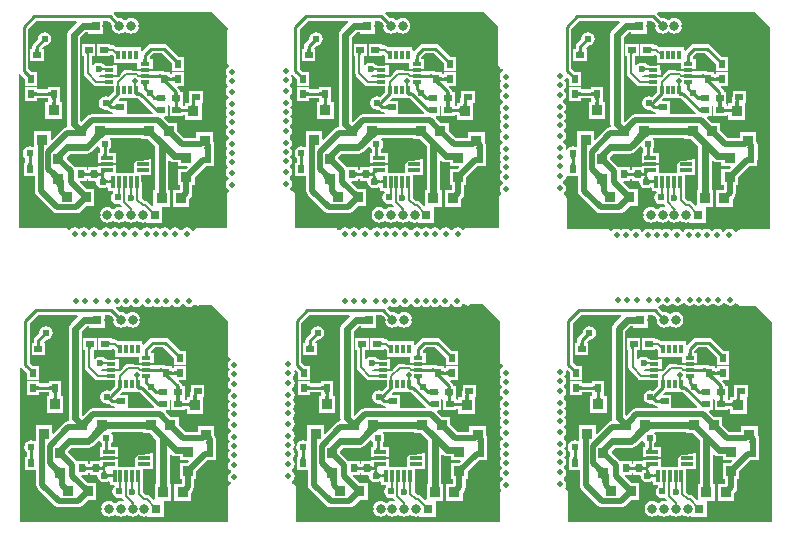
<source format=gtl>
G04*
G04 #@! TF.GenerationSoftware,Altium Limited,Altium Designer,20.0.13 (296)*
G04*
G04 Layer_Physical_Order=1*
G04 Layer_Color=255*
%FSLAX25Y25*%
%MOIN*%
G70*
G01*
G75*
%ADD11C,0.00787*%
%ADD13C,0.01000*%
%ADD15R,0.02500X0.02000*%
%ADD16R,0.03543X0.03740*%
%ADD17R,0.03543X0.03740*%
%ADD18R,0.02000X0.02500*%
%ADD19R,0.03500X0.03500*%
%ADD20R,0.03937X0.01181*%
%ADD21R,0.01181X0.03937*%
%ADD22R,0.03150X0.01181*%
%ADD23R,0.01181X0.03150*%
%ADD24R,0.03500X0.03500*%
%ADD40C,0.01968*%
%ADD41C,0.02362*%
%ADD42C,0.00630*%
%ADD43R,0.03150X0.03150*%
%ADD44C,0.03150*%
%ADD45C,0.02000*%
%ADD46C,0.01968*%
%ADD47C,0.02362*%
%ADD48C,0.02441*%
G36*
X250047Y166309D02*
Y99065D01*
X240051D01*
X239466Y98948D01*
X238970Y98617D01*
X238657Y98149D01*
X238490Y98108D01*
X238126Y98111D01*
X237737Y98694D01*
X237076Y99136D01*
X236295Y99291D01*
X235515Y99136D01*
X234853Y98694D01*
X234595Y98308D01*
X233995D01*
X233737Y98694D01*
X233076Y99136D01*
X232295Y99291D01*
X231515Y99136D01*
X230853Y98694D01*
X230795Y98607D01*
X230295D01*
X230237Y98694D01*
X229576Y99136D01*
X228795Y99291D01*
X228015Y99136D01*
X227353Y98694D01*
X227237D01*
X226576Y99136D01*
X225795Y99291D01*
X225015Y99136D01*
X224353Y98694D01*
X224237D01*
X223576Y99136D01*
X222795Y99291D01*
X222015Y99136D01*
X221353Y98694D01*
X221095Y98308D01*
X220495D01*
X220237Y98694D01*
X219576Y99136D01*
X218795Y99291D01*
X218015Y99136D01*
X217353Y98694D01*
X217295Y98607D01*
X216795D01*
X216737Y98694D01*
X216076Y99136D01*
X215295Y99291D01*
X214515Y99136D01*
X213853Y98694D01*
X213737D01*
X213076Y99136D01*
X212295Y99291D01*
X211515Y99136D01*
X210853Y98694D01*
X210737D01*
X210076Y99136D01*
X209295Y99291D01*
X208515Y99136D01*
X207853Y98694D01*
X207595Y98308D01*
X206995D01*
X206737Y98694D01*
X206076Y99136D01*
X205295Y99291D01*
X204515Y99136D01*
X203853Y98694D01*
X203795Y98607D01*
X203295D01*
X203237Y98694D01*
X202576Y99136D01*
X201795Y99291D01*
X201015Y99136D01*
X200353Y98694D01*
X200237D01*
X199576Y99136D01*
X198795Y99291D01*
X198015Y99136D01*
X197353Y98694D01*
X197259Y98553D01*
X197257Y98552D01*
X196676Y98580D01*
X196662Y98602D01*
X196497Y98849D01*
X196495Y98850D01*
X196494Y98852D01*
X196247Y99016D01*
X196001Y99181D01*
X195998Y99181D01*
X195997Y99182D01*
X195706Y99239D01*
X195415Y99297D01*
X182132D01*
Y109346D01*
X182015Y109932D01*
X181684Y110428D01*
X181267Y110706D01*
X181198Y111051D01*
X181205Y111266D01*
X181371Y111377D01*
X181813Y112039D01*
X181968Y112819D01*
X181813Y113599D01*
X181371Y114261D01*
X180985Y114519D01*
Y115119D01*
X181371Y115377D01*
X181813Y116039D01*
X181888Y116415D01*
X182224Y116776D01*
X185900D01*
Y111923D01*
X186054Y111149D01*
X186493Y110493D01*
X192014Y104972D01*
X192670Y104533D01*
X193445Y104379D01*
X199718D01*
X200493Y104533D01*
X201149Y104972D01*
X203154Y106977D01*
X205793D01*
Y112477D01*
X203154D01*
X200901Y114730D01*
X201093Y115192D01*
X203270D01*
Y115913D01*
X203771D01*
Y115192D01*
X206092D01*
X206266Y114981D01*
X206438Y114114D01*
X206929Y113380D01*
X207663Y112889D01*
X208530Y112717D01*
X209396Y112889D01*
X209910Y113233D01*
X210410Y112967D01*
Y111915D01*
X211909D01*
X212061Y111415D01*
X211931Y111328D01*
X211440Y110593D01*
X211268Y109727D01*
X211440Y108861D01*
X211931Y108126D01*
X212665Y107635D01*
X213532Y107463D01*
X214398Y107635D01*
X214677Y107220D01*
X214735Y107133D01*
X215036Y106832D01*
X214753Y106408D01*
X214739Y106414D01*
X214067Y106502D01*
X213395Y106414D01*
X212768Y106155D01*
X212461Y105919D01*
X212098Y105789D01*
X211736Y105919D01*
X211428Y106155D01*
X210802Y106414D01*
X210130Y106502D01*
X209458Y106414D01*
X208831Y106155D01*
X208294Y105742D01*
X207881Y105204D01*
X207621Y104578D01*
X207533Y103905D01*
X207621Y103233D01*
X207881Y102607D01*
X208294Y102069D01*
X208831Y101656D01*
X209458Y101397D01*
X210130Y101309D01*
X210802Y101397D01*
X211428Y101656D01*
X211736Y101892D01*
X212098Y102022D01*
X212461Y101892D01*
X212768Y101656D01*
X213395Y101397D01*
X214067Y101309D01*
X214739Y101397D01*
X215365Y101656D01*
X215673Y101892D01*
X216035Y102022D01*
X216398Y101892D01*
X216705Y101656D01*
X217332Y101397D01*
X218004Y101309D01*
X218676Y101397D01*
X219302Y101656D01*
X219610Y101892D01*
X219972Y102022D01*
X220335Y101892D01*
X220642Y101656D01*
X221269Y101397D01*
X221941Y101309D01*
X222613Y101397D01*
X222803Y101476D01*
X223303Y101331D01*
Y101331D01*
X228453D01*
Y106480D01*
X228893Y106625D01*
X230943D01*
Y112125D01*
X230417D01*
Y121680D01*
X230467Y121723D01*
X230917Y121901D01*
X231500Y121512D01*
X232351Y121342D01*
X232351Y121342D01*
X233666D01*
Y120247D01*
X236651D01*
X236842Y119785D01*
X236304Y119247D01*
X233666D01*
Y113747D01*
X234392D01*
Y112125D01*
X231943D01*
Y106625D01*
X237443D01*
Y109264D01*
X237846Y109667D01*
X238285Y110324D01*
X238439Y111098D01*
Y113747D01*
X239166D01*
Y116386D01*
X242960Y120181D01*
X243702D01*
X243897Y120220D01*
X245717D01*
Y122103D01*
X245741Y122220D01*
Y127232D01*
X245586Y128006D01*
X245308Y128423D01*
Y131382D01*
X239765D01*
Y129474D01*
X235804D01*
X233355Y131923D01*
Y134562D01*
X230716D01*
X229040Y136239D01*
X229231Y136701D01*
X230392D01*
Y140332D01*
X230392Y140622D01*
X230512Y140641D01*
X230892Y140316D01*
Y136701D01*
X235392D01*
Y137171D01*
X236024D01*
Y135484D01*
X241568D01*
Y141224D01*
X241957Y141276D01*
Y145276D01*
X237457D01*
Y143310D01*
X237383Y143200D01*
X237267Y142615D01*
Y141224D01*
X236024D01*
Y140230D01*
X235463D01*
X235392Y140701D01*
X235355Y140816D01*
X235355D01*
Y144816D01*
X234508D01*
X234409Y145316D01*
X234077Y145812D01*
X233400Y146489D01*
X233592Y146951D01*
X235782D01*
Y151451D01*
X231782D01*
Y150730D01*
X231148D01*
Y151451D01*
X229258D01*
X228920Y151677D01*
X228335Y151793D01*
X225205D01*
Y151854D01*
X220767D01*
X220446Y152069D01*
X220278Y152102D01*
X220298Y152593D01*
X220320Y152610D01*
X220523Y152610D01*
X220523Y152610D01*
X220537Y152610D01*
X225205D01*
Y155791D01*
X224160D01*
Y156621D01*
X225325Y157786D01*
X228284D01*
X231782Y154288D01*
Y151951D01*
X235782D01*
Y156451D01*
X233945D01*
X229999Y160397D01*
X229503Y160729D01*
X228917Y160845D01*
X224692D01*
X224107Y160729D01*
X223610Y160397D01*
X221768Y158555D01*
X221268Y158762D01*
Y159728D01*
X213207D01*
X213005Y159930D01*
X212544Y160238D01*
X212001Y160346D01*
X211152D01*
Y160925D01*
X206652D01*
Y156925D01*
X211152D01*
Y157057D01*
X211652Y157264D01*
X212182Y156735D01*
Y154579D01*
X220056D01*
Y153023D01*
X220056Y152656D01*
X219949Y152324D01*
X219895Y152177D01*
X219741Y152177D01*
X216483D01*
X215939Y152069D01*
X215478Y151761D01*
X213812Y150094D01*
X213394Y149886D01*
Y149886D01*
X213394Y149886D01*
X208245D01*
Y149719D01*
X207381D01*
X207332Y150219D01*
X208128Y150377D01*
X208524Y150642D01*
X213394D01*
Y153823D01*
X210278D01*
X210128Y153853D01*
X208950D01*
X208849Y154004D01*
X208128Y154486D01*
X207277Y154656D01*
X206426Y154486D01*
X205704Y154004D01*
X205516Y153723D01*
X205016Y153874D01*
Y156925D01*
X206152D01*
Y160925D01*
X201652D01*
Y156925D01*
X202174D01*
Y151105D01*
X202282Y150561D01*
X202590Y150100D01*
X205398Y147293D01*
X205858Y146985D01*
X206402Y146877D01*
X208245D01*
Y146705D01*
X212182D01*
Y144931D01*
X210462Y143211D01*
X210399Y143253D01*
X209532Y143425D01*
X208666Y143253D01*
X207931Y142762D01*
X207440Y142028D01*
X207268Y141161D01*
X207440Y140295D01*
X207931Y139560D01*
X208666Y139070D01*
X209532Y138897D01*
X209942Y138979D01*
X210189Y138731D01*
X210685Y138400D01*
X211271Y138283D01*
X211681D01*
X211971Y137992D01*
X212005Y137824D01*
X211698Y137425D01*
X204860D01*
X204085Y137271D01*
X203429Y136832D01*
X201592Y134995D01*
X201133Y135243D01*
Y163024D01*
X202783Y164674D01*
X203618D01*
Y164323D01*
X208768D01*
Y168518D01*
X210284D01*
X211520Y167281D01*
X211470Y166898D01*
X211558Y166226D01*
X211818Y165599D01*
X212230Y165061D01*
X212768Y164648D01*
X213395Y164389D01*
X214067Y164301D01*
X214739Y164389D01*
X215365Y164648D01*
X215673Y164884D01*
X216035Y165014D01*
X216398Y164884D01*
X216705Y164648D01*
X217332Y164389D01*
X218004Y164301D01*
X218676Y164389D01*
X219302Y164648D01*
X219840Y165061D01*
X220253Y165599D01*
X220512Y166226D01*
X220601Y166898D01*
X220512Y167570D01*
X220253Y168196D01*
X219840Y168734D01*
X219302Y169147D01*
X218676Y169406D01*
X218004Y169495D01*
X217332Y169406D01*
X216705Y169147D01*
X216168Y168734D01*
X215903D01*
X215365Y169147D01*
X214739Y169406D01*
X214067Y169495D01*
X213683Y169444D01*
X212245Y170882D01*
X212452Y171382D01*
X244974D01*
X250047Y166309D01*
D02*
G37*
G36*
X159325Y166480D02*
Y153925D01*
X159441Y153340D01*
X159773Y152844D01*
X160269Y152512D01*
X160854Y152396D01*
X160917D01*
Y151808D01*
X160369Y151442D01*
X159927Y150780D01*
X159772Y150000D01*
X159927Y149220D01*
X160369Y148558D01*
Y148442D01*
X159927Y147780D01*
X159772Y147000D01*
X159927Y146220D01*
X160369Y145558D01*
X160456Y145500D01*
Y145000D01*
X160369Y144942D01*
X159927Y144280D01*
X159772Y143500D01*
X159927Y142720D01*
X160369Y142058D01*
X160817Y141759D01*
Y141241D01*
X160369Y140942D01*
X159927Y140280D01*
X159772Y139500D01*
X159927Y138720D01*
X160369Y138058D01*
Y137942D01*
X159927Y137280D01*
X159772Y136500D01*
X159927Y135720D01*
X160369Y135058D01*
Y134942D01*
X159927Y134280D01*
X159772Y133500D01*
X159927Y132720D01*
X160369Y132058D01*
X160456Y132000D01*
Y131500D01*
X160369Y131442D01*
X159927Y130780D01*
X159772Y130000D01*
X159927Y129220D01*
X160369Y128558D01*
X160817Y128259D01*
Y127741D01*
X160369Y127442D01*
X159927Y126780D01*
X159772Y126000D01*
X159927Y125220D01*
X160369Y124558D01*
Y124442D01*
X159927Y123780D01*
X159772Y123000D01*
X159927Y122220D01*
X160369Y121558D01*
Y121442D01*
X159927Y120780D01*
X159772Y120000D01*
X159927Y119220D01*
X160369Y118558D01*
X160456Y118500D01*
Y118000D01*
X160369Y117942D01*
X159927Y117280D01*
X159772Y116500D01*
X159927Y115720D01*
X160369Y115058D01*
X160817Y114759D01*
Y114241D01*
X160369Y113942D01*
X159927Y113280D01*
X159772Y112500D01*
X159927Y111720D01*
X160240Y111251D01*
X160300Y110934D01*
X160124Y110620D01*
X159836Y110428D01*
X159504Y109932D01*
X159388Y109346D01*
Y99458D01*
X149106D01*
X148521Y99342D01*
X148025Y99011D01*
X147932Y98871D01*
X147330D01*
X147186Y99088D01*
X146525Y99530D01*
X145744Y99685D01*
X144964Y99530D01*
X144302Y99088D01*
X144044Y98702D01*
X143444D01*
X143186Y99088D01*
X142525Y99530D01*
X141744Y99685D01*
X140964Y99530D01*
X140302Y99088D01*
X140244Y99001D01*
X139744D01*
X139686Y99088D01*
X139024Y99530D01*
X138244Y99685D01*
X137464Y99530D01*
X136802Y99088D01*
X136686D01*
X136024Y99530D01*
X135244Y99685D01*
X134464Y99530D01*
X133802Y99088D01*
X133686D01*
X133025Y99530D01*
X132244Y99685D01*
X131464Y99530D01*
X130802Y99088D01*
X130544Y98702D01*
X129944D01*
X129686Y99088D01*
X129025Y99530D01*
X128244Y99685D01*
X127464Y99530D01*
X126802Y99088D01*
X126744Y99001D01*
X126244D01*
X126186Y99088D01*
X125524Y99530D01*
X124744Y99685D01*
X123964Y99530D01*
X123302Y99088D01*
X123186D01*
X122524Y99530D01*
X121744Y99685D01*
X120964Y99530D01*
X120302Y99088D01*
X120186D01*
X119525Y99530D01*
X118744Y99685D01*
X117964Y99530D01*
X117302Y99088D01*
X117044Y98702D01*
X116444D01*
X116186Y99088D01*
X115524Y99530D01*
X114744Y99685D01*
X113964Y99530D01*
X113302Y99088D01*
X113244Y99001D01*
X112744D01*
X112686Y99088D01*
X112024Y99530D01*
X111244Y99685D01*
X110464Y99530D01*
X109802Y99088D01*
X109686D01*
X109025Y99530D01*
X108244Y99685D01*
X107464Y99530D01*
X106802Y99088D01*
X106543Y98699D01*
X106268Y98712D01*
X105993Y98777D01*
X105860Y98974D01*
X105697Y99219D01*
X105694Y99221D01*
X105692Y99224D01*
X105445Y99387D01*
X105201Y99551D01*
X105197Y99551D01*
X105194Y99554D01*
X104905Y99610D01*
X104615Y99667D01*
X91581D01*
Y110528D01*
X91464Y111113D01*
X91133Y111609D01*
X90636Y111941D01*
X90051Y112057D01*
Y112881D01*
X90474Y113515D01*
X90630Y114295D01*
X90474Y115076D01*
X90051Y115709D01*
Y116881D01*
X90474Y117515D01*
X90630Y118295D01*
X90474Y119076D01*
X90051Y119709D01*
Y120381D01*
X90474Y121015D01*
X90630Y121795D01*
X90474Y122576D01*
X90051Y123209D01*
Y123381D01*
X90474Y124015D01*
X90630Y124795D01*
X90474Y125576D01*
X90051Y126209D01*
Y126381D01*
X90474Y127015D01*
X90630Y127795D01*
X90474Y128576D01*
X90051Y129209D01*
Y130381D01*
X90474Y131015D01*
X90630Y131795D01*
X90474Y132576D01*
X90051Y133209D01*
Y133881D01*
X90474Y134515D01*
X90630Y135295D01*
X90474Y136076D01*
X90051Y136709D01*
Y136881D01*
X90474Y137515D01*
X90630Y138295D01*
X90474Y139076D01*
X90051Y139709D01*
Y139881D01*
X90474Y140515D01*
X90630Y141295D01*
X90474Y142076D01*
X90051Y142709D01*
Y143881D01*
X90474Y144515D01*
X90630Y145295D01*
X90474Y146076D01*
X90051Y146709D01*
Y147381D01*
X90474Y148015D01*
X90630Y148795D01*
X90474Y149576D01*
X90145Y150069D01*
X90329Y150505D01*
X90815Y150569D01*
X92185Y149199D01*
Y146862D01*
X96185D01*
Y151362D01*
X94348D01*
X93155Y152555D01*
Y165870D01*
X95803Y168518D01*
X109079D01*
X109286Y168018D01*
X106786Y165517D01*
X106304Y164796D01*
X106134Y163945D01*
X106134Y163945D01*
Y134173D01*
X106134Y134173D01*
X106254Y133570D01*
X106213Y133432D01*
X105969Y133079D01*
X105899Y133028D01*
X105331Y132915D01*
X104675Y132477D01*
X101159Y128961D01*
X100697Y129152D01*
Y131728D01*
X95153D01*
Y126644D01*
X94713Y126408D01*
X94540Y126524D01*
X93673Y126696D01*
X92807Y126524D01*
X92072Y126033D01*
X91582Y125299D01*
X91409Y124432D01*
X91582Y123566D01*
X92072Y122831D01*
X92144Y122784D01*
Y121276D01*
X91673D01*
Y116776D01*
X95349D01*
Y111923D01*
X95503Y111149D01*
X95942Y110493D01*
X101463Y104972D01*
X102119Y104533D01*
X102893Y104379D01*
X109167D01*
X109941Y104533D01*
X110598Y104972D01*
X112603Y106977D01*
X115242D01*
Y112477D01*
X112603D01*
X110350Y114730D01*
X110541Y115192D01*
X112719D01*
Y115913D01*
X113220D01*
Y115192D01*
X115541D01*
X115715Y114981D01*
X115887Y114114D01*
X116378Y113380D01*
X117112Y112889D01*
X117979Y112717D01*
X118845Y112889D01*
X119359Y113233D01*
X119859Y112967D01*
Y111915D01*
X121358D01*
X121509Y111415D01*
X121379Y111328D01*
X120889Y110593D01*
X120717Y109727D01*
X120889Y108861D01*
X121379Y108126D01*
X122114Y107635D01*
X122980Y107463D01*
X123847Y107635D01*
X124126Y107220D01*
X124184Y107133D01*
X124485Y106832D01*
X124202Y106408D01*
X124188Y106414D01*
X123516Y106502D01*
X122844Y106414D01*
X122217Y106155D01*
X121910Y105919D01*
X121547Y105789D01*
X121185Y105919D01*
X120877Y106155D01*
X120251Y106414D01*
X119579Y106502D01*
X118907Y106414D01*
X118280Y106155D01*
X117742Y105742D01*
X117330Y105204D01*
X117070Y104578D01*
X116982Y103905D01*
X117070Y103233D01*
X117330Y102607D01*
X117742Y102069D01*
X118280Y101656D01*
X118907Y101397D01*
X119579Y101309D01*
X120251Y101397D01*
X120877Y101656D01*
X121185Y101892D01*
X121547Y102022D01*
X121910Y101892D01*
X122217Y101656D01*
X122844Y101397D01*
X123516Y101309D01*
X124188Y101397D01*
X124814Y101656D01*
X125122Y101892D01*
X125484Y102022D01*
X125847Y101892D01*
X126154Y101656D01*
X126781Y101397D01*
X127453Y101309D01*
X128125Y101397D01*
X128751Y101656D01*
X129059Y101892D01*
X129421Y102022D01*
X129784Y101892D01*
X130091Y101656D01*
X130718Y101397D01*
X131390Y101309D01*
X132062Y101397D01*
X132252Y101476D01*
X132752Y101331D01*
Y101331D01*
X137902D01*
Y106480D01*
X138341Y106625D01*
X140392D01*
Y112125D01*
X139866D01*
Y121680D01*
X139916Y121723D01*
X140366Y121901D01*
X140949Y121512D01*
X141800Y121342D01*
X141800Y121342D01*
X143114D01*
Y120247D01*
X146100D01*
X146291Y119785D01*
X145753Y119247D01*
X143114D01*
Y113747D01*
X143841D01*
Y112125D01*
X141392D01*
Y106625D01*
X146892D01*
Y109264D01*
X147295Y109667D01*
X147733Y110324D01*
X147888Y111098D01*
Y113747D01*
X148614D01*
Y116386D01*
X152409Y120181D01*
X153150D01*
X153346Y120220D01*
X155166D01*
Y122103D01*
X155189Y122220D01*
Y127232D01*
X155035Y128006D01*
X154757Y128423D01*
Y131382D01*
X149213D01*
Y129474D01*
X145253D01*
X142804Y131923D01*
Y134562D01*
X140165D01*
X138488Y136239D01*
X138680Y136701D01*
X139841D01*
Y140332D01*
X139841Y140622D01*
X139961Y140641D01*
X140341Y140316D01*
Y136701D01*
X144841D01*
Y137171D01*
X145473D01*
Y135484D01*
X151017D01*
Y141224D01*
X151406Y141276D01*
Y145276D01*
X146906D01*
Y143310D01*
X146832Y143200D01*
X146716Y142615D01*
Y141224D01*
X145473D01*
Y140230D01*
X144912D01*
X144841Y140701D01*
X144804Y140816D01*
X144804D01*
Y144816D01*
X143957D01*
X143858Y145316D01*
X143526Y145812D01*
X142849Y146489D01*
X143041Y146951D01*
X145231D01*
Y151451D01*
X141231D01*
Y150730D01*
X140597D01*
Y151451D01*
X138707D01*
X138369Y151677D01*
X137784Y151793D01*
X134654D01*
Y151854D01*
X130216D01*
X129895Y152069D01*
X129727Y152102D01*
X129747Y152593D01*
X129769Y152610D01*
X129972Y152610D01*
X129972Y152610D01*
X129985Y152610D01*
X134654D01*
Y155791D01*
X133609D01*
Y156621D01*
X134774Y157786D01*
X137733D01*
X141231Y154288D01*
Y151951D01*
X145231D01*
Y156451D01*
X143394D01*
X139447Y160397D01*
X138951Y160729D01*
X138366Y160845D01*
X134141D01*
X133555Y160729D01*
X133059Y160397D01*
X131217Y158555D01*
X130717Y158762D01*
Y159728D01*
X122656D01*
X122454Y159930D01*
X121993Y160238D01*
X121449Y160346D01*
X120601D01*
Y160925D01*
X116101D01*
Y156925D01*
X120601D01*
Y157057D01*
X121101Y157264D01*
X121631Y156735D01*
Y154579D01*
X129505D01*
Y153023D01*
X129505Y152656D01*
X129398Y152324D01*
X129344Y152177D01*
X129190Y152177D01*
X125932D01*
X125388Y152069D01*
X124927Y151761D01*
X123260Y150094D01*
X122843Y149886D01*
Y149886D01*
X122843Y149886D01*
X117693D01*
Y149719D01*
X116830D01*
X116781Y150219D01*
X117577Y150377D01*
X117973Y150642D01*
X122843D01*
Y153823D01*
X119727D01*
X119577Y153853D01*
X118399D01*
X118298Y154004D01*
X117577Y154486D01*
X116726Y154656D01*
X115875Y154486D01*
X115153Y154004D01*
X114965Y153723D01*
X114465Y153874D01*
Y156925D01*
X115601D01*
Y160925D01*
X111101D01*
Y156925D01*
X111623D01*
Y151105D01*
X111731Y150561D01*
X112039Y150100D01*
X114846Y147293D01*
X115307Y146985D01*
X115851Y146877D01*
X117693D01*
Y146705D01*
X121631D01*
Y144931D01*
X119911Y143211D01*
X119847Y143253D01*
X118981Y143425D01*
X118115Y143253D01*
X117380Y142762D01*
X116889Y142028D01*
X116717Y141161D01*
X116889Y140295D01*
X117380Y139560D01*
X118115Y139070D01*
X118981Y138897D01*
X119390Y138979D01*
X119638Y138731D01*
X120134Y138400D01*
X120720Y138283D01*
X121129D01*
X121420Y137992D01*
X121454Y137824D01*
X121147Y137425D01*
X114309D01*
X113534Y137271D01*
X112878Y136832D01*
X111041Y134995D01*
X110582Y135243D01*
Y163024D01*
X112232Y164674D01*
X113067D01*
Y164323D01*
X118217D01*
Y168518D01*
X119733D01*
X120969Y167281D01*
X120919Y166898D01*
X121007Y166226D01*
X121267Y165599D01*
X121679Y165061D01*
X122217Y164648D01*
X122844Y164389D01*
X123516Y164301D01*
X124188Y164389D01*
X124814Y164648D01*
X125122Y164884D01*
X125484Y165014D01*
X125847Y164884D01*
X126154Y164648D01*
X126781Y164389D01*
X127453Y164301D01*
X128125Y164389D01*
X128751Y164648D01*
X129289Y165061D01*
X129702Y165599D01*
X129961Y166226D01*
X130050Y166898D01*
X129961Y167570D01*
X129702Y168196D01*
X129289Y168734D01*
X128751Y169147D01*
X128125Y169406D01*
X127453Y169495D01*
X126781Y169406D01*
X126154Y169147D01*
X125616Y168734D01*
X125352D01*
X124814Y169147D01*
X124188Y169406D01*
X123516Y169495D01*
X123132Y169444D01*
X121694Y170882D01*
X121901Y171382D01*
X154423D01*
X159325Y166480D01*
D02*
G37*
G36*
X69236Y166018D02*
X69222Y165873D01*
X68890Y165377D01*
X68774Y164791D01*
Y155106D01*
X68890Y154521D01*
X69222Y154025D01*
X69538Y153813D01*
X69552Y153773D01*
X69539Y153259D01*
X69538Y153258D01*
X69030Y152918D01*
X68589Y152257D01*
X68433Y151476D01*
X68589Y150696D01*
X69030Y150034D01*
Y149918D01*
X68589Y149257D01*
X68433Y148476D01*
X68589Y147696D01*
X69030Y147035D01*
X69117Y146976D01*
Y146476D01*
X69030Y146418D01*
X68589Y145757D01*
X68433Y144976D01*
X68589Y144196D01*
X69030Y143535D01*
X69416Y143277D01*
Y142676D01*
X69030Y142418D01*
X68589Y141757D01*
X68433Y140976D01*
X68589Y140196D01*
X69030Y139534D01*
Y139418D01*
X68589Y138757D01*
X68433Y137976D01*
X68589Y137196D01*
X69030Y136535D01*
Y136418D01*
X68589Y135757D01*
X68433Y134976D01*
X68589Y134196D01*
X69030Y133535D01*
X69117Y133476D01*
Y132976D01*
X69030Y132918D01*
X68589Y132257D01*
X68433Y131476D01*
X68589Y130696D01*
X69030Y130034D01*
X69416Y129777D01*
Y129176D01*
X69030Y128918D01*
X68589Y128257D01*
X68433Y127476D01*
X68589Y126696D01*
X69030Y126034D01*
Y125918D01*
X68589Y125257D01*
X68433Y124476D01*
X68589Y123696D01*
X69030Y123035D01*
Y122918D01*
X68589Y122257D01*
X68433Y121476D01*
X68589Y120696D01*
X69030Y120035D01*
X69117Y119976D01*
Y119476D01*
X69030Y119418D01*
X68589Y118757D01*
X68433Y117976D01*
X68589Y117196D01*
X69030Y116534D01*
X69416Y116277D01*
Y115676D01*
X69030Y115418D01*
X68589Y114757D01*
X68433Y113976D01*
X68589Y113196D01*
X69030Y112534D01*
X69400Y112287D01*
Y111686D01*
X69285Y111609D01*
X68953Y111113D01*
X68837Y110528D01*
Y99421D01*
X59887D01*
X59342Y99529D01*
X58757Y99413D01*
X58261Y99081D01*
X57929Y98585D01*
X57927Y98574D01*
X57799Y98532D01*
X57407Y98521D01*
X57029Y99088D01*
X56367Y99530D01*
X55587Y99685D01*
X54806Y99530D01*
X54145Y99088D01*
X53887Y98702D01*
X53286D01*
X53029Y99088D01*
X52367Y99530D01*
X51587Y99685D01*
X50806Y99530D01*
X50145Y99088D01*
X50087Y99001D01*
X49587D01*
X49529Y99088D01*
X48867Y99530D01*
X48087Y99685D01*
X47306Y99530D01*
X46645Y99088D01*
X46529D01*
X45867Y99530D01*
X45087Y99685D01*
X44306Y99530D01*
X43645Y99088D01*
X43529D01*
X42867Y99530D01*
X42087Y99685D01*
X41306Y99530D01*
X40645Y99088D01*
X40387Y98702D01*
X39786D01*
X39529Y99088D01*
X38867Y99530D01*
X38087Y99685D01*
X37306Y99530D01*
X36645Y99088D01*
X36587Y99001D01*
X36087D01*
X36029Y99088D01*
X35367Y99530D01*
X34587Y99685D01*
X33806Y99530D01*
X33145Y99088D01*
X33029D01*
X32367Y99530D01*
X31587Y99685D01*
X30806Y99530D01*
X30145Y99088D01*
X30029D01*
X29367Y99530D01*
X28587Y99685D01*
X27806Y99530D01*
X27145Y99088D01*
X26887Y98702D01*
X26287D01*
X26028Y99088D01*
X25367Y99530D01*
X24587Y99685D01*
X23806Y99530D01*
X23145Y99088D01*
X23087Y99001D01*
X22587D01*
X22528Y99088D01*
X21867Y99530D01*
X21087Y99685D01*
X20306Y99530D01*
X19645Y99088D01*
X19529D01*
X18867Y99530D01*
X18087Y99685D01*
X17306Y99530D01*
X16645Y99088D01*
X16541Y98932D01*
X15965Y98970D01*
X15940Y99006D01*
X15938Y99008D01*
X15936Y99011D01*
X15690Y99175D01*
X15446Y99339D01*
X15442Y99340D01*
X15440Y99342D01*
X15149Y99400D01*
X14861Y99458D01*
X14858Y99458D01*
X14854Y99458D01*
X-291D01*
X-500Y99630D01*
Y144647D01*
Y150678D01*
X-28Y150833D01*
X0Y150833D01*
X1634Y149199D01*
Y146862D01*
X5634D01*
Y151362D01*
X3797D01*
X2604Y152555D01*
Y165870D01*
X5252Y168518D01*
X18528D01*
X18735Y168018D01*
X16235Y165517D01*
X15753Y164796D01*
X15583Y163945D01*
X15583Y163945D01*
Y134173D01*
X15583Y134173D01*
X15703Y133570D01*
X15662Y133432D01*
X15417Y133079D01*
X15347Y133028D01*
X14780Y132915D01*
X14124Y132477D01*
X10608Y128961D01*
X10146Y129152D01*
Y131728D01*
X4602D01*
Y126644D01*
X4161Y126408D01*
X3988Y126524D01*
X3122Y126696D01*
X2256Y126524D01*
X1521Y126033D01*
X1030Y125299D01*
X858Y124432D01*
X1030Y123566D01*
X1521Y122831D01*
X1593Y122784D01*
Y121276D01*
X1122D01*
Y116776D01*
X4798D01*
Y111923D01*
X4952Y111149D01*
X5390Y110493D01*
X10912Y104972D01*
X11568Y104533D01*
X12342Y104379D01*
X18616D01*
X19390Y104533D01*
X20047Y104972D01*
X22052Y106977D01*
X24691D01*
Y112477D01*
X22052D01*
X19799Y114730D01*
X19990Y115192D01*
X22168D01*
Y115913D01*
X22669D01*
Y115192D01*
X24990D01*
X25163Y114981D01*
X25336Y114114D01*
X25826Y113380D01*
X26561Y112889D01*
X27427Y112717D01*
X28294Y112889D01*
X28808Y113233D01*
X29308Y112967D01*
Y111915D01*
X30807D01*
X30958Y111415D01*
X30828Y111328D01*
X30338Y110593D01*
X30165Y109727D01*
X30338Y108861D01*
X30828Y108126D01*
X31563Y107635D01*
X32429Y107463D01*
X33296Y107635D01*
X33575Y107220D01*
X33633Y107133D01*
X33934Y106832D01*
X33650Y106408D01*
X33637Y106414D01*
X32965Y106502D01*
X32292Y106414D01*
X31666Y106155D01*
X31359Y105919D01*
X30996Y105789D01*
X30634Y105919D01*
X30326Y106155D01*
X29700Y106414D01*
X29028Y106502D01*
X28355Y106414D01*
X27729Y106155D01*
X27191Y105742D01*
X26779Y105204D01*
X26519Y104578D01*
X26430Y103905D01*
X26519Y103233D01*
X26779Y102607D01*
X27191Y102069D01*
X27729Y101656D01*
X28355Y101397D01*
X29028Y101309D01*
X29700Y101397D01*
X30326Y101656D01*
X30634Y101892D01*
X30996Y102022D01*
X31359Y101892D01*
X31666Y101656D01*
X32292Y101397D01*
X32965Y101309D01*
X33637Y101397D01*
X34263Y101656D01*
X34571Y101892D01*
X34933Y102022D01*
X35296Y101892D01*
X35603Y101656D01*
X36229Y101397D01*
X36902Y101309D01*
X37574Y101397D01*
X38200Y101656D01*
X38508Y101892D01*
X38870Y102022D01*
X39233Y101892D01*
X39540Y101656D01*
X40166Y101397D01*
X40839Y101309D01*
X41511Y101397D01*
X41701Y101476D01*
X42201Y101331D01*
Y101331D01*
X47350D01*
Y106480D01*
X47790Y106625D01*
X49841D01*
Y112125D01*
X49315D01*
Y121680D01*
X49365Y121723D01*
X49815Y121901D01*
X50398Y121512D01*
X51249Y121342D01*
X51249Y121342D01*
X52563D01*
Y120247D01*
X55549D01*
X55740Y119785D01*
X55202Y119247D01*
X52563D01*
Y113747D01*
X53290D01*
Y112125D01*
X50841D01*
Y106625D01*
X56341D01*
Y109264D01*
X56744Y109667D01*
X57182Y110324D01*
X57336Y111098D01*
Y113747D01*
X58063D01*
Y116386D01*
X61858Y120181D01*
X62599D01*
X62795Y120220D01*
X64615D01*
Y122103D01*
X64638Y122220D01*
Y127232D01*
X64484Y128006D01*
X64206Y128423D01*
Y131382D01*
X58662D01*
Y129474D01*
X54702D01*
X52253Y131923D01*
Y134562D01*
X49614D01*
X47937Y136239D01*
X48129Y136701D01*
X49290D01*
Y140332D01*
X49290Y140622D01*
X49410Y140641D01*
X49790Y140316D01*
Y136701D01*
X54290D01*
Y137171D01*
X54922D01*
Y135484D01*
X60465D01*
Y141224D01*
X60854Y141276D01*
Y145276D01*
X56354D01*
Y143310D01*
X56281Y143200D01*
X56164Y142615D01*
Y141224D01*
X54922D01*
Y140230D01*
X54361D01*
X54290Y140701D01*
X54253Y140816D01*
X54253D01*
Y144816D01*
X53406D01*
X53307Y145316D01*
X52975Y145812D01*
X52298Y146489D01*
X52489Y146951D01*
X54680D01*
Y151451D01*
X50680D01*
Y150730D01*
X50046D01*
Y151451D01*
X48156D01*
X47818Y151677D01*
X47233Y151793D01*
X44103D01*
Y151854D01*
X39665D01*
X39344Y152069D01*
X39176Y152102D01*
X39195Y152593D01*
X39217Y152610D01*
X39217Y152610D01*
X39421Y152610D01*
X39421Y152610D01*
X39434Y152610D01*
X44103D01*
Y155791D01*
X43058D01*
Y156621D01*
X44223Y157786D01*
X47181D01*
X50680Y154288D01*
Y151951D01*
X54680D01*
Y156451D01*
X52843D01*
X48896Y160397D01*
X48400Y160729D01*
X47815Y160845D01*
X43590D01*
X43004Y160729D01*
X42508Y160397D01*
X40666Y158555D01*
X40166Y158762D01*
Y159728D01*
X32105D01*
X31903Y159930D01*
X31442Y160238D01*
X30898Y160346D01*
X30050D01*
Y160925D01*
X25550D01*
Y156925D01*
X30050D01*
Y157057D01*
X30550Y157264D01*
X31079Y156735D01*
Y154579D01*
X38953D01*
Y153023D01*
X38953Y152656D01*
X38847Y152324D01*
X38793Y152177D01*
X38639Y152177D01*
X35381D01*
X34837Y152069D01*
X34376Y151761D01*
X32709Y150094D01*
X32292Y149886D01*
Y149886D01*
X32292Y149886D01*
X27142D01*
Y149719D01*
X26279D01*
X26230Y150219D01*
X27025Y150377D01*
X27421Y150642D01*
X32292D01*
Y153823D01*
X29175D01*
X29026Y153853D01*
X27848D01*
X27747Y154004D01*
X27025Y154486D01*
X26174Y154656D01*
X25323Y154486D01*
X24602Y154004D01*
X24414Y153723D01*
X23914Y153874D01*
Y156925D01*
X25050D01*
Y160925D01*
X20550D01*
Y156925D01*
X21072D01*
Y151105D01*
X21180Y150561D01*
X21488Y150100D01*
X24295Y147293D01*
X24756Y146985D01*
X25300Y146877D01*
X27142D01*
Y146705D01*
X31079D01*
Y144931D01*
X29359Y143211D01*
X29296Y143253D01*
X28430Y143425D01*
X27563Y143253D01*
X26829Y142762D01*
X26338Y142028D01*
X26166Y141161D01*
X26338Y140295D01*
X26829Y139560D01*
X27563Y139070D01*
X28430Y138897D01*
X28839Y138979D01*
X29087Y138731D01*
X29583Y138400D01*
X30168Y138283D01*
X30578D01*
X30869Y137992D01*
X30903Y137824D01*
X30595Y137425D01*
X23757D01*
X22983Y137271D01*
X22327Y136832D01*
X20490Y134995D01*
X20031Y135243D01*
Y163024D01*
X21681Y164674D01*
X22516D01*
Y164323D01*
X27665D01*
Y168518D01*
X29182D01*
X30418Y167281D01*
X30367Y166898D01*
X30456Y166226D01*
X30716Y165599D01*
X31128Y165061D01*
X31666Y164648D01*
X32292Y164389D01*
X32965Y164301D01*
X33637Y164389D01*
X34263Y164648D01*
X34571Y164884D01*
X34933Y165014D01*
X35296Y164884D01*
X35603Y164648D01*
X36229Y164389D01*
X36902Y164301D01*
X37574Y164389D01*
X38200Y164648D01*
X38738Y165061D01*
X39151Y165599D01*
X39410Y166226D01*
X39499Y166898D01*
X39410Y167570D01*
X39151Y168196D01*
X38738Y168734D01*
X38200Y169147D01*
X37574Y169406D01*
X36902Y169495D01*
X36229Y169406D01*
X35603Y169147D01*
X35296Y168911D01*
X34933Y168781D01*
X34571Y168911D01*
X34263Y169147D01*
X33637Y169406D01*
X32965Y169495D01*
X32581Y169444D01*
X31143Y170882D01*
X31350Y171382D01*
X63872D01*
X69236Y166018D01*
D02*
G37*
G36*
X210136Y159638D02*
X210160Y159571D01*
X210200Y159512D01*
X210256Y159461D01*
X210328Y159417D01*
X210416Y159382D01*
X210520Y159354D01*
X210640Y159335D01*
X210776Y159323D01*
X210928Y159319D01*
Y158531D01*
X210776Y158528D01*
X210640Y158516D01*
X210520Y158496D01*
X210416Y158468D01*
X210328Y158433D01*
X210256Y158390D01*
X210200Y158339D01*
X210160Y158280D01*
X210136Y158213D01*
X210128Y158138D01*
Y159713D01*
X210136Y159638D01*
D02*
G37*
G36*
X119585D02*
X119609Y159571D01*
X119649Y159512D01*
X119705Y159461D01*
X119777Y159417D01*
X119865Y159382D01*
X119969Y159354D01*
X120089Y159335D01*
X120225Y159323D01*
X120377Y159319D01*
Y158531D01*
X120225Y158528D01*
X120089Y158516D01*
X119969Y158496D01*
X119865Y158468D01*
X119777Y158433D01*
X119705Y158390D01*
X119649Y158339D01*
X119609Y158280D01*
X119585Y158213D01*
X119577Y158138D01*
Y159713D01*
X119585Y159638D01*
D02*
G37*
G36*
X29034D02*
X29058Y159571D01*
X29098Y159512D01*
X29154Y159461D01*
X29226Y159417D01*
X29314Y159382D01*
X29418Y159354D01*
X29538Y159335D01*
X29673Y159323D01*
X29825Y159319D01*
Y158531D01*
X29673Y158528D01*
X29538Y158516D01*
X29418Y158496D01*
X29314Y158468D01*
X29226Y158433D01*
X29154Y158390D01*
X29098Y158339D01*
X29058Y158280D01*
X29034Y158213D01*
X29026Y158138D01*
Y159713D01*
X29034Y159638D01*
D02*
G37*
G36*
X204308Y157941D02*
X204241Y157917D01*
X204182Y157877D01*
X204131Y157821D01*
X204087Y157749D01*
X204052Y157661D01*
X204024Y157557D01*
X204005Y157438D01*
X203993Y157302D01*
X203989Y157150D01*
X203201D01*
X203198Y157302D01*
X203186Y157438D01*
X203166Y157557D01*
X203138Y157661D01*
X203103Y157749D01*
X203060Y157821D01*
X203009Y157877D01*
X202949Y157917D01*
X202883Y157941D01*
X202808Y157949D01*
X204382D01*
X204308Y157941D01*
D02*
G37*
G36*
X113757D02*
X113690Y157917D01*
X113630Y157877D01*
X113579Y157821D01*
X113536Y157749D01*
X113501Y157661D01*
X113473Y157557D01*
X113453Y157438D01*
X113442Y157302D01*
X113438Y157150D01*
X112650D01*
X112646Y157302D01*
X112635Y157438D01*
X112615Y157557D01*
X112587Y157661D01*
X112552Y157749D01*
X112508Y157821D01*
X112457Y157877D01*
X112398Y157917D01*
X112331Y157941D01*
X112257Y157949D01*
X113831D01*
X113757Y157941D01*
D02*
G37*
G36*
X23205D02*
X23138Y157917D01*
X23079Y157877D01*
X23028Y157821D01*
X22985Y157749D01*
X22949Y157661D01*
X22922Y157557D01*
X22902Y157438D01*
X22890Y157302D01*
X22886Y157150D01*
X22099D01*
X22095Y157302D01*
X22083Y157438D01*
X22064Y157557D01*
X22036Y157661D01*
X22001Y157749D01*
X21957Y157821D01*
X21906Y157877D01*
X21847Y157917D01*
X21780Y157941D01*
X21705Y157949D01*
X23280D01*
X23205Y157941D01*
D02*
G37*
G36*
X223135Y155587D02*
X223150Y155415D01*
X223176Y155263D01*
X223211Y155132D01*
X223255Y155020D01*
X223310Y154929D01*
X223376Y154858D01*
X223450Y154808D01*
X223535Y154778D01*
X223630Y154767D01*
X221631D01*
X221726Y154778D01*
X221811Y154808D01*
X221885Y154858D01*
X221951Y154929D01*
X222006Y155020D01*
X222050Y155132D01*
X222085Y155263D01*
X222111Y155415D01*
X222126Y155587D01*
X222130Y155779D01*
X223130D01*
X223135Y155587D01*
D02*
G37*
G36*
X132584D02*
X132599Y155415D01*
X132624Y155263D01*
X132659Y155132D01*
X132704Y155020D01*
X132759Y154929D01*
X132824Y154858D01*
X132899Y154808D01*
X132984Y154778D01*
X133079Y154767D01*
X131079D01*
X131174Y154778D01*
X131259Y154808D01*
X131334Y154858D01*
X131399Y154929D01*
X131454Y155020D01*
X131499Y155132D01*
X131534Y155263D01*
X131559Y155415D01*
X131574Y155587D01*
X131579Y155779D01*
X132579D01*
X132584Y155587D01*
D02*
G37*
G36*
X42033D02*
X42048Y155415D01*
X42073Y155263D01*
X42108Y155132D01*
X42153Y155020D01*
X42208Y154929D01*
X42273Y154858D01*
X42348Y154808D01*
X42433Y154778D01*
X42528Y154767D01*
X40528D01*
X40623Y154778D01*
X40708Y154808D01*
X40783Y154858D01*
X40848Y154929D01*
X40903Y155020D01*
X40948Y155132D01*
X40983Y155263D01*
X41008Y155415D01*
X41023Y155587D01*
X41028Y155779D01*
X42028D01*
X42033Y155587D01*
D02*
G37*
G36*
X227350Y150760D02*
X227670Y150734D01*
X227800Y150712D01*
X227910Y150682D01*
X228000Y150647D01*
X228070Y150604D01*
X228120Y150556D01*
X228150Y150501D01*
X228160Y150439D01*
Y149264D01*
X228150Y149359D01*
X228120Y149444D01*
X228070Y149519D01*
X228000Y149584D01*
X227910Y149639D01*
X227800Y149684D01*
X227670Y149719D01*
X227520Y149744D01*
X227350Y149759D01*
X227160Y149764D01*
Y150764D01*
X227350Y150760D01*
D02*
G37*
G36*
X136799D02*
X137119Y150734D01*
X137249Y150712D01*
X137359Y150682D01*
X137449Y150647D01*
X137519Y150604D01*
X137569Y150556D01*
X137599Y150501D01*
X137609Y150439D01*
Y149264D01*
X137599Y149359D01*
X137569Y149444D01*
X137519Y149519D01*
X137449Y149584D01*
X137359Y149639D01*
X137249Y149684D01*
X137119Y149719D01*
X136969Y149744D01*
X136799Y149759D01*
X136609Y149764D01*
Y150764D01*
X136799Y150760D01*
D02*
G37*
G36*
X46248D02*
X46568Y150734D01*
X46698Y150712D01*
X46808Y150682D01*
X46898Y150647D01*
X46968Y150604D01*
X47018Y150556D01*
X47048Y150501D01*
X47058Y150439D01*
Y149264D01*
X47048Y149359D01*
X47018Y149444D01*
X46968Y149519D01*
X46898Y149584D01*
X46808Y149639D01*
X46698Y149684D01*
X46568Y149719D01*
X46418Y149744D01*
X46248Y149759D01*
X46058Y149764D01*
Y150764D01*
X46248Y150760D01*
D02*
G37*
G36*
X230134Y150106D02*
X230165Y150021D01*
X230215Y149946D01*
X230286Y149881D01*
X230377Y149826D01*
X230488Y149781D01*
X230620Y149746D01*
X230772Y149721D01*
X230944Y149706D01*
X231136Y149701D01*
Y148701D01*
X230944Y148696D01*
X230772Y148681D01*
X230620Y148656D01*
X230488Y148621D01*
X230377Y148576D01*
X230286Y148521D01*
X230215Y148456D01*
X230166Y148383D01*
X230172Y148373D01*
X230292Y148204D01*
X230444Y148018D01*
X230843Y147590D01*
X230117Y146902D01*
X229860Y147152D01*
X229197Y147711D01*
X229011Y147834D01*
X228843Y147926D01*
X228693Y147985D01*
X228561Y148014D01*
X228446Y148010D01*
X228349Y147975D01*
X230124Y149005D01*
X230052Y148944D01*
X230012Y148866D01*
X230004Y148770D01*
X230028Y148656D01*
X230084Y148523D01*
X230124Y148455D01*
Y150201D01*
X230134Y150106D01*
D02*
G37*
G36*
X139583D02*
X139613Y150021D01*
X139664Y149946D01*
X139735Y149881D01*
X139826Y149826D01*
X139937Y149781D01*
X140069Y149746D01*
X140220Y149721D01*
X140392Y149706D01*
X140585Y149701D01*
Y148701D01*
X140392Y148696D01*
X140220Y148681D01*
X140069Y148656D01*
X139937Y148621D01*
X139826Y148576D01*
X139735Y148521D01*
X139664Y148456D01*
X139615Y148383D01*
X139621Y148373D01*
X139740Y148204D01*
X139892Y148018D01*
X140292Y147590D01*
X139566Y146902D01*
X139309Y147152D01*
X138646Y147711D01*
X138460Y147834D01*
X138292Y147926D01*
X138142Y147985D01*
X138010Y148014D01*
X137895Y148010D01*
X137798Y147975D01*
X139573Y149005D01*
X139501Y148944D01*
X139461Y148866D01*
X139453Y148770D01*
X139477Y148656D01*
X139533Y148523D01*
X139573Y148455D01*
Y150201D01*
X139583Y150106D01*
D02*
G37*
G36*
X49032D02*
X49062Y150021D01*
X49113Y149946D01*
X49184Y149881D01*
X49275Y149826D01*
X49386Y149781D01*
X49518Y149746D01*
X49669Y149721D01*
X49841Y149706D01*
X50034Y149701D01*
Y148701D01*
X49841Y148696D01*
X49669Y148681D01*
X49518Y148656D01*
X49386Y148621D01*
X49275Y148576D01*
X49184Y148521D01*
X49113Y148456D01*
X49064Y148383D01*
X49069Y148373D01*
X49189Y148204D01*
X49341Y148018D01*
X49741Y147590D01*
X49015Y146902D01*
X48758Y147152D01*
X48094Y147711D01*
X47909Y147834D01*
X47741Y147926D01*
X47591Y147985D01*
X47458Y148014D01*
X47344Y148010D01*
X47247Y147975D01*
X49022Y149005D01*
X48950Y148944D01*
X48910Y148866D01*
X48902Y148770D01*
X48926Y148656D01*
X48981Y148523D01*
X49022Y148455D01*
Y150201D01*
X49032Y150106D01*
D02*
G37*
G36*
X232806Y148201D02*
X232796Y148296D01*
X232766Y148381D01*
X232715Y148456D01*
X232644Y148521D01*
X232553Y148576D01*
X232442Y148621D01*
X232310Y148656D01*
X232158Y148681D01*
X231986Y148696D01*
X231794Y148701D01*
Y149701D01*
X231986Y149706D01*
X232158Y149721D01*
X232310Y149746D01*
X232442Y149781D01*
X232553Y149826D01*
X232644Y149881D01*
X232715Y149946D01*
X232766Y150021D01*
X232796Y150106D01*
X232806Y150201D01*
Y148201D01*
D02*
G37*
G36*
X142255D02*
X142245Y148296D01*
X142214Y148381D01*
X142164Y148456D01*
X142093Y148521D01*
X142002Y148576D01*
X141891Y148621D01*
X141759Y148656D01*
X141607Y148681D01*
X141435Y148696D01*
X141243Y148701D01*
Y149701D01*
X141435Y149706D01*
X141607Y149721D01*
X141759Y149746D01*
X141891Y149781D01*
X142002Y149826D01*
X142093Y149881D01*
X142164Y149946D01*
X142214Y150021D01*
X142245Y150106D01*
X142255Y150201D01*
Y148201D01*
D02*
G37*
G36*
X51704D02*
X51694Y148296D01*
X51663Y148381D01*
X51613Y148456D01*
X51542Y148521D01*
X51451Y148576D01*
X51339Y148621D01*
X51208Y148656D01*
X51056Y148681D01*
X50884Y148696D01*
X50692Y148701D01*
Y149701D01*
X50884Y149706D01*
X51056Y149721D01*
X51208Y149746D01*
X51339Y149781D01*
X51451Y149826D01*
X51542Y149881D01*
X51613Y149946D01*
X51663Y150021D01*
X51694Y150106D01*
X51704Y150201D01*
Y148201D01*
D02*
G37*
G36*
X199837Y168018D02*
X197337Y165517D01*
X196855Y164796D01*
X196686Y163945D01*
X196686Y163945D01*
Y134173D01*
X196686Y134173D01*
X196806Y133570D01*
X196765Y133432D01*
X196520Y133079D01*
X196450Y133028D01*
X195882Y132915D01*
X195226Y132477D01*
X191710Y128961D01*
X191248Y129152D01*
Y131728D01*
X185705D01*
Y126644D01*
X185264Y126408D01*
X185091Y126524D01*
X184224Y126696D01*
X183358Y126524D01*
X182624Y126033D01*
X182335Y125602D01*
X181865Y125797D01*
X181968Y126319D01*
X181813Y127099D01*
X181371Y127761D01*
X180985Y128019D01*
Y128619D01*
X181371Y128877D01*
X181813Y129539D01*
X181968Y130319D01*
X181813Y131099D01*
X181371Y131761D01*
X181284Y131819D01*
Y132319D01*
X181371Y132377D01*
X181813Y133038D01*
X181968Y133819D01*
X181813Y134599D01*
X181371Y135261D01*
Y135377D01*
X181813Y136038D01*
X181968Y136819D01*
X181813Y137599D01*
X181371Y138261D01*
Y138377D01*
X181813Y139039D01*
X181968Y139819D01*
X181813Y140599D01*
X181371Y141261D01*
X180985Y141519D01*
Y142119D01*
X181371Y142377D01*
X181813Y143038D01*
X181968Y143819D01*
X181813Y144599D01*
X181371Y145261D01*
X181284Y145319D01*
Y145819D01*
X181371Y145877D01*
X181813Y146538D01*
X181968Y147319D01*
X181813Y148099D01*
X181371Y148761D01*
Y148877D01*
X181764Y149465D01*
X182303Y149633D01*
X182736Y149199D01*
Y146862D01*
X186736D01*
Y151362D01*
X184899D01*
X183706Y152555D01*
Y165870D01*
X186354Y168518D01*
X199630D01*
X199837Y168018D01*
D02*
G37*
G36*
X223535Y147719D02*
X223450Y147688D01*
X223376Y147638D01*
X223310Y147567D01*
X223255Y147476D01*
X223211Y147364D01*
X223176Y147233D01*
X223150Y147081D01*
X223135Y146909D01*
X223130Y146717D01*
X222130D01*
X222126Y146909D01*
X222111Y147081D01*
X222085Y147233D01*
X222050Y147364D01*
X222006Y147476D01*
X221951Y147567D01*
X221885Y147638D01*
X221811Y147688D01*
X221726Y147719D01*
X221631Y147729D01*
X223630D01*
X223535Y147719D01*
D02*
G37*
G36*
X132984D02*
X132899Y147688D01*
X132824Y147638D01*
X132759Y147567D01*
X132704Y147476D01*
X132659Y147364D01*
X132624Y147233D01*
X132599Y147081D01*
X132584Y146909D01*
X132579Y146717D01*
X131579D01*
X131574Y146909D01*
X131559Y147081D01*
X131534Y147233D01*
X131499Y147364D01*
X131454Y147476D01*
X131399Y147567D01*
X131334Y147638D01*
X131259Y147688D01*
X131174Y147719D01*
X131079Y147729D01*
X133079D01*
X132984Y147719D01*
D02*
G37*
G36*
X42433D02*
X42348Y147688D01*
X42273Y147638D01*
X42208Y147567D01*
X42153Y147476D01*
X42108Y147364D01*
X42073Y147233D01*
X42048Y147081D01*
X42033Y146909D01*
X42028Y146717D01*
X41028D01*
X41023Y146909D01*
X41008Y147081D01*
X40983Y147233D01*
X40948Y147364D01*
X40903Y147476D01*
X40848Y147567D01*
X40783Y147638D01*
X40708Y147688D01*
X40623Y147719D01*
X40528Y147729D01*
X42528D01*
X42433Y147719D01*
D02*
G37*
G36*
X233500Y144552D02*
X233513Y144393D01*
X233534Y144252D01*
X233564Y144130D01*
X233602Y144027D01*
X233649Y143942D01*
X233705Y143877D01*
X233769Y143830D01*
X233841Y143802D01*
X233922Y143792D01*
X232070D01*
X232151Y143802D01*
X232223Y143830D01*
X232287Y143877D01*
X232342Y143942D01*
X232389Y144027D01*
X232428Y144130D01*
X232457Y144252D01*
X232479Y144393D01*
X232492Y144552D01*
X232496Y144730D01*
X233496D01*
X233500Y144552D01*
D02*
G37*
G36*
X142949D02*
X142962Y144393D01*
X142983Y144252D01*
X143013Y144130D01*
X143051Y144027D01*
X143098Y143942D01*
X143154Y143877D01*
X143218Y143830D01*
X143290Y143802D01*
X143371Y143792D01*
X141518D01*
X141600Y143802D01*
X141672Y143830D01*
X141736Y143877D01*
X141791Y143942D01*
X141838Y144027D01*
X141876Y144130D01*
X141906Y144252D01*
X141928Y144393D01*
X141940Y144552D01*
X141945Y144730D01*
X142945D01*
X142949Y144552D01*
D02*
G37*
G36*
X52398D02*
X52411Y144393D01*
X52432Y144252D01*
X52462Y144130D01*
X52500Y144027D01*
X52547Y143942D01*
X52602Y143877D01*
X52666Y143830D01*
X52739Y143802D01*
X52820Y143792D01*
X50967D01*
X51048Y143802D01*
X51121Y143830D01*
X51185Y143877D01*
X51240Y143942D01*
X51287Y144027D01*
X51325Y144130D01*
X51355Y144252D01*
X51376Y144393D01*
X51389Y144552D01*
X51394Y144730D01*
X52394D01*
X52398Y144552D01*
D02*
G37*
G36*
X220252Y144980D02*
X220276Y144936D01*
X220315Y144896D01*
X220369Y144862D01*
X220439Y144833D01*
X220524Y144810D01*
X220625Y144791D01*
X220741Y144778D01*
X220872Y144770D01*
X221019Y144768D01*
Y143768D01*
X220256Y143780D01*
X220244Y145030D01*
X220252Y144980D01*
D02*
G37*
G36*
X129701D02*
X129725Y144936D01*
X129764Y144896D01*
X129818Y144862D01*
X129888Y144833D01*
X129973Y144810D01*
X130074Y144791D01*
X130189Y144778D01*
X130321Y144770D01*
X130467Y144768D01*
Y143768D01*
X129705Y143780D01*
X129693Y145030D01*
X129701Y144980D01*
D02*
G37*
G36*
X39150D02*
X39174Y144936D01*
X39213Y144896D01*
X39267Y144862D01*
X39337Y144833D01*
X39422Y144810D01*
X39522Y144791D01*
X39638Y144778D01*
X39770Y144770D01*
X39916Y144768D01*
Y143768D01*
X39154Y143780D01*
X39142Y145030D01*
X39150Y144980D01*
D02*
G37*
G36*
X226867Y141828D02*
X226857Y141921D01*
X226827Y142004D01*
X226777Y142077D01*
X226707Y142141D01*
X226617Y142194D01*
X226507Y142238D01*
X226377Y142272D01*
X226227Y142297D01*
X226057Y142311D01*
X225867Y142316D01*
Y143316D01*
X226057Y143321D01*
X226227Y143336D01*
X226377Y143360D01*
X226507Y143394D01*
X226617Y143438D01*
X226707Y143492D01*
X226777Y143555D01*
X226827Y143629D01*
X226857Y143712D01*
X226867Y143804D01*
Y141828D01*
D02*
G37*
G36*
X136316D02*
X136306Y141921D01*
X136276Y142004D01*
X136226Y142077D01*
X136156Y142141D01*
X136066Y142194D01*
X135956Y142238D01*
X135826Y142272D01*
X135676Y142297D01*
X135506Y142311D01*
X135316Y142316D01*
Y143316D01*
X135506Y143321D01*
X135676Y143336D01*
X135826Y143360D01*
X135956Y143394D01*
X136066Y143438D01*
X136156Y143492D01*
X136226Y143555D01*
X136276Y143629D01*
X136306Y143712D01*
X136316Y143804D01*
Y141828D01*
D02*
G37*
G36*
X45765D02*
X45755Y141921D01*
X45725Y142004D01*
X45675Y142077D01*
X45605Y142141D01*
X45515Y142194D01*
X45405Y142238D01*
X45275Y142272D01*
X45125Y142297D01*
X44955Y142311D01*
X44765Y142316D01*
Y143316D01*
X44955Y143321D01*
X45125Y143336D01*
X45275Y143360D01*
X45405Y143394D01*
X45515Y143438D01*
X45605Y143492D01*
X45675Y143555D01*
X45725Y143629D01*
X45755Y143712D01*
X45765Y143804D01*
Y141828D01*
D02*
G37*
G36*
X239701Y142289D02*
X239616Y142258D01*
X239541Y142207D01*
X239476Y142136D01*
X239421Y142044D01*
X239376Y141933D01*
X239341Y141802D01*
X239316Y141650D01*
X239301Y141479D01*
X239296Y141288D01*
X238296D01*
X238469Y142288D01*
X239796Y142300D01*
X239701Y142289D01*
D02*
G37*
G36*
X149150D02*
X149065Y142258D01*
X148990Y142207D01*
X148925Y142136D01*
X148870Y142044D01*
X148825Y141933D01*
X148790Y141802D01*
X148765Y141650D01*
X148750Y141479D01*
X148745Y141288D01*
X147745D01*
X147917Y142288D01*
X149245Y142300D01*
X149150Y142289D01*
D02*
G37*
G36*
X58599D02*
X58514Y142258D01*
X58439Y142207D01*
X58374Y142136D01*
X58319Y142044D01*
X58274Y141933D01*
X58239Y141802D01*
X58214Y141650D01*
X58199Y141479D01*
X58194Y141288D01*
X57194D01*
X57366Y142288D01*
X58694Y142300D01*
X58599Y142289D01*
D02*
G37*
G36*
X234010Y141818D02*
X233925Y141788D01*
X233850Y141738D01*
X233785Y141668D01*
X233730Y141578D01*
X233685Y141468D01*
X233650Y141338D01*
X233625Y141188D01*
X233610Y141018D01*
X233605Y140828D01*
X232605D01*
X232600Y141018D01*
X232585Y141188D01*
X232560Y141338D01*
X232525Y141468D01*
X232480Y141578D01*
X232425Y141668D01*
X232360Y141738D01*
X232285Y141788D01*
X232200Y141818D01*
X232105Y141828D01*
X234105D01*
X234010Y141818D01*
D02*
G37*
G36*
X143459D02*
X143374Y141788D01*
X143299Y141738D01*
X143234Y141668D01*
X143179Y141578D01*
X143134Y141468D01*
X143099Y141338D01*
X143074Y141188D01*
X143059Y141018D01*
X143054Y140828D01*
X142054D01*
X142049Y141018D01*
X142034Y141188D01*
X142009Y141338D01*
X141974Y141468D01*
X141929Y141578D01*
X141874Y141668D01*
X141809Y141738D01*
X141734Y141788D01*
X141649Y141818D01*
X141554Y141828D01*
X143554D01*
X143459Y141818D01*
D02*
G37*
G36*
X52908D02*
X52823Y141788D01*
X52748Y141738D01*
X52683Y141668D01*
X52628Y141578D01*
X52583Y141468D01*
X52548Y141338D01*
X52523Y141188D01*
X52508Y141018D01*
X52503Y140828D01*
X51503D01*
X51498Y141018D01*
X51483Y141188D01*
X51458Y141338D01*
X51423Y141468D01*
X51378Y141578D01*
X51323Y141668D01*
X51258Y141738D01*
X51183Y141788D01*
X51098Y141818D01*
X51003Y141828D01*
X53003D01*
X52908Y141818D01*
D02*
G37*
G36*
X239301Y141022D02*
X239316Y140852D01*
X239341Y140702D01*
X239376Y140572D01*
X239421Y140462D01*
X239476Y140372D01*
X239541Y140302D01*
X239616Y140252D01*
X239701Y140222D01*
X239796Y140212D01*
X237796D01*
X237891Y140222D01*
X237976Y140252D01*
X238051Y140302D01*
X238116Y140372D01*
X238171Y140462D01*
X238216Y140572D01*
X238251Y140702D01*
X238276Y140852D01*
X238291Y141022D01*
X238296Y141212D01*
X239296D01*
X239301Y141022D01*
D02*
G37*
G36*
X148750D02*
X148765Y140852D01*
X148790Y140702D01*
X148825Y140572D01*
X148870Y140462D01*
X148925Y140372D01*
X148990Y140302D01*
X149065Y140252D01*
X149150Y140222D01*
X149245Y140212D01*
X147245D01*
X147340Y140222D01*
X147425Y140252D01*
X147500Y140302D01*
X147565Y140372D01*
X147620Y140462D01*
X147665Y140572D01*
X147700Y140702D01*
X147725Y140852D01*
X147740Y141022D01*
X147745Y141212D01*
X148745D01*
X148750Y141022D01*
D02*
G37*
G36*
X58199D02*
X58214Y140852D01*
X58239Y140702D01*
X58274Y140572D01*
X58319Y140462D01*
X58374Y140372D01*
X58439Y140302D01*
X58514Y140252D01*
X58599Y140222D01*
X58694Y140212D01*
X56694D01*
X56789Y140222D01*
X56874Y140252D01*
X56949Y140302D01*
X57014Y140372D01*
X57069Y140462D01*
X57114Y140572D01*
X57149Y140702D01*
X57174Y140852D01*
X57189Y141022D01*
X57194Y141212D01*
X58194D01*
X58199Y141022D01*
D02*
G37*
G36*
X233610Y140496D02*
X233625Y140324D01*
X233650Y140173D01*
X233685Y140041D01*
X233730Y139930D01*
X233785Y139839D01*
X233850Y139768D01*
X233925Y139717D01*
X234010Y139687D01*
X234105Y139677D01*
X232105D01*
X232200Y139687D01*
X232285Y139717D01*
X232360Y139768D01*
X232425Y139839D01*
X232480Y139930D01*
X232525Y140041D01*
X232560Y140173D01*
X232585Y140324D01*
X232600Y140496D01*
X232605Y140689D01*
X233605D01*
X233610Y140496D01*
D02*
G37*
G36*
X143059D02*
X143074Y140324D01*
X143099Y140173D01*
X143134Y140041D01*
X143179Y139930D01*
X143234Y139839D01*
X143299Y139768D01*
X143374Y139717D01*
X143459Y139687D01*
X143554Y139677D01*
X141554D01*
X141649Y139687D01*
X141734Y139717D01*
X141809Y139768D01*
X141874Y139839D01*
X141929Y139930D01*
X141974Y140041D01*
X142009Y140173D01*
X142034Y140324D01*
X142049Y140496D01*
X142054Y140689D01*
X143054D01*
X143059Y140496D01*
D02*
G37*
G36*
X52508D02*
X52523Y140324D01*
X52548Y140173D01*
X52583Y140041D01*
X52628Y139930D01*
X52683Y139839D01*
X52748Y139768D01*
X52823Y139717D01*
X52908Y139687D01*
X53003Y139677D01*
X51003D01*
X51098Y139687D01*
X51183Y139717D01*
X51258Y139768D01*
X51323Y139839D01*
X51378Y139930D01*
X51423Y140041D01*
X51458Y140173D01*
X51483Y140324D01*
X51498Y140496D01*
X51503Y140689D01*
X52503D01*
X52508Y140496D01*
D02*
G37*
G36*
X213046Y138824D02*
X213036Y138917D01*
X213006Y139000D01*
X212956Y139073D01*
X212886Y139137D01*
X212796Y139190D01*
X212686Y139234D01*
X212556Y139269D01*
X212406Y139293D01*
X212236Y139308D01*
X212046Y139313D01*
Y140313D01*
X212236Y140317D01*
X212406Y140332D01*
X212556Y140356D01*
X212686Y140391D01*
X212796Y140435D01*
X212886Y140488D01*
X212956Y140552D01*
X213006Y140625D01*
X213036Y140708D01*
X213046Y140800D01*
Y138824D01*
D02*
G37*
G36*
X122495D02*
X122485Y138917D01*
X122455Y139000D01*
X122405Y139073D01*
X122335Y139137D01*
X122245Y139190D01*
X122135Y139234D01*
X122005Y139269D01*
X121855Y139293D01*
X121685Y139308D01*
X121495Y139313D01*
Y140313D01*
X121685Y140317D01*
X121855Y140332D01*
X122005Y140356D01*
X122135Y140391D01*
X122245Y140435D01*
X122335Y140488D01*
X122405Y140552D01*
X122455Y140625D01*
X122485Y140708D01*
X122495Y140800D01*
Y138824D01*
D02*
G37*
G36*
X31944D02*
X31934Y138917D01*
X31904Y139000D01*
X31854Y139073D01*
X31784Y139137D01*
X31694Y139190D01*
X31584Y139234D01*
X31454Y139269D01*
X31304Y139293D01*
X31134Y139308D01*
X30944Y139313D01*
Y140313D01*
X31134Y140317D01*
X31304Y140332D01*
X31454Y140356D01*
X31584Y140391D01*
X31694Y140435D01*
X31784Y140488D01*
X31854Y140552D01*
X31904Y140625D01*
X31934Y140708D01*
X31944Y140800D01*
Y138824D01*
D02*
G37*
G36*
X234390Y139596D02*
X234420Y139513D01*
X234470Y139440D01*
X234540Y139376D01*
X234630Y139323D01*
X234740Y139279D01*
X234870Y139244D01*
X235020Y139220D01*
X235190Y139206D01*
X235380Y139201D01*
Y138201D01*
X235190Y138196D01*
X235020Y138181D01*
X234870Y138157D01*
X234740Y138122D01*
X234630Y138079D01*
X234540Y138025D01*
X234470Y137961D01*
X234420Y137888D01*
X234390Y137805D01*
X234380Y137713D01*
Y139689D01*
X234390Y139596D01*
D02*
G37*
G36*
X143839D02*
X143869Y139513D01*
X143919Y139440D01*
X143989Y139376D01*
X144079Y139323D01*
X144189Y139279D01*
X144319Y139244D01*
X144469Y139220D01*
X144639Y139206D01*
X144829Y139201D01*
Y138201D01*
X144639Y138196D01*
X144469Y138181D01*
X144319Y138157D01*
X144189Y138122D01*
X144079Y138079D01*
X143989Y138025D01*
X143919Y137961D01*
X143869Y137888D01*
X143839Y137805D01*
X143829Y137713D01*
Y139689D01*
X143839Y139596D01*
D02*
G37*
G36*
X53288D02*
X53318Y139513D01*
X53368Y139440D01*
X53438Y139376D01*
X53528Y139323D01*
X53638Y139279D01*
X53768Y139244D01*
X53918Y139220D01*
X54088Y139206D01*
X54278Y139201D01*
Y138201D01*
X54088Y138196D01*
X53918Y138181D01*
X53768Y138157D01*
X53638Y138122D01*
X53528Y138079D01*
X53438Y138025D01*
X53368Y137961D01*
X53318Y137888D01*
X53288Y137805D01*
X53278Y137713D01*
Y139689D01*
X53288Y139596D01*
D02*
G37*
G36*
X237049Y137701D02*
X237038Y137796D01*
X237008Y137881D01*
X236957Y137956D01*
X236887Y138021D01*
X236795Y138076D01*
X236684Y138121D01*
X236553Y138156D01*
X236401Y138181D01*
X236229Y138196D01*
X236036Y138201D01*
Y139201D01*
X236229Y139206D01*
X236401Y139221D01*
X236553Y139246D01*
X236684Y139281D01*
X236795Y139326D01*
X236887Y139381D01*
X236957Y139446D01*
X237008Y139521D01*
X237038Y139606D01*
X237049Y139701D01*
Y137701D01*
D02*
G37*
G36*
X146497D02*
X146487Y137796D01*
X146457Y137881D01*
X146406Y137956D01*
X146335Y138021D01*
X146244Y138076D01*
X146133Y138121D01*
X146001Y138156D01*
X145850Y138181D01*
X145678Y138196D01*
X145485Y138201D01*
Y139201D01*
X145678Y139206D01*
X145850Y139221D01*
X146001Y139246D01*
X146133Y139281D01*
X146244Y139326D01*
X146335Y139381D01*
X146406Y139446D01*
X146457Y139521D01*
X146487Y139606D01*
X146497Y139701D01*
Y137701D01*
D02*
G37*
G36*
X55946D02*
X55936Y137796D01*
X55906Y137881D01*
X55855Y137956D01*
X55784Y138021D01*
X55693Y138076D01*
X55582Y138121D01*
X55450Y138156D01*
X55298Y138181D01*
X55126Y138196D01*
X54934Y138201D01*
Y139201D01*
X55126Y139206D01*
X55298Y139221D01*
X55450Y139246D01*
X55582Y139281D01*
X55693Y139326D01*
X55784Y139381D01*
X55855Y139446D01*
X55906Y139521D01*
X55936Y139606D01*
X55946Y139701D01*
Y137701D01*
D02*
G37*
G36*
X219768Y142738D02*
X220385D01*
X225199Y137925D01*
X224992Y137425D01*
X216805D01*
X216534Y137812D01*
Y141813D01*
X214043D01*
X213851Y142274D01*
X214345Y142768D01*
X219620D01*
X219768Y142738D01*
D02*
G37*
G36*
X129217D02*
X129834D01*
X134648Y137925D01*
X134440Y137425D01*
X126254D01*
X125983Y137812D01*
Y141813D01*
X123492D01*
X123300Y142274D01*
X123793Y142768D01*
X129069D01*
X129217Y142738D01*
D02*
G37*
G36*
X38666D02*
X39283D01*
X44096Y137925D01*
X43889Y137425D01*
X35702D01*
X35432Y137812D01*
Y141813D01*
X32940D01*
X32749Y142274D01*
X33242Y142768D01*
X38518D01*
X38666Y142738D01*
D02*
G37*
G36*
X204400Y133550D02*
X204011Y133147D01*
X203398Y132423D01*
X203175Y132103D01*
X203008Y131810D01*
X202897Y131546D01*
X202841Y131309D01*
Y131100D01*
X202897Y130919D01*
X203008Y130766D01*
X200224Y133550D01*
X200377Y133439D01*
X200558Y133383D01*
X200767D01*
X201004Y133439D01*
X201268Y133550D01*
X201561Y133717D01*
X201881Y133940D01*
X202229Y134218D01*
X203008Y134942D01*
X204400Y133550D01*
D02*
G37*
G36*
X113849D02*
X113459Y133147D01*
X112847Y132423D01*
X112624Y132103D01*
X112457Y131810D01*
X112346Y131546D01*
X112290Y131309D01*
Y131100D01*
X112346Y130919D01*
X112457Y130766D01*
X109673Y133550D01*
X109826Y133439D01*
X110007Y133383D01*
X110216D01*
X110453Y133439D01*
X110717Y133550D01*
X111010Y133717D01*
X111330Y133940D01*
X111678Y134218D01*
X112457Y134942D01*
X113849Y133550D01*
D02*
G37*
G36*
X23298D02*
X22908Y133147D01*
X22296Y132423D01*
X22073Y132103D01*
X21906Y131810D01*
X21795Y131546D01*
X21739Y131309D01*
Y131100D01*
X21795Y130919D01*
X21906Y130766D01*
X19122Y133550D01*
X19275Y133439D01*
X19456Y133383D01*
X19665D01*
X19902Y133439D01*
X20166Y133550D01*
X20458Y133717D01*
X20778Y133940D01*
X21126Y134218D01*
X21906Y134942D01*
X23298Y133550D01*
D02*
G37*
G36*
X199532Y130074D02*
X199513Y130072D01*
X199454Y130070D01*
X197564Y130062D01*
Y132031D01*
X197939Y132041D01*
X198275Y132070D01*
X198572Y132119D01*
X198829Y132188D01*
X199047Y132277D01*
X199225Y132385D01*
X199364Y132513D01*
X199464Y132661D01*
X199524Y132828D01*
X199544Y133015D01*
X199532Y130074D01*
D02*
G37*
G36*
X108981D02*
X108961Y130072D01*
X108902Y130070D01*
X107013Y130062D01*
Y132031D01*
X107388Y132041D01*
X107724Y132070D01*
X108021Y132119D01*
X108278Y132188D01*
X108496Y132277D01*
X108674Y132385D01*
X108813Y132513D01*
X108913Y132661D01*
X108973Y132828D01*
X108993Y133015D01*
X108981Y130074D01*
D02*
G37*
G36*
X18430D02*
X18410Y130072D01*
X18351Y130070D01*
X16461Y130062D01*
Y132031D01*
X16837Y132041D01*
X17173Y132070D01*
X17470Y132119D01*
X17727Y132188D01*
X17945Y132277D01*
X18123Y132385D01*
X18262Y132513D01*
X18361Y132661D01*
X18421Y132828D01*
X18442Y133015D01*
X18430Y130074D01*
D02*
G37*
G36*
X209508D02*
X209303Y130058D01*
X209085Y130007D01*
X208853Y129924D01*
X208607Y129807D01*
X208348Y129657D01*
X208075Y129473D01*
X207789Y129256D01*
X207175Y128721D01*
X206848Y128404D01*
X204362Y129259D01*
X204854Y129767D01*
X205623Y130669D01*
X205899Y131061D01*
X206103Y131414D01*
X206236Y131729D01*
X206296Y132005D01*
X206284Y132242D01*
X206200Y132440D01*
X206044Y132599D01*
X209508Y130074D01*
D02*
G37*
G36*
X118957D02*
X118752Y130058D01*
X118534Y130007D01*
X118302Y129924D01*
X118056Y129807D01*
X117797Y129657D01*
X117524Y129473D01*
X117238Y129256D01*
X116624Y128721D01*
X116297Y128404D01*
X113811Y129259D01*
X114303Y129767D01*
X115072Y130669D01*
X115348Y131061D01*
X115552Y131414D01*
X115684Y131729D01*
X115745Y132005D01*
X115733Y132242D01*
X115649Y132440D01*
X115493Y132599D01*
X118957Y130074D01*
D02*
G37*
G36*
X28406D02*
X28201Y130058D01*
X27983Y130007D01*
X27751Y129924D01*
X27505Y129807D01*
X27246Y129657D01*
X26973Y129473D01*
X26686Y129256D01*
X26073Y128721D01*
X25746Y128404D01*
X23260Y129259D01*
X23752Y129767D01*
X24520Y130669D01*
X24797Y131061D01*
X25001Y131414D01*
X25133Y131729D01*
X25193Y132005D01*
X25182Y132242D01*
X25098Y132440D01*
X24942Y132599D01*
X28406Y130074D01*
D02*
G37*
G36*
X244296Y126654D02*
X244373Y126634D01*
X244442Y126575D01*
X244503Y126477D01*
X244556Y126339D01*
X244600Y126162D01*
X244637Y125945D01*
X244665Y125689D01*
X244666Y125676D01*
X244702D01*
X244705Y123708D01*
X242729D01*
X242731Y124752D01*
X242723Y125061D01*
X242694Y125397D01*
X242645Y125693D01*
X242576Y125950D01*
X242487Y126168D01*
X242379Y126347D01*
X242251Y126485D01*
X242103Y126585D01*
X241936Y126645D01*
X241749Y126666D01*
X244296Y126654D01*
D02*
G37*
G36*
X153745D02*
X153822Y126634D01*
X153891Y126575D01*
X153952Y126477D01*
X154004Y126339D01*
X154049Y126162D01*
X154086Y125945D01*
X154114Y125689D01*
X154115Y125676D01*
X154150D01*
X154154Y123708D01*
X152178D01*
X152180Y124752D01*
X152172Y125061D01*
X152143Y125397D01*
X152093Y125693D01*
X152024Y125950D01*
X151936Y126168D01*
X151828Y126347D01*
X151700Y126485D01*
X151552Y126585D01*
X151385Y126645D01*
X151198Y126666D01*
X153745Y126654D01*
D02*
G37*
G36*
X63194D02*
X63271Y126634D01*
X63340Y126575D01*
X63401Y126477D01*
X63453Y126339D01*
X63498Y126162D01*
X63534Y125945D01*
X63563Y125689D01*
X63563Y125676D01*
X63599D01*
X63603Y123708D01*
X61627D01*
X61629Y124752D01*
X61621Y125061D01*
X61591Y125397D01*
X61542Y125693D01*
X61473Y125950D01*
X61385Y126168D01*
X61276Y126347D01*
X61149Y126485D01*
X61001Y126585D01*
X60834Y126645D01*
X60646Y126666D01*
X63194Y126654D01*
D02*
G37*
G36*
X209750Y124143D02*
X209765Y123971D01*
X209790Y123819D01*
X209825Y123688D01*
X209870Y123577D01*
X209925Y123486D01*
X209990Y123415D01*
X210065Y123364D01*
X210150Y123334D01*
X210245Y123324D01*
X208245D01*
X208340Y123334D01*
X208425Y123364D01*
X208500Y123415D01*
X208565Y123486D01*
X208620Y123577D01*
X208665Y123688D01*
X208700Y123819D01*
X208725Y123971D01*
X208740Y124143D01*
X208745Y124336D01*
X209745D01*
X209750Y124143D01*
D02*
G37*
G36*
X119199D02*
X119213Y123971D01*
X119238Y123819D01*
X119273Y123688D01*
X119318Y123577D01*
X119374Y123486D01*
X119439Y123415D01*
X119513Y123364D01*
X119598Y123334D01*
X119694Y123324D01*
X117693D01*
X117789Y123334D01*
X117874Y123364D01*
X117948Y123415D01*
X118014Y123486D01*
X118069Y123577D01*
X118114Y123688D01*
X118149Y123819D01*
X118174Y123971D01*
X118189Y124143D01*
X118193Y124336D01*
X119193D01*
X119199Y124143D01*
D02*
G37*
G36*
X28647D02*
X28662Y123971D01*
X28687Y123819D01*
X28722Y123688D01*
X28767Y123577D01*
X28822Y123486D01*
X28887Y123415D01*
X28962Y123364D01*
X29047Y123334D01*
X29142Y123324D01*
X27142D01*
X27237Y123334D01*
X27322Y123364D01*
X27397Y123415D01*
X27462Y123486D01*
X27517Y123577D01*
X27562Y123688D01*
X27597Y123819D01*
X27622Y123971D01*
X27637Y124143D01*
X27642Y124336D01*
X28642D01*
X28647Y124143D01*
D02*
G37*
G36*
X185110Y123574D02*
X184958Y123333D01*
X184896Y123217D01*
X184843Y123104D01*
X184801Y122995D01*
X184767Y122888D01*
X184743Y122784D01*
X184729Y122684D01*
X184724Y122587D01*
X183724D01*
X183720Y122684D01*
X183705Y122784D01*
X183682Y122888D01*
X183648Y122995D01*
X183605Y123104D01*
X183553Y123217D01*
X183491Y123333D01*
X183339Y123574D01*
X183248Y123699D01*
X185200D01*
X185110Y123574D01*
D02*
G37*
G36*
X221355Y129062D02*
X223710D01*
X224805Y127967D01*
X224805Y127967D01*
X225969Y126803D01*
Y112125D01*
X225443D01*
Y107057D01*
X224943Y106850D01*
X223758Y108036D01*
X223296Y108344D01*
X222753Y108452D01*
X222536D01*
X221492Y109496D01*
Y114687D01*
X221465Y114821D01*
Y117229D01*
X224812D01*
Y119198D01*
Y122379D01*
X218875D01*
Y117851D01*
X213001D01*
Y120411D01*
X207064D01*
Y119692D01*
X203771D01*
Y118972D01*
X203270D01*
Y119692D01*
X199416D01*
X199356Y119782D01*
X196557Y122581D01*
Y123094D01*
X197637Y124174D01*
X203171D01*
X203171Y124174D01*
X204022Y124343D01*
X204744Y124825D01*
X206685Y126767D01*
X206882Y126707D01*
X207192Y126566D01*
X207644Y125891D01*
X207715Y125843D01*
Y124348D01*
X207064D01*
Y121167D01*
X213001D01*
Y124348D01*
X210774D01*
Y125843D01*
X210846Y125891D01*
X211336Y126625D01*
X211509Y127491D01*
X211336Y128358D01*
X210846Y129092D01*
X211003Y129588D01*
X221355D01*
Y129062D01*
D02*
G37*
G36*
X130804D02*
X133159D01*
X134254Y127967D01*
X134254Y127967D01*
X135418Y126803D01*
Y112125D01*
X134892D01*
Y107057D01*
X134392Y106850D01*
X133206Y108036D01*
X132745Y108344D01*
X132202Y108452D01*
X131985D01*
X130941Y109496D01*
Y114687D01*
X130914Y114821D01*
Y117229D01*
X134260D01*
Y119198D01*
Y122379D01*
X128323D01*
Y117851D01*
X122449D01*
Y120411D01*
X116512D01*
Y119692D01*
X113220D01*
Y118972D01*
X112719D01*
Y119692D01*
X108865D01*
X108805Y119782D01*
X106006Y122581D01*
Y123094D01*
X107086Y124174D01*
X112620D01*
X112620Y124174D01*
X113471Y124343D01*
X114192Y124825D01*
X116134Y126767D01*
X116331Y126707D01*
X116641Y126566D01*
X117093Y125891D01*
X117164Y125843D01*
Y124348D01*
X116512D01*
Y121167D01*
X122449D01*
Y124348D01*
X120223D01*
Y125843D01*
X120294Y125891D01*
X120785Y126625D01*
X120958Y127491D01*
X120785Y128358D01*
X120294Y129092D01*
X120452Y129588D01*
X130804D01*
Y129062D01*
D02*
G37*
G36*
X40253D02*
X42608D01*
X43703Y127967D01*
X43703Y127967D01*
X44867Y126803D01*
Y112125D01*
X44341D01*
Y107057D01*
X43841Y106850D01*
X42655Y108036D01*
X42194Y108344D01*
X41650Y108452D01*
X41434D01*
X40389Y109496D01*
Y114687D01*
X40363Y114821D01*
Y117229D01*
X43709D01*
Y119198D01*
Y122379D01*
X37772D01*
Y117851D01*
X31898D01*
Y120411D01*
X25961D01*
Y119692D01*
X22669D01*
Y118972D01*
X22168D01*
Y119692D01*
X18314D01*
X18254Y119782D01*
X15455Y122581D01*
Y123094D01*
X16535Y124174D01*
X22069D01*
X22069Y124174D01*
X22920Y124343D01*
X23641Y124825D01*
X25583Y126767D01*
X25779Y126707D01*
X26090Y126566D01*
X26542Y125891D01*
X26613Y125843D01*
Y124348D01*
X25961D01*
Y121167D01*
X31898D01*
Y124348D01*
X29672D01*
Y125843D01*
X29743Y125891D01*
X30234Y126625D01*
X30406Y127491D01*
X30234Y128358D01*
X29743Y129092D01*
X29901Y129588D01*
X40253D01*
Y129062D01*
D02*
G37*
G36*
X184729Y121074D02*
X184744Y120904D01*
X184768Y120754D01*
X184802Y120624D01*
X184846Y120514D01*
X184900Y120424D01*
X184964Y120354D01*
X185037Y120304D01*
X185120Y120274D01*
X185212Y120264D01*
X183236D01*
X183329Y120274D01*
X183412Y120304D01*
X183485Y120354D01*
X183549Y120424D01*
X183602Y120514D01*
X183646Y120624D01*
X183680Y120754D01*
X183705Y120904D01*
X183720Y121074D01*
X183724Y121264D01*
X184724D01*
X184729Y121074D01*
D02*
G37*
G36*
X94178D02*
X94193Y120904D01*
X94217Y120754D01*
X94251Y120624D01*
X94295Y120514D01*
X94349Y120424D01*
X94412Y120354D01*
X94485Y120304D01*
X94569Y120274D01*
X94661Y120264D01*
X92685D01*
X92778Y120274D01*
X92861Y120304D01*
X92934Y120354D01*
X92997Y120424D01*
X93051Y120514D01*
X93095Y120624D01*
X93129Y120754D01*
X93154Y120904D01*
X93168Y121074D01*
X93173Y121264D01*
X94173D01*
X94178Y121074D01*
D02*
G37*
G36*
X3627D02*
X3642Y120904D01*
X3666Y120754D01*
X3700Y120624D01*
X3744Y120514D01*
X3798Y120424D01*
X3861Y120354D01*
X3934Y120304D01*
X4017Y120274D01*
X4110Y120264D01*
X2134D01*
X2227Y120274D01*
X2310Y120304D01*
X2383Y120354D01*
X2446Y120424D01*
X2500Y120514D01*
X2544Y120624D01*
X2578Y120754D01*
X2602Y120904D01*
X2617Y121074D01*
X2622Y121264D01*
X3622D01*
X3627Y121074D01*
D02*
G37*
G36*
X209742Y118248D02*
X209678Y118231D01*
X209608Y118202D01*
X209532Y118163D01*
X209450Y118111D01*
X209362Y118049D01*
X209170Y117889D01*
X209064Y117793D01*
X208954Y117685D01*
X208251Y118096D01*
X208278Y118126D01*
X208296Y118153D01*
X208304Y118176D01*
X208304Y118197D01*
X208294Y118214D01*
X208275Y118228D01*
X208246Y118239D01*
X208209Y118247D01*
X208162Y118252D01*
X208106Y118254D01*
X209801D01*
X209742Y118248D01*
D02*
G37*
G36*
X119191D02*
X119127Y118231D01*
X119057Y118202D01*
X118981Y118163D01*
X118899Y118111D01*
X118811Y118049D01*
X118618Y117889D01*
X118513Y117793D01*
X118402Y117685D01*
X117700Y118096D01*
X117727Y118126D01*
X117745Y118153D01*
X117753Y118176D01*
X117753Y118197D01*
X117743Y118214D01*
X117723Y118228D01*
X117695Y118239D01*
X117657Y118247D01*
X117611Y118252D01*
X117555Y118254D01*
X119250D01*
X119191Y118248D01*
D02*
G37*
G36*
X28640D02*
X28576Y118231D01*
X28505Y118202D01*
X28429Y118163D01*
X28348Y118111D01*
X28260Y118049D01*
X28067Y117889D01*
X27962Y117793D01*
X27851Y117685D01*
X27149Y118096D01*
X27176Y118126D01*
X27194Y118153D01*
X27202Y118176D01*
X27201Y118197D01*
X27191Y118214D01*
X27172Y118228D01*
X27144Y118239D01*
X27106Y118247D01*
X27060Y118252D01*
X27004Y118254D01*
X28699D01*
X28640Y118248D01*
D02*
G37*
G36*
X206757Y118347D02*
X206788Y118262D01*
X206838Y118187D01*
X206909Y118122D01*
X207000Y118067D01*
X207112Y118022D01*
X207243Y117987D01*
X207395Y117962D01*
X207567Y117947D01*
X207759Y117942D01*
Y116942D01*
X207567Y116937D01*
X207395Y116922D01*
X207243Y116897D01*
X207112Y116862D01*
X207000Y116817D01*
X206909Y116762D01*
X206838Y116697D01*
X206788Y116622D01*
X206757Y116537D01*
X206747Y116442D01*
Y118442D01*
X206757Y118347D01*
D02*
G37*
G36*
X204783Y116442D02*
X204773Y116537D01*
X204743Y116622D01*
X204693Y116697D01*
X204623Y116762D01*
X204533Y116817D01*
X204423Y116862D01*
X204293Y116897D01*
X204143Y116922D01*
X203973Y116937D01*
X203783Y116942D01*
Y117942D01*
X203973Y117947D01*
X204143Y117962D01*
X204293Y117987D01*
X204423Y118022D01*
X204533Y118067D01*
X204623Y118122D01*
X204693Y118187D01*
X204743Y118262D01*
X204773Y118347D01*
X204783Y118442D01*
Y116442D01*
D02*
G37*
G36*
X202268Y118347D02*
X202298Y118262D01*
X202348Y118187D01*
X202418Y118122D01*
X202508Y118067D01*
X202618Y118022D01*
X202748Y117987D01*
X202898Y117962D01*
X203068Y117947D01*
X203258Y117942D01*
Y116942D01*
X203068Y116937D01*
X202898Y116922D01*
X202748Y116897D01*
X202618Y116862D01*
X202508Y116817D01*
X202418Y116762D01*
X202348Y116697D01*
X202298Y116622D01*
X202268Y116537D01*
X202258Y116442D01*
Y118442D01*
X202268Y118347D01*
D02*
G37*
G36*
X116206D02*
X116236Y118262D01*
X116287Y118187D01*
X116358Y118122D01*
X116449Y118067D01*
X116560Y118022D01*
X116692Y117987D01*
X116844Y117962D01*
X117016Y117947D01*
X117208Y117942D01*
Y116942D01*
X117016Y116937D01*
X116844Y116922D01*
X116692Y116897D01*
X116560Y116862D01*
X116449Y116817D01*
X116358Y116762D01*
X116287Y116697D01*
X116236Y116622D01*
X116206Y116537D01*
X116196Y116442D01*
Y118442D01*
X116206Y118347D01*
D02*
G37*
G36*
X114232Y116442D02*
X114222Y116537D01*
X114192Y116622D01*
X114142Y116697D01*
X114072Y116762D01*
X113982Y116817D01*
X113872Y116862D01*
X113742Y116897D01*
X113592Y116922D01*
X113422Y116937D01*
X113232Y116942D01*
Y117942D01*
X113422Y117947D01*
X113592Y117962D01*
X113742Y117987D01*
X113872Y118022D01*
X113982Y118067D01*
X114072Y118122D01*
X114142Y118187D01*
X114192Y118262D01*
X114222Y118347D01*
X114232Y118442D01*
Y116442D01*
D02*
G37*
G36*
X111717Y118347D02*
X111747Y118262D01*
X111797Y118187D01*
X111867Y118122D01*
X111957Y118067D01*
X112067Y118022D01*
X112197Y117987D01*
X112347Y117962D01*
X112517Y117947D01*
X112707Y117942D01*
Y116942D01*
X112517Y116937D01*
X112347Y116922D01*
X112197Y116897D01*
X112067Y116862D01*
X111957Y116817D01*
X111867Y116762D01*
X111797Y116697D01*
X111747Y116622D01*
X111717Y116537D01*
X111707Y116442D01*
Y118442D01*
X111717Y118347D01*
D02*
G37*
G36*
X25655D02*
X25685Y118262D01*
X25736Y118187D01*
X25807Y118122D01*
X25898Y118067D01*
X26009Y118022D01*
X26141Y117987D01*
X26292Y117962D01*
X26465Y117947D01*
X26657Y117942D01*
Y116942D01*
X26465Y116937D01*
X26292Y116922D01*
X26141Y116897D01*
X26009Y116862D01*
X25898Y116817D01*
X25807Y116762D01*
X25736Y116697D01*
X25685Y116622D01*
X25655Y116537D01*
X25645Y116442D01*
Y118442D01*
X25655Y118347D01*
D02*
G37*
G36*
X23681Y116442D02*
X23671Y116537D01*
X23641Y116622D01*
X23591Y116697D01*
X23521Y116762D01*
X23431Y116817D01*
X23321Y116862D01*
X23191Y116897D01*
X23041Y116922D01*
X22871Y116937D01*
X22681Y116942D01*
Y117942D01*
X22871Y117947D01*
X23041Y117962D01*
X23191Y117987D01*
X23321Y118022D01*
X23431Y118067D01*
X23521Y118122D01*
X23591Y118187D01*
X23641Y118262D01*
X23671Y118347D01*
X23681Y118442D01*
Y116442D01*
D02*
G37*
G36*
X21166Y118347D02*
X21196Y118262D01*
X21246Y118187D01*
X21316Y118122D01*
X21406Y118067D01*
X21516Y118022D01*
X21646Y117987D01*
X21796Y117962D01*
X21966Y117947D01*
X22156Y117942D01*
Y116942D01*
X21966Y116937D01*
X21796Y116922D01*
X21646Y116897D01*
X21516Y116862D01*
X21406Y116817D01*
X21316Y116762D01*
X21246Y116697D01*
X21196Y116622D01*
X21166Y116537D01*
X21156Y116442D01*
Y118442D01*
X21166Y118347D01*
D02*
G37*
G36*
X192473Y118710D02*
X193197Y118097D01*
X193517Y117875D01*
X193809Y117708D01*
X194073Y117596D01*
X194310Y117541D01*
X194519D01*
X194700Y117596D01*
X194853Y117708D01*
X192069Y114924D01*
X192180Y115077D01*
X192236Y115258D01*
Y115467D01*
X192180Y115703D01*
X192069Y115968D01*
X191902Y116260D01*
X191679Y116580D01*
X191401Y116928D01*
X190677Y117708D01*
X192069Y119100D01*
X192473Y118710D01*
D02*
G37*
G36*
X101922D02*
X102645Y118097D01*
X102965Y117875D01*
X103258Y117708D01*
X103522Y117596D01*
X103759Y117541D01*
X103968D01*
X104149Y117596D01*
X104302Y117708D01*
X101518Y114924D01*
X101629Y115077D01*
X101685Y115258D01*
Y115467D01*
X101629Y115703D01*
X101518Y115968D01*
X101351Y116260D01*
X101128Y116580D01*
X100850Y116928D01*
X100126Y117708D01*
X101518Y119100D01*
X101922Y118710D01*
D02*
G37*
G36*
X11370D02*
X12094Y118097D01*
X12414Y117875D01*
X12707Y117708D01*
X12971Y117596D01*
X13208Y117541D01*
X13417D01*
X13598Y117596D01*
X13751Y117708D01*
X10967Y114924D01*
X11078Y115077D01*
X11134Y115258D01*
Y115467D01*
X11078Y115703D01*
X10967Y115968D01*
X10800Y116260D01*
X10577Y116580D01*
X10299Y116928D01*
X9575Y117708D01*
X10967Y119100D01*
X11370Y118710D01*
D02*
G37*
G36*
X211434Y114193D02*
X211426Y114268D01*
X211402Y114335D01*
X211362Y114394D01*
X211306Y114445D01*
X211234Y114489D01*
X211146Y114524D01*
X211042Y114552D01*
X210922Y114571D01*
X210787Y114583D01*
X210635Y114587D01*
Y115375D01*
X210787Y115378D01*
X210922Y115390D01*
X211042Y115410D01*
X211146Y115437D01*
X211234Y115473D01*
X211306Y115516D01*
X211362Y115567D01*
X211402Y115626D01*
X211426Y115693D01*
X211434Y115768D01*
Y114193D01*
D02*
G37*
G36*
X120883D02*
X120875Y114268D01*
X120851Y114335D01*
X120811Y114394D01*
X120755Y114445D01*
X120683Y114489D01*
X120595Y114524D01*
X120491Y114552D01*
X120371Y114571D01*
X120235Y114583D01*
X120083Y114587D01*
Y115375D01*
X120235Y115378D01*
X120371Y115390D01*
X120491Y115410D01*
X120595Y115437D01*
X120683Y115473D01*
X120755Y115516D01*
X120811Y115567D01*
X120851Y115626D01*
X120875Y115693D01*
X120883Y115768D01*
Y114193D01*
D02*
G37*
G36*
X30332D02*
X30324Y114268D01*
X30300Y114335D01*
X30260Y114394D01*
X30204Y114445D01*
X30132Y114489D01*
X30044Y114524D01*
X29940Y114552D01*
X29820Y114571D01*
X29684Y114583D01*
X29532Y114587D01*
Y115375D01*
X29684Y115378D01*
X29820Y115390D01*
X29940Y115410D01*
X30044Y115437D01*
X30132Y115473D01*
X30204Y115516D01*
X30260Y115567D01*
X30300Y115626D01*
X30324Y115693D01*
X30332Y115768D01*
Y114193D01*
D02*
G37*
G36*
X208929Y116788D02*
X208947Y116701D01*
X208976Y116605D01*
X209017Y116501D01*
X209069Y116390D01*
X209133Y116270D01*
X209296Y116008D01*
X209409Y115850D01*
X209414Y115846D01*
X209820Y115584D01*
X209939Y115520D01*
X210051Y115468D01*
X210154Y115427D01*
X210250Y115398D01*
X210337Y115380D01*
X210417Y115375D01*
Y114587D01*
X210337Y114581D01*
X210250Y114564D01*
X210154Y114535D01*
X210051Y114494D01*
X209939Y114442D01*
X209820Y114377D01*
X209557Y114214D01*
X209263Y114005D01*
Y115714D01*
X207554D01*
X207664Y115865D01*
X207927Y116270D01*
X207991Y116390D01*
X208043Y116501D01*
X208084Y116605D01*
X208113Y116701D01*
X208130Y116788D01*
X208136Y116868D01*
X208924D01*
X208929Y116788D01*
D02*
G37*
G36*
X118378D02*
X118396Y116701D01*
X118425Y116605D01*
X118465Y116501D01*
X118518Y116390D01*
X118582Y116270D01*
X118745Y116008D01*
X118858Y115850D01*
X118863Y115846D01*
X119268Y115584D01*
X119388Y115520D01*
X119499Y115468D01*
X119603Y115427D01*
X119699Y115398D01*
X119786Y115380D01*
X119866Y115375D01*
Y114587D01*
X119786Y114581D01*
X119699Y114564D01*
X119603Y114535D01*
X119499Y114494D01*
X119388Y114442D01*
X119268Y114377D01*
X119006Y114214D01*
X118711Y114005D01*
Y115714D01*
X117003D01*
X117113Y115865D01*
X117375Y116270D01*
X117439Y116390D01*
X117492Y116501D01*
X117533Y116605D01*
X117562Y116701D01*
X117579Y116788D01*
X117585Y116868D01*
X118372D01*
X118378Y116788D01*
D02*
G37*
G36*
X27827D02*
X27844Y116701D01*
X27874Y116605D01*
X27914Y116501D01*
X27967Y116390D01*
X28031Y116270D01*
X28194Y116008D01*
X28306Y115850D01*
X28311Y115846D01*
X28717Y115584D01*
X28837Y115520D01*
X28948Y115468D01*
X29052Y115427D01*
X29147Y115398D01*
X29235Y115380D01*
X29315Y115375D01*
Y114587D01*
X29235Y114581D01*
X29147Y114564D01*
X29052Y114535D01*
X28948Y114494D01*
X28837Y114442D01*
X28717Y114377D01*
X28455Y114214D01*
X28160Y114005D01*
Y115714D01*
X26452D01*
X26562Y115865D01*
X26824Y116270D01*
X26888Y116390D01*
X26941Y116501D01*
X26981Y116605D01*
X27010Y116701D01*
X27028Y116788D01*
X27034Y116868D01*
X27821D01*
X27827Y116788D01*
D02*
G37*
G36*
X195545Y114232D02*
X195547Y114212D01*
X195549Y114153D01*
X195557Y112263D01*
X193589D01*
X193579Y112639D01*
X193549Y112975D01*
X193500Y113271D01*
X193431Y113529D01*
X193342Y113747D01*
X193234Y113925D01*
X193106Y114064D01*
X192959Y114163D01*
X192791Y114223D01*
X192604Y114244D01*
X195545Y114232D01*
D02*
G37*
G36*
X104994D02*
X104996Y114212D01*
X104998Y114153D01*
X105006Y112263D01*
X103037D01*
X103028Y112639D01*
X102998Y112975D01*
X102949Y113271D01*
X102880Y113529D01*
X102791Y113747D01*
X102683Y113925D01*
X102555Y114064D01*
X102408Y114163D01*
X102240Y114223D01*
X102053Y114244D01*
X104994Y114232D01*
D02*
G37*
G36*
X14443D02*
X14445Y114212D01*
X14447Y114153D01*
X14455Y112263D01*
X12486D01*
X12476Y112639D01*
X12447Y112975D01*
X12398Y113271D01*
X12329Y113529D01*
X12240Y113747D01*
X12132Y113925D01*
X12004Y114064D01*
X11856Y114163D01*
X11689Y114223D01*
X11502Y114244D01*
X14443Y114232D01*
D02*
G37*
G36*
X218399Y105790D02*
X218409Y105647D01*
X218419Y105587D01*
X218430Y105534D01*
X218445Y105490D01*
X218462Y105453D01*
X218482Y105424D01*
X218504Y105403D01*
X218529Y105390D01*
X217479D01*
X217504Y105403D01*
X217526Y105424D01*
X217546Y105453D01*
X217563Y105490D01*
X217577Y105534D01*
X217589Y105587D01*
X217598Y105647D01*
X217605Y105715D01*
X217610Y105874D01*
X218398D01*
X218399Y105790D01*
D02*
G37*
G36*
X127848D02*
X127858Y105647D01*
X127867Y105587D01*
X127879Y105534D01*
X127894Y105490D01*
X127911Y105453D01*
X127930Y105424D01*
X127953Y105403D01*
X127978Y105390D01*
X126928D01*
X126953Y105403D01*
X126975Y105424D01*
X126995Y105453D01*
X127012Y105490D01*
X127026Y105534D01*
X127038Y105587D01*
X127047Y105647D01*
X127054Y105715D01*
X127059Y105874D01*
X127846D01*
X127848Y105790D01*
D02*
G37*
G36*
X37297D02*
X37307Y105647D01*
X37316Y105587D01*
X37328Y105534D01*
X37343Y105490D01*
X37360Y105453D01*
X37379Y105424D01*
X37402Y105403D01*
X37426Y105390D01*
X36377D01*
X36402Y105403D01*
X36424Y105424D01*
X36444Y105453D01*
X36461Y105490D01*
X36475Y105534D01*
X36487Y105587D01*
X36496Y105647D01*
X36503Y105715D01*
X36508Y105874D01*
X37295D01*
X37297Y105790D01*
D02*
G37*
G36*
X221672Y74149D02*
X222334Y73707D01*
X223114Y73551D01*
X223895Y73707D01*
X224556Y74149D01*
X224672D01*
X225334Y73707D01*
X226114Y73551D01*
X226894Y73707D01*
X227556Y74149D01*
X227672D01*
X228334Y73707D01*
X229114Y73551D01*
X229894Y73707D01*
X230556Y74149D01*
X230614Y74236D01*
X231114D01*
X231172Y74149D01*
X231834Y73707D01*
X232614Y73551D01*
X233395Y73707D01*
X234056Y74149D01*
X234314Y74535D01*
X234914D01*
X235172Y74149D01*
X235834Y73707D01*
X236614Y73551D01*
X237394Y73707D01*
X238056Y74149D01*
X238190Y74349D01*
X238216Y74358D01*
X238768Y74314D01*
X238970Y74013D01*
X239466Y73681D01*
X240051Y73565D01*
X245138D01*
X250548Y68156D01*
Y1421D01*
X182632D01*
Y10974D01*
X182515Y11560D01*
X182184Y12056D01*
X181728Y12360D01*
X181685Y12396D01*
X181550Y12924D01*
X181813Y13318D01*
X181968Y14098D01*
X181813Y14879D01*
X181371Y15540D01*
X181102Y15720D01*
Y16477D01*
X181371Y16657D01*
X181813Y17318D01*
X181968Y18098D01*
X181813Y18879D01*
X181371Y19540D01*
X181349Y19555D01*
Y20142D01*
X181371Y20156D01*
X181813Y20818D01*
X181968Y21598D01*
X181813Y22379D01*
X181371Y23040D01*
Y23156D01*
X181813Y23818D01*
X181968Y24598D01*
X181813Y25379D01*
X181371Y26040D01*
Y26156D01*
X181813Y26818D01*
X181968Y27598D01*
X181813Y28379D01*
X181371Y29040D01*
X181102Y29220D01*
Y29977D01*
X181371Y30156D01*
X181813Y30818D01*
X181968Y31598D01*
X181813Y32379D01*
X181371Y33040D01*
X181349Y33055D01*
Y33642D01*
X181371Y33656D01*
X181813Y34318D01*
X181968Y35098D01*
X181813Y35879D01*
X181371Y36540D01*
Y36656D01*
X181813Y37318D01*
X181968Y38098D01*
X181813Y38879D01*
X181371Y39540D01*
Y39656D01*
X181813Y40318D01*
X181968Y41098D01*
X181813Y41879D01*
X181371Y42540D01*
X181102Y42720D01*
Y43477D01*
X181371Y43657D01*
X181813Y44318D01*
X181968Y45098D01*
X181813Y45879D01*
X181371Y46540D01*
X181349Y46555D01*
Y47142D01*
X181371Y47157D01*
X181813Y47818D01*
X181968Y48598D01*
X181813Y49379D01*
X181371Y50040D01*
Y50156D01*
X181813Y50818D01*
X181968Y51598D01*
X181928Y51800D01*
X182389Y52047D01*
X183236Y51199D01*
Y48862D01*
X187236D01*
Y53362D01*
X185399D01*
X184206Y54555D01*
Y67870D01*
X186854Y70518D01*
X200130D01*
X200337Y70018D01*
X197837Y67517D01*
X197355Y66796D01*
X197186Y65945D01*
X197186Y65945D01*
Y36173D01*
X197186Y36173D01*
X197306Y35570D01*
X197265Y35432D01*
X197020Y35079D01*
X196950Y35028D01*
X196382Y34916D01*
X195726Y34477D01*
X192210Y30961D01*
X191748Y31152D01*
Y33728D01*
X186205D01*
Y28644D01*
X185764Y28408D01*
X185591Y28524D01*
X184724Y28696D01*
X183858Y28524D01*
X183124Y28033D01*
X182633Y27299D01*
X182460Y26432D01*
X182633Y25566D01*
X183124Y24831D01*
X183195Y24784D01*
Y23276D01*
X182724D01*
Y18776D01*
X186400D01*
Y13923D01*
X186554Y13149D01*
X186993Y12493D01*
X192514Y6972D01*
X193170Y6533D01*
X193945Y6379D01*
X200219D01*
X200993Y6533D01*
X201649Y6972D01*
X203654Y8977D01*
X206293D01*
Y14477D01*
X203654D01*
X201401Y16730D01*
X201592Y17192D01*
X203770D01*
Y17913D01*
X204271D01*
Y17192D01*
X206592D01*
X206766Y16981D01*
X206938Y16114D01*
X207429Y15380D01*
X208163Y14889D01*
X209030Y14717D01*
X209896Y14889D01*
X210410Y15233D01*
X210910Y14967D01*
Y13915D01*
X212409D01*
X212561Y13415D01*
X212431Y13328D01*
X211940Y12593D01*
X211768Y11727D01*
X211940Y10860D01*
X212431Y10126D01*
X213165Y9635D01*
X214032Y9463D01*
X214898Y9635D01*
X215177Y9220D01*
X215235Y9133D01*
X215536Y8832D01*
X215253Y8408D01*
X215239Y8414D01*
X214567Y8502D01*
X213895Y8414D01*
X213268Y8155D01*
X212731Y7742D01*
X212466D01*
X211928Y8155D01*
X211302Y8414D01*
X210630Y8502D01*
X209958Y8414D01*
X209331Y8155D01*
X208793Y7742D01*
X208381Y7204D01*
X208121Y6578D01*
X208033Y5906D01*
X208121Y5233D01*
X208381Y4607D01*
X208793Y4069D01*
X209331Y3656D01*
X209958Y3397D01*
X210630Y3308D01*
X211302Y3397D01*
X211928Y3656D01*
X212236Y3892D01*
X212598Y4022D01*
X212961Y3892D01*
X213268Y3656D01*
X213895Y3397D01*
X214567Y3308D01*
X215239Y3397D01*
X215865Y3656D01*
X216173Y3892D01*
X216535Y4022D01*
X216898Y3892D01*
X217205Y3656D01*
X217832Y3397D01*
X218504Y3308D01*
X219176Y3397D01*
X219802Y3656D01*
X220110Y3892D01*
X220472Y4022D01*
X220835Y3892D01*
X221142Y3656D01*
X221769Y3397D01*
X222441Y3308D01*
X223113Y3397D01*
X223303Y3476D01*
X223803Y3331D01*
Y3331D01*
X228953D01*
Y8480D01*
X229393Y8625D01*
X231443D01*
Y14125D01*
X230917D01*
Y23680D01*
X230967Y23723D01*
X231417Y23901D01*
X232000Y23512D01*
X232851Y23342D01*
X232851Y23342D01*
X234166D01*
Y22247D01*
X237151D01*
X237343Y21785D01*
X236805Y21247D01*
X234166D01*
Y15747D01*
X234893D01*
Y14125D01*
X232443D01*
Y8625D01*
X237943D01*
Y11264D01*
X238346Y11667D01*
X238785Y12324D01*
X238939Y13098D01*
Y15747D01*
X239666D01*
Y18386D01*
X243460Y22181D01*
X244202D01*
X244397Y22220D01*
X246217D01*
Y24103D01*
X246240Y24220D01*
Y29232D01*
X246087Y30006D01*
X245808Y30423D01*
Y33382D01*
X240265D01*
Y31474D01*
X236304D01*
X233855Y33923D01*
Y36562D01*
X231216D01*
X229540Y38239D01*
X229731Y38701D01*
X230892D01*
Y42332D01*
X230892Y42622D01*
X231012Y42641D01*
X231392Y42316D01*
Y38701D01*
X235892D01*
Y39171D01*
X236525D01*
Y37484D01*
X242068D01*
Y43224D01*
X242457Y43276D01*
Y47276D01*
X237957D01*
Y45310D01*
X237883Y45200D01*
X237767Y44615D01*
Y43224D01*
X236525D01*
Y42230D01*
X235963D01*
X235892Y42701D01*
X235855Y42816D01*
X235855D01*
Y46816D01*
X235008D01*
X234909Y47316D01*
X234577Y47812D01*
X233900Y48489D01*
X234092Y48951D01*
X236282D01*
Y53451D01*
X232282D01*
Y52730D01*
X231648D01*
Y53451D01*
X229758D01*
X229420Y53677D01*
X228835Y53793D01*
X225705D01*
Y53854D01*
X221267D01*
X220946Y54069D01*
X220778Y54102D01*
X220798Y54593D01*
X220820Y54610D01*
X220820Y54610D01*
X221023Y54610D01*
X221023Y54610D01*
X221037Y54610D01*
X225705D01*
Y57791D01*
X224660D01*
Y58621D01*
X225825Y59786D01*
X228784D01*
X232282Y56288D01*
Y53951D01*
X236282D01*
Y58451D01*
X234445D01*
X230499Y62397D01*
X230002Y62729D01*
X229417Y62845D01*
X225192D01*
X224607Y62729D01*
X224111Y62397D01*
X222268Y60555D01*
X221768Y60762D01*
Y61728D01*
X213707D01*
X213505Y61930D01*
X213044Y62238D01*
X212501Y62346D01*
X211652D01*
Y62925D01*
X207152D01*
Y58925D01*
X211652D01*
Y59057D01*
X212152Y59264D01*
X212682Y58735D01*
Y56579D01*
X220556D01*
Y55023D01*
X220556Y54656D01*
X220449Y54324D01*
X220395Y54177D01*
X220241Y54177D01*
X216983D01*
X216439Y54069D01*
X215978Y53761D01*
X214312Y52094D01*
X213894Y51886D01*
Y51886D01*
X213894Y51886D01*
X208745D01*
Y51719D01*
X207881D01*
X207832Y52219D01*
X208628Y52377D01*
X209024Y52642D01*
X213894D01*
Y55823D01*
X210778D01*
X210628Y55853D01*
X209450D01*
X209349Y56004D01*
X208628Y56486D01*
X207777Y56656D01*
X206926Y56486D01*
X206204Y56004D01*
X206016Y55723D01*
X205516Y55874D01*
Y58925D01*
X206652D01*
Y62925D01*
X202152D01*
Y58925D01*
X202674D01*
Y53105D01*
X202782Y52561D01*
X203090Y52100D01*
X205897Y49293D01*
X206359Y48985D01*
X206902Y48877D01*
X208745D01*
Y48705D01*
X212682D01*
Y46931D01*
X210962Y45211D01*
X210898Y45253D01*
X210032Y45425D01*
X209166Y45253D01*
X208431Y44762D01*
X207941Y44028D01*
X207768Y43161D01*
X207941Y42295D01*
X208431Y41560D01*
X209166Y41070D01*
X210032Y40897D01*
X210442Y40979D01*
X210689Y40731D01*
X211186Y40400D01*
X211771Y40283D01*
X212180D01*
X212471Y39992D01*
X212505Y39825D01*
X212198Y39425D01*
X205360D01*
X204586Y39271D01*
X203929Y38832D01*
X202092Y36995D01*
X201633Y37243D01*
Y65024D01*
X203283Y66674D01*
X204118D01*
Y66323D01*
X209268D01*
Y70518D01*
X210784D01*
X212020Y69281D01*
X211970Y68898D01*
X212058Y68226D01*
X212318Y67599D01*
X212731Y67061D01*
X213268Y66649D01*
X213895Y66389D01*
X214567Y66301D01*
X215239Y66389D01*
X215865Y66649D01*
X216403Y67061D01*
X216668D01*
X217205Y66649D01*
X217832Y66389D01*
X218504Y66301D01*
X219176Y66389D01*
X219802Y66649D01*
X220340Y67061D01*
X220753Y67599D01*
X221012Y68226D01*
X221101Y68898D01*
X221012Y69570D01*
X220753Y70196D01*
X220340Y70734D01*
X219802Y71147D01*
X219176Y71406D01*
X218504Y71495D01*
X217832Y71406D01*
X217205Y71147D01*
X216668Y70734D01*
X216403D01*
X215865Y71147D01*
X215239Y71406D01*
X214567Y71495D01*
X214183Y71444D01*
X212558Y73069D01*
X212583Y73282D01*
X212588Y73300D01*
X212731Y73575D01*
X213394Y73707D01*
X214056Y74149D01*
X214172D01*
X214834Y73707D01*
X215614Y73551D01*
X216394Y73707D01*
X217056Y74149D01*
X217114Y74236D01*
X217614D01*
X217672Y74149D01*
X218334Y73707D01*
X219114Y73551D01*
X219895Y73707D01*
X220556Y74149D01*
X220814Y74535D01*
X221414D01*
X221672Y74149D01*
D02*
G37*
G36*
X130727Y73755D02*
X131389Y73313D01*
X132169Y73158D01*
X132950Y73313D01*
X133611Y73755D01*
X133727D01*
X134389Y73313D01*
X135169Y73158D01*
X135950Y73313D01*
X136611Y73755D01*
X136727D01*
X137389Y73313D01*
X138169Y73158D01*
X138950Y73313D01*
X139611Y73755D01*
X139669Y73842D01*
X140169D01*
X140227Y73755D01*
X140889Y73313D01*
X141669Y73158D01*
X142450Y73313D01*
X143111Y73755D01*
X143369Y74141D01*
X143969D01*
X144227Y73755D01*
X144889Y73313D01*
X145669Y73158D01*
X146450Y73313D01*
X147111Y73755D01*
X147354Y74118D01*
X147955D01*
X148025Y74013D01*
X148521Y73681D01*
X149106Y73565D01*
X149692Y73681D01*
X150188Y74013D01*
X150229Y74075D01*
X154322D01*
X154507Y73798D01*
X159888Y68417D01*
Y55118D01*
X160004Y54533D01*
X160336Y54037D01*
X160832Y53705D01*
X161011Y53670D01*
X161029Y53200D01*
X161022Y53158D01*
X160369Y52722D01*
X159927Y52060D01*
X159772Y51279D01*
X159927Y50499D01*
X160369Y49838D01*
Y49721D01*
X159927Y49060D01*
X159772Y48280D01*
X159927Y47499D01*
X160369Y46838D01*
X160456Y46780D01*
Y46279D01*
X160369Y46221D01*
X159927Y45560D01*
X159772Y44780D01*
X159927Y43999D01*
X160369Y43338D01*
X160755Y43080D01*
Y42479D01*
X160369Y42221D01*
X159927Y41560D01*
X159772Y40780D01*
X159927Y39999D01*
X160369Y39338D01*
Y39221D01*
X159927Y38560D01*
X159772Y37780D01*
X159927Y36999D01*
X160369Y36338D01*
Y36221D01*
X159927Y35560D01*
X159772Y34780D01*
X159927Y33999D01*
X160369Y33338D01*
X160456Y33279D01*
Y32779D01*
X160369Y32721D01*
X159927Y32060D01*
X159772Y31280D01*
X159927Y30499D01*
X160369Y29838D01*
X160755Y29580D01*
Y28979D01*
X160369Y28721D01*
X159927Y28060D01*
X159772Y27279D01*
X159927Y26499D01*
X160369Y25838D01*
Y25721D01*
X159927Y25060D01*
X159772Y24280D01*
X159927Y23499D01*
X160145Y23173D01*
X160340Y22780D01*
X160145Y22386D01*
X159927Y22060D01*
X159772Y21280D01*
X159927Y20499D01*
X160369Y19838D01*
X160456Y19780D01*
Y19279D01*
X160369Y19221D01*
X159927Y18560D01*
X159772Y17779D01*
X159927Y16999D01*
X160369Y16338D01*
X160755Y16080D01*
Y15479D01*
X160369Y15221D01*
X159927Y14560D01*
X159772Y13780D01*
X159927Y12999D01*
X160211Y12574D01*
X160309Y12167D01*
X160198Y11850D01*
X160004Y11560D01*
X159888Y10974D01*
Y1421D01*
X91974D01*
Y12890D01*
X91858Y13475D01*
X91526Y13971D01*
X91030Y14303D01*
X90551Y14398D01*
Y15134D01*
X90820Y15314D01*
X91262Y15976D01*
X91417Y16756D01*
X91262Y17536D01*
X90820Y18198D01*
X90551Y18377D01*
Y19135D01*
X90820Y19314D01*
X91262Y19976D01*
X91417Y20756D01*
X91262Y21536D01*
X90820Y22198D01*
X90798Y22212D01*
Y22799D01*
X90820Y22814D01*
X91262Y23476D01*
X91417Y24256D01*
X91262Y25036D01*
X90820Y25698D01*
Y25814D01*
X91262Y26476D01*
X91417Y27256D01*
X91262Y28036D01*
X90820Y28698D01*
Y28814D01*
X91262Y29476D01*
X91417Y30256D01*
X91262Y31036D01*
X90820Y31698D01*
X90551Y31877D01*
Y32634D01*
X90820Y32814D01*
X91262Y33476D01*
X91417Y34256D01*
X91262Y35036D01*
X90820Y35698D01*
X90798Y35713D01*
Y36299D01*
X90820Y36314D01*
X91262Y36975D01*
X91417Y37756D01*
X91262Y38536D01*
X90820Y39198D01*
Y39314D01*
X91262Y39976D01*
X91417Y40756D01*
X91262Y41536D01*
X90820Y42198D01*
Y42314D01*
X91262Y42976D01*
X91417Y43756D01*
X91262Y44536D01*
X90820Y45198D01*
X90551Y45377D01*
Y46134D01*
X90820Y46314D01*
X91262Y46975D01*
X91417Y47756D01*
X91262Y48536D01*
X90820Y49198D01*
X90798Y49213D01*
Y49799D01*
X90820Y49814D01*
X91262Y50476D01*
X91417Y51256D01*
X91292Y51885D01*
X91753Y52132D01*
X92685Y51199D01*
Y48862D01*
X96685D01*
Y53362D01*
X94848D01*
X93655Y54555D01*
Y67870D01*
X96303Y70518D01*
X109579D01*
X109786Y70018D01*
X107286Y67517D01*
X106804Y66796D01*
X106634Y65945D01*
X106634Y65945D01*
Y36173D01*
X106634Y36173D01*
X106755Y35570D01*
X106713Y35432D01*
X106469Y35079D01*
X106399Y35028D01*
X105831Y34916D01*
X105175Y34477D01*
X101659Y30961D01*
X101197Y31152D01*
Y33728D01*
X95653D01*
Y28644D01*
X95213Y28408D01*
X95040Y28524D01*
X94173Y28696D01*
X93307Y28524D01*
X92572Y28033D01*
X92082Y27299D01*
X91909Y26432D01*
X92082Y25566D01*
X92572Y24831D01*
X92644Y24784D01*
Y23276D01*
X92173D01*
Y18776D01*
X95849D01*
Y13923D01*
X96003Y13149D01*
X96442Y12493D01*
X101963Y6972D01*
X102619Y6533D01*
X103393Y6379D01*
X109667D01*
X110442Y6533D01*
X111098Y6972D01*
X113103Y8977D01*
X115742D01*
Y14477D01*
X113103D01*
X110850Y16730D01*
X111041Y17192D01*
X113219D01*
Y17913D01*
X113720D01*
Y17192D01*
X116041D01*
X116215Y16981D01*
X116387Y16114D01*
X116878Y15380D01*
X117612Y14889D01*
X118479Y14717D01*
X119345Y14889D01*
X119859Y15233D01*
X120359Y14967D01*
Y13915D01*
X121858D01*
X122009Y13415D01*
X121879Y13328D01*
X121389Y12593D01*
X121216Y11727D01*
X121389Y10860D01*
X121879Y10126D01*
X122614Y9635D01*
X123480Y9463D01*
X124347Y9635D01*
X124626Y9220D01*
X124684Y9133D01*
X124985Y8832D01*
X124702Y8408D01*
X124688Y8414D01*
X124016Y8502D01*
X123344Y8414D01*
X122717Y8155D01*
X122179Y7742D01*
X121915D01*
X121377Y8155D01*
X120751Y8414D01*
X120079Y8502D01*
X119407Y8414D01*
X118780Y8155D01*
X118242Y7742D01*
X117830Y7204D01*
X117570Y6578D01*
X117482Y5906D01*
X117570Y5233D01*
X117830Y4607D01*
X118242Y4069D01*
X118780Y3656D01*
X119407Y3397D01*
X120079Y3308D01*
X120751Y3397D01*
X121377Y3656D01*
X121685Y3892D01*
X122047Y4022D01*
X122410Y3892D01*
X122717Y3656D01*
X123344Y3397D01*
X124016Y3308D01*
X124688Y3397D01*
X125314Y3656D01*
X125622Y3892D01*
X125984Y4022D01*
X126347Y3892D01*
X126654Y3656D01*
X127281Y3397D01*
X127953Y3308D01*
X128625Y3397D01*
X129251Y3656D01*
X129559Y3892D01*
X129921Y4022D01*
X130284Y3892D01*
X130591Y3656D01*
X131218Y3397D01*
X131890Y3308D01*
X132562Y3397D01*
X132752Y3476D01*
X133252Y3331D01*
Y3331D01*
X138402D01*
Y8480D01*
X138841Y8625D01*
X140892D01*
Y14125D01*
X140366D01*
Y23680D01*
X140416Y23723D01*
X140866Y23901D01*
X141449Y23512D01*
X142300Y23342D01*
X142300Y23342D01*
X143614D01*
Y22247D01*
X146600D01*
X146791Y21785D01*
X146253Y21247D01*
X143614D01*
Y15747D01*
X144341D01*
Y14125D01*
X141892D01*
Y8625D01*
X147392D01*
Y11264D01*
X147795Y11667D01*
X148233Y12324D01*
X148388Y13098D01*
Y15747D01*
X149114D01*
Y18386D01*
X152909Y22181D01*
X153650D01*
X153846Y22220D01*
X155666D01*
Y24103D01*
X155689Y24220D01*
Y29232D01*
X155535Y30006D01*
X155257Y30423D01*
Y33382D01*
X149713D01*
Y31474D01*
X145753D01*
X143304Y33923D01*
Y36562D01*
X140665D01*
X138988Y38239D01*
X139180Y38701D01*
X140341D01*
Y42332D01*
X140341Y42622D01*
X140461Y42641D01*
X140841Y42316D01*
Y38701D01*
X145341D01*
Y39171D01*
X145973D01*
Y37484D01*
X151517D01*
Y43224D01*
X151906Y43276D01*
Y47276D01*
X147406D01*
Y45310D01*
X147332Y45200D01*
X147216Y44615D01*
Y43224D01*
X145973D01*
Y42230D01*
X145412D01*
X145341Y42701D01*
X145304Y42816D01*
X145304D01*
Y46816D01*
X144457D01*
X144358Y47316D01*
X144026Y47812D01*
X143349Y48489D01*
X143541Y48951D01*
X145731D01*
Y53451D01*
X141731D01*
Y52730D01*
X141097D01*
Y53451D01*
X139207D01*
X138869Y53677D01*
X138284Y53793D01*
X135154D01*
Y53854D01*
X130716D01*
X130395Y54069D01*
X130227Y54102D01*
X130247Y54593D01*
X130268Y54610D01*
X130269Y54610D01*
X130472Y54610D01*
X130472Y54610D01*
X130485Y54610D01*
X135154D01*
Y57791D01*
X134109D01*
Y58621D01*
X135274Y59786D01*
X138233D01*
X141731Y56288D01*
Y53951D01*
X145731D01*
Y58451D01*
X143894D01*
X139947Y62397D01*
X139451Y62729D01*
X138866Y62845D01*
X134641D01*
X134055Y62729D01*
X133559Y62397D01*
X131717Y60555D01*
X131217Y60762D01*
Y61728D01*
X123156D01*
X122954Y61930D01*
X122493Y62238D01*
X121949Y62346D01*
X121101D01*
Y62925D01*
X116601D01*
Y58925D01*
X121101D01*
Y59057D01*
X121601Y59264D01*
X122131Y58735D01*
Y56579D01*
X130005D01*
Y55023D01*
X130005Y54656D01*
X129898Y54324D01*
X129844Y54177D01*
X129690Y54177D01*
X126432D01*
X125888Y54069D01*
X125427Y53761D01*
X123760Y52094D01*
X123343Y51886D01*
Y51886D01*
X123343Y51886D01*
X118193D01*
Y51719D01*
X117330D01*
X117281Y52219D01*
X118077Y52377D01*
X118473Y52642D01*
X123343D01*
Y55823D01*
X120227D01*
X120077Y55853D01*
X118899D01*
X118798Y56004D01*
X118077Y56486D01*
X117226Y56656D01*
X116375Y56486D01*
X115653Y56004D01*
X115465Y55723D01*
X114965Y55874D01*
Y58925D01*
X116101D01*
Y62925D01*
X111601D01*
Y58925D01*
X112123D01*
Y53105D01*
X112231Y52561D01*
X112539Y52100D01*
X115346Y49293D01*
X115807Y48985D01*
X116351Y48877D01*
X118193D01*
Y48705D01*
X122131D01*
Y46931D01*
X120411Y45211D01*
X120347Y45253D01*
X119481Y45425D01*
X118615Y45253D01*
X117880Y44762D01*
X117389Y44028D01*
X117217Y43161D01*
X117389Y42295D01*
X117880Y41560D01*
X118615Y41070D01*
X119481Y40897D01*
X119890Y40979D01*
X120138Y40731D01*
X120634Y40400D01*
X121220Y40283D01*
X121629D01*
X121920Y39992D01*
X121954Y39825D01*
X121647Y39425D01*
X114808D01*
X114034Y39271D01*
X113378Y38832D01*
X111541Y36995D01*
X111082Y37243D01*
Y65024D01*
X112732Y66674D01*
X113567D01*
Y66323D01*
X118717D01*
Y70518D01*
X120233D01*
X121469Y69281D01*
X121419Y68898D01*
X121507Y68226D01*
X121767Y67599D01*
X122179Y67061D01*
X122717Y66649D01*
X123344Y66389D01*
X124016Y66301D01*
X124688Y66389D01*
X125314Y66649D01*
X125622Y66884D01*
X125984Y67014D01*
X126347Y66884D01*
X126654Y66649D01*
X127281Y66389D01*
X127953Y66301D01*
X128625Y66389D01*
X129251Y66649D01*
X129789Y67061D01*
X130202Y67599D01*
X130461Y68226D01*
X130550Y68898D01*
X130461Y69570D01*
X130202Y70196D01*
X129789Y70734D01*
X129251Y71147D01*
X128625Y71406D01*
X127953Y71495D01*
X127281Y71406D01*
X126654Y71147D01*
X126116Y70734D01*
X125852D01*
X125314Y71147D01*
X124688Y71406D01*
X124016Y71495D01*
X123632Y71444D01*
X122302Y72774D01*
X122449Y73312D01*
X122462Y73321D01*
X123111Y73755D01*
X123227D01*
X123889Y73313D01*
X124669Y73158D01*
X125450Y73313D01*
X126111Y73755D01*
X126169Y73842D01*
X126669D01*
X126727Y73755D01*
X127389Y73313D01*
X128169Y73158D01*
X128950Y73313D01*
X129611Y73755D01*
X129869Y74141D01*
X130469D01*
X130727Y73755D01*
D02*
G37*
G36*
X41255D02*
X41916Y73313D01*
X42697Y73158D01*
X43477Y73313D01*
X44139Y73755D01*
X44255D01*
X44916Y73313D01*
X45697Y73158D01*
X46477Y73313D01*
X47139Y73755D01*
X47255D01*
X47916Y73313D01*
X48697Y73158D01*
X49477Y73313D01*
X50139Y73755D01*
X50197Y73842D01*
X50697D01*
X50755Y73755D01*
X51416Y73313D01*
X52197Y73158D01*
X52977Y73313D01*
X53639Y73755D01*
X53897Y74141D01*
X54497D01*
X54755Y73755D01*
X55417Y73313D01*
X56197Y73158D01*
X56977Y73313D01*
X57639Y73755D01*
X57781Y73968D01*
X58366Y73943D01*
X58757Y73681D01*
X59342Y73565D01*
X59928Y73681D01*
X60080Y73784D01*
X63971D01*
X69168Y68587D01*
Y57468D01*
X69284Y56883D01*
X69615Y56387D01*
X70021Y56116D01*
X70091Y55748D01*
X70078Y55553D01*
X69818Y55379D01*
X69376Y54717D01*
X69221Y53937D01*
X69376Y53157D01*
X69818Y52495D01*
Y52379D01*
X69376Y51717D01*
X69221Y50937D01*
X69376Y50157D01*
X69818Y49495D01*
X69905Y49437D01*
Y48937D01*
X69818Y48879D01*
X69376Y48217D01*
X69221Y47437D01*
X69376Y46657D01*
X69818Y45995D01*
X70204Y45737D01*
Y45137D01*
X69818Y44879D01*
X69376Y44217D01*
X69221Y43437D01*
X69376Y42657D01*
X69818Y41995D01*
Y41879D01*
X69376Y41217D01*
X69221Y40437D01*
X69376Y39657D01*
X69818Y38995D01*
Y38879D01*
X69376Y38217D01*
X69221Y37437D01*
X69376Y36657D01*
X69818Y35995D01*
X69905Y35937D01*
Y35437D01*
X69818Y35379D01*
X69376Y34717D01*
X69221Y33937D01*
X69376Y33157D01*
X69818Y32495D01*
X70204Y32237D01*
Y31637D01*
X69818Y31379D01*
X69376Y30717D01*
X69221Y29937D01*
X69376Y29157D01*
X69818Y28495D01*
Y28379D01*
X69376Y27717D01*
X69221Y26937D01*
X69376Y26157D01*
X69818Y25495D01*
Y25379D01*
X69376Y24717D01*
X69221Y23937D01*
X69376Y23157D01*
X69818Y22495D01*
X69905Y22437D01*
Y21937D01*
X69818Y21879D01*
X69376Y21217D01*
X69221Y20437D01*
X69376Y19657D01*
X69818Y18995D01*
X70204Y18737D01*
Y18137D01*
X69818Y17879D01*
X69376Y17217D01*
X69221Y16437D01*
X69376Y15657D01*
X69818Y14995D01*
X70110Y14800D01*
X70132Y14632D01*
X70064Y14229D01*
X69678Y13971D01*
X69347Y13475D01*
X69230Y12890D01*
Y1421D01*
X0D01*
Y46647D01*
Y52678D01*
X471Y52833D01*
X500Y52833D01*
X2134Y51199D01*
Y48862D01*
X6134D01*
Y53362D01*
X4297D01*
X3104Y54555D01*
Y67870D01*
X5752Y70518D01*
X19028D01*
X19235Y70018D01*
X16735Y67517D01*
X16252Y66796D01*
X16083Y65945D01*
X16083Y65945D01*
Y36173D01*
X16083Y36173D01*
X16203Y35570D01*
X16162Y35432D01*
X15917Y35079D01*
X15847Y35028D01*
X15280Y34916D01*
X14624Y34477D01*
X11108Y30961D01*
X10646Y31152D01*
Y33728D01*
X5102D01*
Y28644D01*
X4661Y28408D01*
X4488Y28524D01*
X3622Y28696D01*
X2756Y28524D01*
X2021Y28033D01*
X1530Y27299D01*
X1358Y26432D01*
X1530Y25566D01*
X2021Y24831D01*
X2093Y24784D01*
Y23276D01*
X1622D01*
Y18776D01*
X5298D01*
Y13923D01*
X5452Y13149D01*
X5890Y12493D01*
X11412Y6972D01*
X12068Y6533D01*
X12842Y6379D01*
X19116D01*
X19890Y6533D01*
X20547Y6972D01*
X22552Y8977D01*
X25191D01*
Y14477D01*
X22552D01*
X20299Y16730D01*
X20490Y17192D01*
X22668D01*
Y17913D01*
X23169D01*
Y17192D01*
X25490D01*
X25664Y16981D01*
X25836Y16114D01*
X26327Y15380D01*
X27061Y14889D01*
X27927Y14717D01*
X28794Y14889D01*
X29308Y15233D01*
X29808Y14967D01*
Y13915D01*
X31307D01*
X31458Y13415D01*
X31328Y13328D01*
X30838Y12593D01*
X30665Y11727D01*
X30838Y10860D01*
X31328Y10126D01*
X32063Y9635D01*
X32929Y9463D01*
X33796Y9635D01*
X34075Y9220D01*
X34133Y9133D01*
X34434Y8832D01*
X34150Y8408D01*
X34137Y8414D01*
X33465Y8502D01*
X32792Y8414D01*
X32166Y8155D01*
X31859Y7919D01*
X31496Y7789D01*
X31134Y7919D01*
X30826Y8155D01*
X30200Y8414D01*
X29528Y8502D01*
X28855Y8414D01*
X28229Y8155D01*
X27691Y7742D01*
X27279Y7204D01*
X27019Y6578D01*
X26930Y5906D01*
X27019Y5233D01*
X27279Y4607D01*
X27691Y4069D01*
X28229Y3656D01*
X28855Y3397D01*
X29528Y3308D01*
X30200Y3397D01*
X30826Y3656D01*
X31134Y3892D01*
X31496Y4022D01*
X31859Y3892D01*
X32166Y3656D01*
X32792Y3397D01*
X33465Y3308D01*
X34137Y3397D01*
X34763Y3656D01*
X35071Y3892D01*
X35433Y4022D01*
X35796Y3892D01*
X36103Y3656D01*
X36729Y3397D01*
X37402Y3308D01*
X38074Y3397D01*
X38700Y3656D01*
X39008Y3892D01*
X39370Y4022D01*
X39733Y3892D01*
X40040Y3656D01*
X40666Y3397D01*
X41339Y3308D01*
X42011Y3397D01*
X42201Y3476D01*
X42701Y3331D01*
Y3331D01*
X47850D01*
Y8480D01*
X48290Y8625D01*
X50341D01*
Y14125D01*
X49815D01*
Y23680D01*
X49865Y23723D01*
X50315Y23901D01*
X50898Y23512D01*
X51749Y23342D01*
X51749Y23342D01*
X53063D01*
Y22247D01*
X56049D01*
X56240Y21785D01*
X55702Y21247D01*
X53063D01*
Y15747D01*
X53790D01*
Y14125D01*
X51341D01*
Y8625D01*
X56841D01*
Y11264D01*
X57244Y11667D01*
X57682Y12324D01*
X57836Y13098D01*
Y15747D01*
X58563D01*
Y18386D01*
X62358Y22181D01*
X63099D01*
X63295Y22220D01*
X65115D01*
Y24103D01*
X65138Y24220D01*
Y29232D01*
X64984Y30006D01*
X64706Y30423D01*
Y33382D01*
X59162D01*
Y31474D01*
X55202D01*
X52753Y33923D01*
Y36562D01*
X50114D01*
X48437Y38239D01*
X48629Y38701D01*
X49790D01*
Y42332D01*
X49790Y42622D01*
X49910Y42641D01*
X50290Y42316D01*
Y38701D01*
X54790D01*
Y39171D01*
X55422D01*
Y37484D01*
X60965D01*
Y43224D01*
X61354Y43276D01*
Y47276D01*
X56854D01*
Y45310D01*
X56781Y45200D01*
X56664Y44615D01*
Y43224D01*
X55422D01*
Y42230D01*
X54861D01*
X54790Y42701D01*
X54753Y42816D01*
X54753D01*
Y46816D01*
X53906D01*
X53807Y47316D01*
X53475Y47812D01*
X52798Y48489D01*
X52989Y48951D01*
X55180D01*
Y53451D01*
X51180D01*
Y52730D01*
X50546D01*
Y53451D01*
X48656D01*
X48318Y53677D01*
X47733Y53793D01*
X44603D01*
Y53854D01*
X40165D01*
X39844Y54069D01*
X39676Y54102D01*
X39696Y54593D01*
X39717Y54610D01*
X39717Y54610D01*
X39921Y54610D01*
X39921Y54610D01*
X39934Y54610D01*
X44603D01*
Y57791D01*
X43558D01*
Y58621D01*
X44723Y59786D01*
X47681D01*
X51180Y56288D01*
Y53951D01*
X55180D01*
Y58451D01*
X53343D01*
X49396Y62397D01*
X48900Y62729D01*
X48315Y62845D01*
X44090D01*
X43504Y62729D01*
X43008Y62397D01*
X41166Y60555D01*
X40666Y60762D01*
Y61728D01*
X32605D01*
X32403Y61930D01*
X31942Y62238D01*
X31398Y62346D01*
X30550D01*
Y62925D01*
X26050D01*
Y58925D01*
X30550D01*
Y59057D01*
X31050Y59264D01*
X31579Y58735D01*
Y56579D01*
X39453D01*
Y55023D01*
X39453Y54656D01*
X39347Y54324D01*
X39293Y54177D01*
X39139Y54177D01*
X35881D01*
X35337Y54069D01*
X34876Y53761D01*
X33209Y52094D01*
X32792Y51886D01*
Y51886D01*
X32792Y51886D01*
X27642D01*
Y51719D01*
X26779D01*
X26730Y52219D01*
X27525Y52377D01*
X27921Y52642D01*
X32792D01*
Y55823D01*
X29675D01*
X29526Y55853D01*
X28348D01*
X28247Y56004D01*
X27525Y56486D01*
X26674Y56656D01*
X25823Y56486D01*
X25102Y56004D01*
X24914Y55723D01*
X24414Y55874D01*
Y58925D01*
X25550D01*
Y62925D01*
X21050D01*
Y58925D01*
X21572D01*
Y53105D01*
X21680Y52561D01*
X21988Y52100D01*
X24795Y49293D01*
X25256Y48985D01*
X25800Y48877D01*
X27642D01*
Y48705D01*
X31579D01*
Y46931D01*
X29859Y45211D01*
X29796Y45253D01*
X28930Y45425D01*
X28063Y45253D01*
X27329Y44762D01*
X26838Y44028D01*
X26666Y43161D01*
X26838Y42295D01*
X27329Y41560D01*
X28063Y41070D01*
X28930Y40897D01*
X29339Y40979D01*
X29587Y40731D01*
X30083Y40400D01*
X30668Y40283D01*
X31078D01*
X31369Y39992D01*
X31403Y39825D01*
X31095Y39425D01*
X24257D01*
X23483Y39271D01*
X22827Y38832D01*
X20990Y36995D01*
X20531Y37243D01*
Y65024D01*
X22181Y66674D01*
X23016D01*
Y66323D01*
X28165D01*
Y70518D01*
X29682D01*
X30918Y69281D01*
X30867Y68898D01*
X30956Y68226D01*
X31216Y67599D01*
X31628Y67061D01*
X32166Y66649D01*
X32792Y66389D01*
X33465Y66301D01*
X34137Y66389D01*
X34763Y66649D01*
X35071Y66884D01*
X35433Y67014D01*
X35796Y66884D01*
X36103Y66649D01*
X36729Y66389D01*
X37402Y66301D01*
X38074Y66389D01*
X38700Y66649D01*
X39238Y67061D01*
X39651Y67599D01*
X39910Y68226D01*
X39999Y68898D01*
X39910Y69570D01*
X39651Y70196D01*
X39238Y70734D01*
X38700Y71147D01*
X38074Y71406D01*
X37402Y71495D01*
X36729Y71406D01*
X36103Y71147D01*
X35565Y70734D01*
X35301D01*
X34763Y71147D01*
X34137Y71406D01*
X33465Y71495D01*
X33081Y71444D01*
X31798Y72727D01*
X32044Y73188D01*
X32197Y73158D01*
X32977Y73313D01*
X33639Y73755D01*
X33755D01*
X34416Y73313D01*
X35197Y73158D01*
X35977Y73313D01*
X36639Y73755D01*
X36697Y73842D01*
X37197D01*
X37255Y73755D01*
X37916Y73313D01*
X38697Y73158D01*
X39477Y73313D01*
X40139Y73755D01*
X40397Y74141D01*
X40997D01*
X41255Y73755D01*
D02*
G37*
G36*
X210636Y61638D02*
X210660Y61571D01*
X210700Y61512D01*
X210756Y61461D01*
X210828Y61417D01*
X210916Y61382D01*
X211020Y61354D01*
X211140Y61335D01*
X211276Y61323D01*
X211428Y61319D01*
Y60532D01*
X211276Y60527D01*
X211140Y60516D01*
X211020Y60496D01*
X210916Y60469D01*
X210828Y60433D01*
X210756Y60390D01*
X210700Y60339D01*
X210660Y60280D01*
X210636Y60213D01*
X210628Y60138D01*
Y61713D01*
X210636Y61638D01*
D02*
G37*
G36*
X120085D02*
X120109Y61571D01*
X120149Y61512D01*
X120205Y61461D01*
X120277Y61417D01*
X120365Y61382D01*
X120469Y61354D01*
X120589Y61335D01*
X120725Y61323D01*
X120877Y61319D01*
Y60532D01*
X120725Y60527D01*
X120589Y60516D01*
X120469Y60496D01*
X120365Y60469D01*
X120277Y60433D01*
X120205Y60390D01*
X120149Y60339D01*
X120109Y60280D01*
X120085Y60213D01*
X120077Y60138D01*
Y61713D01*
X120085Y61638D01*
D02*
G37*
G36*
X29534D02*
X29558Y61571D01*
X29598Y61512D01*
X29654Y61461D01*
X29726Y61417D01*
X29814Y61382D01*
X29918Y61354D01*
X30038Y61335D01*
X30174Y61323D01*
X30325Y61319D01*
Y60532D01*
X30174Y60527D01*
X30038Y60516D01*
X29918Y60496D01*
X29814Y60469D01*
X29726Y60433D01*
X29654Y60390D01*
X29598Y60339D01*
X29558Y60280D01*
X29534Y60213D01*
X29526Y60138D01*
Y61713D01*
X29534Y61638D01*
D02*
G37*
G36*
X204808Y59941D02*
X204741Y59917D01*
X204682Y59877D01*
X204630Y59821D01*
X204587Y59749D01*
X204552Y59661D01*
X204524Y59557D01*
X204504Y59438D01*
X204493Y59302D01*
X204489Y59150D01*
X203701D01*
X203697Y59302D01*
X203686Y59438D01*
X203666Y59557D01*
X203638Y59661D01*
X203603Y59749D01*
X203560Y59821D01*
X203508Y59877D01*
X203449Y59917D01*
X203382Y59941D01*
X203308Y59949D01*
X204883D01*
X204808Y59941D01*
D02*
G37*
G36*
X114257D02*
X114190Y59917D01*
X114130Y59877D01*
X114079Y59821D01*
X114036Y59749D01*
X114001Y59661D01*
X113973Y59557D01*
X113953Y59438D01*
X113942Y59302D01*
X113938Y59150D01*
X113150D01*
X113146Y59302D01*
X113135Y59438D01*
X113115Y59557D01*
X113087Y59661D01*
X113052Y59749D01*
X113008Y59821D01*
X112957Y59877D01*
X112898Y59917D01*
X112831Y59941D01*
X112757Y59949D01*
X114331D01*
X114257Y59941D01*
D02*
G37*
G36*
X23705D02*
X23638Y59917D01*
X23579Y59877D01*
X23528Y59821D01*
X23485Y59749D01*
X23449Y59661D01*
X23422Y59557D01*
X23402Y59438D01*
X23390Y59302D01*
X23386Y59150D01*
X22599D01*
X22595Y59302D01*
X22583Y59438D01*
X22564Y59557D01*
X22536Y59661D01*
X22501Y59749D01*
X22457Y59821D01*
X22406Y59877D01*
X22347Y59917D01*
X22280Y59941D01*
X22205Y59949D01*
X23780D01*
X23705Y59941D01*
D02*
G37*
G36*
X223636Y57587D02*
X223651Y57415D01*
X223675Y57263D01*
X223710Y57132D01*
X223756Y57020D01*
X223811Y56929D01*
X223875Y56858D01*
X223951Y56808D01*
X224036Y56778D01*
X224131Y56767D01*
X222130D01*
X222225Y56778D01*
X222310Y56808D01*
X222386Y56858D01*
X222450Y56929D01*
X222505Y57020D01*
X222551Y57132D01*
X222586Y57263D01*
X222610Y57415D01*
X222625Y57587D01*
X222631Y57779D01*
X223630D01*
X223636Y57587D01*
D02*
G37*
G36*
X133084D02*
X133099Y57415D01*
X133124Y57263D01*
X133159Y57132D01*
X133204Y57020D01*
X133259Y56929D01*
X133324Y56858D01*
X133399Y56808D01*
X133484Y56778D01*
X133579Y56767D01*
X131579D01*
X131674Y56778D01*
X131759Y56808D01*
X131834Y56858D01*
X131899Y56929D01*
X131954Y57020D01*
X131999Y57132D01*
X132034Y57263D01*
X132059Y57415D01*
X132074Y57587D01*
X132079Y57779D01*
X133079D01*
X133084Y57587D01*
D02*
G37*
G36*
X42533D02*
X42548Y57415D01*
X42573Y57263D01*
X42608Y57132D01*
X42653Y57020D01*
X42708Y56929D01*
X42773Y56858D01*
X42848Y56808D01*
X42933Y56778D01*
X43028Y56767D01*
X41028D01*
X41123Y56778D01*
X41208Y56808D01*
X41283Y56858D01*
X41348Y56929D01*
X41403Y57020D01*
X41448Y57132D01*
X41483Y57263D01*
X41508Y57415D01*
X41523Y57587D01*
X41528Y57779D01*
X42528D01*
X42533Y57587D01*
D02*
G37*
G36*
X227850Y52760D02*
X228170Y52735D01*
X228300Y52712D01*
X228410Y52683D01*
X228500Y52647D01*
X228570Y52605D01*
X228620Y52556D01*
X228650Y52500D01*
X228660Y52439D01*
Y51264D01*
X228650Y51359D01*
X228620Y51444D01*
X228570Y51519D01*
X228500Y51584D01*
X228410Y51639D01*
X228300Y51684D01*
X228170Y51719D01*
X228020Y51744D01*
X227850Y51759D01*
X227660Y51764D01*
Y52764D01*
X227850Y52760D01*
D02*
G37*
G36*
X137299D02*
X137619Y52735D01*
X137749Y52712D01*
X137859Y52683D01*
X137949Y52647D01*
X138019Y52605D01*
X138069Y52556D01*
X138099Y52500D01*
X138109Y52439D01*
Y51264D01*
X138099Y51359D01*
X138069Y51444D01*
X138019Y51519D01*
X137949Y51584D01*
X137859Y51639D01*
X137749Y51684D01*
X137619Y51719D01*
X137469Y51744D01*
X137299Y51759D01*
X137109Y51764D01*
Y52764D01*
X137299Y52760D01*
D02*
G37*
G36*
X46748D02*
X47068Y52735D01*
X47198Y52712D01*
X47308Y52683D01*
X47398Y52647D01*
X47468Y52605D01*
X47518Y52556D01*
X47548Y52500D01*
X47558Y52439D01*
Y51264D01*
X47548Y51359D01*
X47518Y51444D01*
X47468Y51519D01*
X47398Y51584D01*
X47308Y51639D01*
X47198Y51684D01*
X47068Y51719D01*
X46918Y51744D01*
X46748Y51759D01*
X46558Y51764D01*
Y52764D01*
X46748Y52760D01*
D02*
G37*
G36*
X230634Y52106D02*
X230664Y52021D01*
X230715Y51946D01*
X230786Y51881D01*
X230877Y51826D01*
X230988Y51781D01*
X231120Y51746D01*
X231272Y51721D01*
X231444Y51706D01*
X231636Y51701D01*
Y50701D01*
X231444Y50696D01*
X231272Y50681D01*
X231120Y50656D01*
X230988Y50621D01*
X230877Y50576D01*
X230786Y50521D01*
X230715Y50456D01*
X230666Y50383D01*
X230672Y50373D01*
X230792Y50204D01*
X230943Y50018D01*
X231343Y49590D01*
X230617Y48902D01*
X230360Y49152D01*
X229697Y49711D01*
X229511Y49834D01*
X229343Y49926D01*
X229193Y49986D01*
X229061Y50014D01*
X228946Y50010D01*
X228849Y49975D01*
X230624Y51005D01*
X230552Y50945D01*
X230512Y50866D01*
X230504Y50770D01*
X230528Y50656D01*
X230584Y50523D01*
X230624Y50455D01*
Y52201D01*
X230634Y52106D01*
D02*
G37*
G36*
X140083D02*
X140113Y52021D01*
X140164Y51946D01*
X140235Y51881D01*
X140326Y51826D01*
X140437Y51781D01*
X140569Y51746D01*
X140720Y51721D01*
X140893Y51706D01*
X141085Y51701D01*
Y50701D01*
X140893Y50696D01*
X140720Y50681D01*
X140569Y50656D01*
X140437Y50621D01*
X140326Y50576D01*
X140235Y50521D01*
X140164Y50456D01*
X140115Y50383D01*
X140121Y50373D01*
X140240Y50204D01*
X140392Y50018D01*
X140792Y49590D01*
X140066Y48902D01*
X139809Y49152D01*
X139146Y49711D01*
X138960Y49834D01*
X138792Y49926D01*
X138642Y49986D01*
X138510Y50014D01*
X138395Y50010D01*
X138298Y49975D01*
X140073Y51005D01*
X140001Y50945D01*
X139961Y50866D01*
X139953Y50770D01*
X139977Y50656D01*
X140033Y50523D01*
X140073Y50455D01*
Y52201D01*
X140083Y52106D01*
D02*
G37*
G36*
X49532D02*
X49562Y52021D01*
X49613Y51946D01*
X49684Y51881D01*
X49775Y51826D01*
X49886Y51781D01*
X50017Y51746D01*
X50169Y51721D01*
X50341Y51706D01*
X50534Y51701D01*
Y50701D01*
X50341Y50696D01*
X50169Y50681D01*
X50017Y50656D01*
X49886Y50621D01*
X49775Y50576D01*
X49684Y50521D01*
X49613Y50456D01*
X49564Y50383D01*
X49569Y50373D01*
X49689Y50204D01*
X49841Y50018D01*
X50241Y49590D01*
X49515Y48902D01*
X49258Y49152D01*
X48594Y49711D01*
X48409Y49834D01*
X48241Y49926D01*
X48091Y49986D01*
X47958Y50014D01*
X47844Y50010D01*
X47747Y49975D01*
X49522Y51005D01*
X49450Y50945D01*
X49410Y50866D01*
X49402Y50770D01*
X49426Y50656D01*
X49481Y50523D01*
X49522Y50455D01*
Y52201D01*
X49532Y52106D01*
D02*
G37*
G36*
X233306Y50201D02*
X233296Y50296D01*
X233266Y50381D01*
X233215Y50456D01*
X233144Y50521D01*
X233053Y50576D01*
X232942Y50621D01*
X232810Y50656D01*
X232658Y50681D01*
X232486Y50696D01*
X232294Y50701D01*
Y51701D01*
X232486Y51706D01*
X232658Y51721D01*
X232810Y51746D01*
X232942Y51781D01*
X233053Y51826D01*
X233144Y51881D01*
X233215Y51946D01*
X233266Y52021D01*
X233296Y52106D01*
X233306Y52201D01*
Y50201D01*
D02*
G37*
G36*
X142755D02*
X142745Y50296D01*
X142714Y50381D01*
X142664Y50456D01*
X142593Y50521D01*
X142502Y50576D01*
X142391Y50621D01*
X142259Y50656D01*
X142107Y50681D01*
X141935Y50696D01*
X141743Y50701D01*
Y51701D01*
X141935Y51706D01*
X142107Y51721D01*
X142259Y51746D01*
X142391Y51781D01*
X142502Y51826D01*
X142593Y51881D01*
X142664Y51946D01*
X142714Y52021D01*
X142745Y52106D01*
X142755Y52201D01*
Y50201D01*
D02*
G37*
G36*
X52204D02*
X52194Y50296D01*
X52163Y50381D01*
X52113Y50456D01*
X52042Y50521D01*
X51951Y50576D01*
X51839Y50621D01*
X51708Y50656D01*
X51556Y50681D01*
X51384Y50696D01*
X51192Y50701D01*
Y51701D01*
X51384Y51706D01*
X51556Y51721D01*
X51708Y51746D01*
X51839Y51781D01*
X51951Y51826D01*
X52042Y51881D01*
X52113Y51946D01*
X52163Y52021D01*
X52194Y52106D01*
X52204Y52201D01*
Y50201D01*
D02*
G37*
G36*
X224036Y49719D02*
X223951Y49688D01*
X223875Y49638D01*
X223811Y49567D01*
X223756Y49476D01*
X223710Y49364D01*
X223675Y49233D01*
X223651Y49081D01*
X223636Y48909D01*
X223630Y48717D01*
X222631D01*
X222625Y48909D01*
X222610Y49081D01*
X222586Y49233D01*
X222551Y49364D01*
X222505Y49476D01*
X222450Y49567D01*
X222386Y49638D01*
X222310Y49688D01*
X222225Y49719D01*
X222130Y49729D01*
X224131D01*
X224036Y49719D01*
D02*
G37*
G36*
X133484D02*
X133399Y49688D01*
X133324Y49638D01*
X133259Y49567D01*
X133204Y49476D01*
X133159Y49364D01*
X133124Y49233D01*
X133099Y49081D01*
X133084Y48909D01*
X133079Y48717D01*
X132079D01*
X132074Y48909D01*
X132059Y49081D01*
X132034Y49233D01*
X131999Y49364D01*
X131954Y49476D01*
X131899Y49567D01*
X131834Y49638D01*
X131759Y49688D01*
X131674Y49719D01*
X131579Y49729D01*
X133579D01*
X133484Y49719D01*
D02*
G37*
G36*
X42933D02*
X42848Y49688D01*
X42773Y49638D01*
X42708Y49567D01*
X42653Y49476D01*
X42608Y49364D01*
X42573Y49233D01*
X42548Y49081D01*
X42533Y48909D01*
X42528Y48717D01*
X41528D01*
X41523Y48909D01*
X41508Y49081D01*
X41483Y49233D01*
X41448Y49364D01*
X41403Y49476D01*
X41348Y49567D01*
X41283Y49638D01*
X41208Y49688D01*
X41123Y49719D01*
X41028Y49729D01*
X43028D01*
X42933Y49719D01*
D02*
G37*
G36*
X234000Y46552D02*
X234013Y46393D01*
X234034Y46252D01*
X234064Y46130D01*
X234102Y46027D01*
X234149Y45942D01*
X234205Y45877D01*
X234269Y45830D01*
X234341Y45802D01*
X234422Y45792D01*
X232570D01*
X232651Y45802D01*
X232723Y45830D01*
X232787Y45877D01*
X232842Y45942D01*
X232889Y46027D01*
X232928Y46130D01*
X232958Y46252D01*
X232979Y46393D01*
X232992Y46552D01*
X232996Y46731D01*
X233996D01*
X234000Y46552D01*
D02*
G37*
G36*
X143449D02*
X143462Y46393D01*
X143483Y46252D01*
X143513Y46130D01*
X143551Y46027D01*
X143598Y45942D01*
X143654Y45877D01*
X143718Y45830D01*
X143790Y45802D01*
X143871Y45792D01*
X142018D01*
X142099Y45802D01*
X142172Y45830D01*
X142236Y45877D01*
X142291Y45942D01*
X142338Y46027D01*
X142376Y46130D01*
X142406Y46252D01*
X142428Y46393D01*
X142440Y46552D01*
X142445Y46731D01*
X143445D01*
X143449Y46552D01*
D02*
G37*
G36*
X52898D02*
X52911Y46393D01*
X52932Y46252D01*
X52962Y46130D01*
X53000Y46027D01*
X53047Y45942D01*
X53102Y45877D01*
X53166Y45830D01*
X53239Y45802D01*
X53320Y45792D01*
X51467D01*
X51548Y45802D01*
X51621Y45830D01*
X51685Y45877D01*
X51740Y45942D01*
X51787Y46027D01*
X51825Y46130D01*
X51855Y46252D01*
X51876Y46393D01*
X51889Y46552D01*
X51894Y46731D01*
X52894D01*
X52898Y46552D01*
D02*
G37*
G36*
X220753Y46980D02*
X220776Y46935D01*
X220815Y46896D01*
X220869Y46862D01*
X220939Y46833D01*
X221024Y46810D01*
X221125Y46791D01*
X221241Y46778D01*
X221372Y46770D01*
X221518Y46768D01*
Y45768D01*
X220756Y45780D01*
X220744Y47030D01*
X220753Y46980D01*
D02*
G37*
G36*
X130201D02*
X130225Y46935D01*
X130264Y46896D01*
X130318Y46862D01*
X130388Y46833D01*
X130473Y46810D01*
X130574Y46791D01*
X130689Y46778D01*
X130821Y46770D01*
X130967Y46768D01*
Y45768D01*
X130205Y45780D01*
X130193Y47030D01*
X130201Y46980D01*
D02*
G37*
G36*
X39650D02*
X39674Y46935D01*
X39713Y46896D01*
X39767Y46862D01*
X39837Y46833D01*
X39922Y46810D01*
X40022Y46791D01*
X40138Y46778D01*
X40270Y46770D01*
X40416Y46768D01*
Y45768D01*
X39654Y45780D01*
X39642Y47030D01*
X39650Y46980D01*
D02*
G37*
G36*
X227367Y43828D02*
X227357Y43921D01*
X227327Y44004D01*
X227277Y44077D01*
X227207Y44141D01*
X227117Y44194D01*
X227007Y44238D01*
X226877Y44272D01*
X226727Y44297D01*
X226557Y44311D01*
X226367Y44316D01*
Y45316D01*
X226557Y45321D01*
X226727Y45336D01*
X226877Y45360D01*
X227007Y45394D01*
X227117Y45438D01*
X227207Y45492D01*
X227277Y45555D01*
X227327Y45629D01*
X227357Y45712D01*
X227367Y45804D01*
Y43828D01*
D02*
G37*
G36*
X136816D02*
X136806Y43921D01*
X136776Y44004D01*
X136726Y44077D01*
X136656Y44141D01*
X136566Y44194D01*
X136456Y44238D01*
X136326Y44272D01*
X136176Y44297D01*
X136006Y44311D01*
X135816Y44316D01*
Y45316D01*
X136006Y45321D01*
X136176Y45336D01*
X136326Y45360D01*
X136456Y45394D01*
X136566Y45438D01*
X136656Y45492D01*
X136726Y45555D01*
X136776Y45629D01*
X136806Y45712D01*
X136816Y45804D01*
Y43828D01*
D02*
G37*
G36*
X46265D02*
X46255Y43921D01*
X46225Y44004D01*
X46175Y44077D01*
X46105Y44141D01*
X46015Y44194D01*
X45905Y44238D01*
X45775Y44272D01*
X45625Y44297D01*
X45455Y44311D01*
X45265Y44316D01*
Y45316D01*
X45455Y45321D01*
X45625Y45336D01*
X45775Y45360D01*
X45905Y45394D01*
X46015Y45438D01*
X46105Y45492D01*
X46175Y45555D01*
X46225Y45629D01*
X46255Y45712D01*
X46265Y45804D01*
Y43828D01*
D02*
G37*
G36*
X240201Y44289D02*
X240116Y44258D01*
X240041Y44207D01*
X239976Y44135D01*
X239921Y44044D01*
X239876Y43933D01*
X239841Y43802D01*
X239816Y43650D01*
X239801Y43479D01*
X239796Y43288D01*
X238796D01*
X238969Y44288D01*
X240296Y44300D01*
X240201Y44289D01*
D02*
G37*
G36*
X149650D02*
X149565Y44258D01*
X149490Y44207D01*
X149425Y44135D01*
X149370Y44044D01*
X149325Y43933D01*
X149290Y43802D01*
X149265Y43650D01*
X149250Y43479D01*
X149245Y43288D01*
X148245D01*
X148417Y44288D01*
X149745Y44300D01*
X149650Y44289D01*
D02*
G37*
G36*
X59099D02*
X59014Y44258D01*
X58939Y44207D01*
X58874Y44135D01*
X58819Y44044D01*
X58774Y43933D01*
X58739Y43802D01*
X58714Y43650D01*
X58699Y43479D01*
X58694Y43288D01*
X57694D01*
X57866Y44288D01*
X59194Y44300D01*
X59099Y44289D01*
D02*
G37*
G36*
X234510Y43818D02*
X234425Y43788D01*
X234350Y43738D01*
X234285Y43668D01*
X234230Y43578D01*
X234185Y43468D01*
X234150Y43338D01*
X234125Y43188D01*
X234110Y43018D01*
X234105Y42828D01*
X233105D01*
X233100Y43018D01*
X233085Y43188D01*
X233060Y43338D01*
X233025Y43468D01*
X232980Y43578D01*
X232925Y43668D01*
X232860Y43738D01*
X232785Y43788D01*
X232700Y43818D01*
X232605Y43828D01*
X234605D01*
X234510Y43818D01*
D02*
G37*
G36*
X143959D02*
X143874Y43788D01*
X143799Y43738D01*
X143734Y43668D01*
X143679Y43578D01*
X143634Y43468D01*
X143599Y43338D01*
X143574Y43188D01*
X143559Y43018D01*
X143554Y42828D01*
X142554D01*
X142549Y43018D01*
X142534Y43188D01*
X142509Y43338D01*
X142474Y43468D01*
X142429Y43578D01*
X142374Y43668D01*
X142309Y43738D01*
X142234Y43788D01*
X142149Y43818D01*
X142054Y43828D01*
X144054D01*
X143959Y43818D01*
D02*
G37*
G36*
X53408D02*
X53323Y43788D01*
X53248Y43738D01*
X53183Y43668D01*
X53128Y43578D01*
X53083Y43468D01*
X53048Y43338D01*
X53023Y43188D01*
X53008Y43018D01*
X53003Y42828D01*
X52003D01*
X51998Y43018D01*
X51983Y43188D01*
X51958Y43338D01*
X51923Y43468D01*
X51878Y43578D01*
X51823Y43668D01*
X51758Y43738D01*
X51683Y43788D01*
X51598Y43818D01*
X51503Y43828D01*
X53503D01*
X53408Y43818D01*
D02*
G37*
G36*
X239801Y43022D02*
X239816Y42852D01*
X239841Y42702D01*
X239876Y42572D01*
X239921Y42462D01*
X239976Y42372D01*
X240041Y42302D01*
X240116Y42252D01*
X240201Y42222D01*
X240296Y42212D01*
X238296D01*
X238391Y42222D01*
X238476Y42252D01*
X238551Y42302D01*
X238616Y42372D01*
X238671Y42462D01*
X238716Y42572D01*
X238751Y42702D01*
X238776Y42852D01*
X238791Y43022D01*
X238796Y43212D01*
X239796D01*
X239801Y43022D01*
D02*
G37*
G36*
X149250D02*
X149265Y42852D01*
X149290Y42702D01*
X149325Y42572D01*
X149370Y42462D01*
X149425Y42372D01*
X149490Y42302D01*
X149565Y42252D01*
X149650Y42222D01*
X149745Y42212D01*
X147745D01*
X147840Y42222D01*
X147925Y42252D01*
X148000Y42302D01*
X148065Y42372D01*
X148120Y42462D01*
X148165Y42572D01*
X148200Y42702D01*
X148225Y42852D01*
X148240Y43022D01*
X148245Y43212D01*
X149245D01*
X149250Y43022D01*
D02*
G37*
G36*
X58699D02*
X58714Y42852D01*
X58739Y42702D01*
X58774Y42572D01*
X58819Y42462D01*
X58874Y42372D01*
X58939Y42302D01*
X59014Y42252D01*
X59099Y42222D01*
X59194Y42212D01*
X57194D01*
X57289Y42222D01*
X57374Y42252D01*
X57449Y42302D01*
X57514Y42372D01*
X57569Y42462D01*
X57614Y42572D01*
X57649Y42702D01*
X57674Y42852D01*
X57689Y43022D01*
X57694Y43212D01*
X58694D01*
X58699Y43022D01*
D02*
G37*
G36*
X234110Y42496D02*
X234125Y42324D01*
X234150Y42173D01*
X234185Y42041D01*
X234230Y41930D01*
X234285Y41838D01*
X234350Y41768D01*
X234425Y41717D01*
X234510Y41687D01*
X234605Y41677D01*
X232605D01*
X232700Y41687D01*
X232785Y41717D01*
X232860Y41768D01*
X232925Y41838D01*
X232980Y41930D01*
X233025Y42041D01*
X233060Y42173D01*
X233085Y42324D01*
X233100Y42496D01*
X233105Y42689D01*
X234105D01*
X234110Y42496D01*
D02*
G37*
G36*
X143559D02*
X143574Y42324D01*
X143599Y42173D01*
X143634Y42041D01*
X143679Y41930D01*
X143734Y41838D01*
X143799Y41768D01*
X143874Y41717D01*
X143959Y41687D01*
X144054Y41677D01*
X142054D01*
X142149Y41687D01*
X142234Y41717D01*
X142309Y41768D01*
X142374Y41838D01*
X142429Y41930D01*
X142474Y42041D01*
X142509Y42173D01*
X142534Y42324D01*
X142549Y42496D01*
X142554Y42689D01*
X143554D01*
X143559Y42496D01*
D02*
G37*
G36*
X53008D02*
X53023Y42324D01*
X53048Y42173D01*
X53083Y42041D01*
X53128Y41930D01*
X53183Y41838D01*
X53248Y41768D01*
X53323Y41717D01*
X53408Y41687D01*
X53503Y41677D01*
X51503D01*
X51598Y41687D01*
X51683Y41717D01*
X51758Y41768D01*
X51823Y41838D01*
X51878Y41930D01*
X51923Y42041D01*
X51958Y42173D01*
X51983Y42324D01*
X51998Y42496D01*
X52003Y42689D01*
X53003D01*
X53008Y42496D01*
D02*
G37*
G36*
X213546Y40824D02*
X213536Y40917D01*
X213506Y41000D01*
X213456Y41073D01*
X213386Y41137D01*
X213296Y41190D01*
X213186Y41234D01*
X213056Y41269D01*
X212906Y41293D01*
X212736Y41308D01*
X212546Y41313D01*
Y42312D01*
X212736Y42317D01*
X212906Y42332D01*
X213056Y42356D01*
X213186Y42391D01*
X213296Y42434D01*
X213386Y42488D01*
X213456Y42552D01*
X213506Y42625D01*
X213536Y42708D01*
X213546Y42801D01*
Y40824D01*
D02*
G37*
G36*
X122995D02*
X122985Y40917D01*
X122955Y41000D01*
X122905Y41073D01*
X122835Y41137D01*
X122745Y41190D01*
X122635Y41234D01*
X122505Y41269D01*
X122355Y41293D01*
X122185Y41308D01*
X121995Y41313D01*
Y42312D01*
X122185Y42317D01*
X122355Y42332D01*
X122505Y42356D01*
X122635Y42391D01*
X122745Y42434D01*
X122835Y42488D01*
X122905Y42552D01*
X122955Y42625D01*
X122985Y42708D01*
X122995Y42801D01*
Y40824D01*
D02*
G37*
G36*
X32444D02*
X32434Y40917D01*
X32404Y41000D01*
X32354Y41073D01*
X32284Y41137D01*
X32194Y41190D01*
X32084Y41234D01*
X31954Y41269D01*
X31804Y41293D01*
X31634Y41308D01*
X31444Y41313D01*
Y42312D01*
X31634Y42317D01*
X31804Y42332D01*
X31954Y42356D01*
X32084Y42391D01*
X32194Y42434D01*
X32284Y42488D01*
X32354Y42552D01*
X32404Y42625D01*
X32434Y42708D01*
X32444Y42801D01*
Y40824D01*
D02*
G37*
G36*
X234890Y41596D02*
X234920Y41513D01*
X234970Y41440D01*
X235040Y41376D01*
X235130Y41323D01*
X235240Y41279D01*
X235370Y41245D01*
X235520Y41220D01*
X235690Y41205D01*
X235880Y41201D01*
Y40201D01*
X235690Y40196D01*
X235520Y40181D01*
X235370Y40157D01*
X235240Y40123D01*
X235130Y40079D01*
X235040Y40025D01*
X234970Y39961D01*
X234920Y39888D01*
X234890Y39805D01*
X234880Y39713D01*
Y41689D01*
X234890Y41596D01*
D02*
G37*
G36*
X144339D02*
X144369Y41513D01*
X144419Y41440D01*
X144489Y41376D01*
X144579Y41323D01*
X144689Y41279D01*
X144819Y41245D01*
X144969Y41220D01*
X145139Y41205D01*
X145329Y41201D01*
Y40201D01*
X145139Y40196D01*
X144969Y40181D01*
X144819Y40157D01*
X144689Y40123D01*
X144579Y40079D01*
X144489Y40025D01*
X144419Y39961D01*
X144369Y39888D01*
X144339Y39805D01*
X144329Y39713D01*
Y41689D01*
X144339Y41596D01*
D02*
G37*
G36*
X53788D02*
X53818Y41513D01*
X53868Y41440D01*
X53938Y41376D01*
X54028Y41323D01*
X54138Y41279D01*
X54268Y41245D01*
X54418Y41220D01*
X54588Y41205D01*
X54778Y41201D01*
Y40201D01*
X54588Y40196D01*
X54418Y40181D01*
X54268Y40157D01*
X54138Y40123D01*
X54028Y40079D01*
X53938Y40025D01*
X53868Y39961D01*
X53818Y39888D01*
X53788Y39805D01*
X53778Y39713D01*
Y41689D01*
X53788Y41596D01*
D02*
G37*
G36*
X237548Y39701D02*
X237538Y39796D01*
X237508Y39881D01*
X237457Y39956D01*
X237386Y40021D01*
X237296Y40076D01*
X237184Y40121D01*
X237053Y40156D01*
X236901Y40181D01*
X236729Y40196D01*
X236537Y40201D01*
Y41201D01*
X236729Y41206D01*
X236901Y41221D01*
X237053Y41246D01*
X237184Y41281D01*
X237296Y41326D01*
X237386Y41381D01*
X237457Y41446D01*
X237508Y41521D01*
X237538Y41606D01*
X237548Y41701D01*
Y39701D01*
D02*
G37*
G36*
X146997D02*
X146987Y39796D01*
X146957Y39881D01*
X146906Y39956D01*
X146835Y40021D01*
X146744Y40076D01*
X146633Y40121D01*
X146501Y40156D01*
X146350Y40181D01*
X146178Y40196D01*
X145985Y40201D01*
Y41201D01*
X146178Y41206D01*
X146350Y41221D01*
X146501Y41246D01*
X146633Y41281D01*
X146744Y41326D01*
X146835Y41381D01*
X146906Y41446D01*
X146957Y41521D01*
X146987Y41606D01*
X146997Y41701D01*
Y39701D01*
D02*
G37*
G36*
X56446D02*
X56436Y39796D01*
X56406Y39881D01*
X56355Y39956D01*
X56284Y40021D01*
X56193Y40076D01*
X56082Y40121D01*
X55950Y40156D01*
X55798Y40181D01*
X55626Y40196D01*
X55434Y40201D01*
Y41201D01*
X55626Y41206D01*
X55798Y41221D01*
X55950Y41246D01*
X56082Y41281D01*
X56193Y41326D01*
X56284Y41381D01*
X56355Y41446D01*
X56406Y41521D01*
X56436Y41606D01*
X56446Y41701D01*
Y39701D01*
D02*
G37*
G36*
X220268Y44738D02*
X220885D01*
X225699Y39925D01*
X225492Y39425D01*
X217305D01*
X217034Y39812D01*
Y43813D01*
X214543D01*
X214351Y44275D01*
X214845Y44768D01*
X220121D01*
X220268Y44738D01*
D02*
G37*
G36*
X129717D02*
X130334D01*
X135148Y39925D01*
X134940Y39425D01*
X126754D01*
X126483Y39812D01*
Y43813D01*
X123992D01*
X123800Y44275D01*
X124293Y44768D01*
X129569D01*
X129717Y44738D01*
D02*
G37*
G36*
X39166D02*
X39783D01*
X44596Y39925D01*
X44389Y39425D01*
X36202D01*
X35932Y39812D01*
Y43813D01*
X33440D01*
X33249Y44275D01*
X33742Y44768D01*
X39018D01*
X39166Y44738D01*
D02*
G37*
G36*
X204900Y35550D02*
X204510Y35146D01*
X203898Y34423D01*
X203675Y34103D01*
X203508Y33810D01*
X203397Y33546D01*
X203341Y33309D01*
Y33100D01*
X203397Y32919D01*
X203508Y32766D01*
X200724Y35550D01*
X200877Y35439D01*
X201059Y35383D01*
X201267D01*
X201504Y35439D01*
X201768Y35550D01*
X202061Y35717D01*
X202381Y35940D01*
X202729Y36218D01*
X203508Y36942D01*
X204900Y35550D01*
D02*
G37*
G36*
X114349D02*
X113959Y35146D01*
X113347Y34423D01*
X113124Y34103D01*
X112957Y33810D01*
X112846Y33546D01*
X112790Y33309D01*
Y33100D01*
X112846Y32919D01*
X112957Y32766D01*
X110173Y35550D01*
X110326Y35439D01*
X110507Y35383D01*
X110716D01*
X110953Y35439D01*
X111217Y35550D01*
X111510Y35717D01*
X111830Y35940D01*
X112178Y36218D01*
X112957Y36942D01*
X114349Y35550D01*
D02*
G37*
G36*
X23798D02*
X23408Y35146D01*
X22796Y34423D01*
X22573Y34103D01*
X22406Y33810D01*
X22295Y33546D01*
X22239Y33309D01*
Y33100D01*
X22295Y32919D01*
X22406Y32766D01*
X19622Y35550D01*
X19775Y35439D01*
X19956Y35383D01*
X20165D01*
X20402Y35439D01*
X20666Y35550D01*
X20958Y35717D01*
X21279Y35940D01*
X21626Y36218D01*
X22406Y36942D01*
X23798Y35550D01*
D02*
G37*
G36*
X200032Y32074D02*
X200013Y32072D01*
X199954Y32070D01*
X198064Y32062D01*
Y34031D01*
X198439Y34040D01*
X198775Y34070D01*
X199072Y34119D01*
X199329Y34188D01*
X199547Y34277D01*
X199725Y34385D01*
X199864Y34513D01*
X199964Y34661D01*
X200024Y34828D01*
X200044Y35015D01*
X200032Y32074D01*
D02*
G37*
G36*
X109481D02*
X109461Y32072D01*
X109402Y32070D01*
X107513Y32062D01*
Y34031D01*
X107888Y34040D01*
X108224Y34070D01*
X108521Y34119D01*
X108778Y34188D01*
X108996Y34277D01*
X109174Y34385D01*
X109313Y34513D01*
X109413Y34661D01*
X109473Y34828D01*
X109493Y35015D01*
X109481Y32074D01*
D02*
G37*
G36*
X18930D02*
X18910Y32072D01*
X18851Y32070D01*
X16961Y32062D01*
Y34031D01*
X17337Y34040D01*
X17673Y34070D01*
X17970Y34119D01*
X18227Y34188D01*
X18445Y34277D01*
X18623Y34385D01*
X18762Y34513D01*
X18861Y34661D01*
X18921Y34828D01*
X18942Y35015D01*
X18930Y32074D01*
D02*
G37*
G36*
X210008D02*
X209804Y32057D01*
X209585Y32007D01*
X209353Y31924D01*
X209107Y31807D01*
X208848Y31657D01*
X208575Y31473D01*
X208289Y31256D01*
X207675Y30721D01*
X207348Y30404D01*
X204862Y31259D01*
X205354Y31767D01*
X206123Y32669D01*
X206399Y33061D01*
X206603Y33415D01*
X206735Y33729D01*
X206796Y34005D01*
X206784Y34242D01*
X206700Y34440D01*
X206544Y34599D01*
X210008Y32074D01*
D02*
G37*
G36*
X119457D02*
X119252Y32057D01*
X119034Y32007D01*
X118802Y31924D01*
X118556Y31807D01*
X118297Y31657D01*
X118024Y31473D01*
X117738Y31256D01*
X117124Y30721D01*
X116797Y30404D01*
X114311Y31259D01*
X114803Y31767D01*
X115572Y32669D01*
X115848Y33061D01*
X116052Y33415D01*
X116184Y33729D01*
X116245Y34005D01*
X116233Y34242D01*
X116149Y34440D01*
X115993Y34599D01*
X119457Y32074D01*
D02*
G37*
G36*
X28906D02*
X28701Y32057D01*
X28483Y32007D01*
X28251Y31924D01*
X28005Y31807D01*
X27746Y31657D01*
X27473Y31473D01*
X27187Y31256D01*
X26573Y30721D01*
X26246Y30404D01*
X23760Y31259D01*
X24252Y31767D01*
X25020Y32669D01*
X25297Y33061D01*
X25501Y33415D01*
X25633Y33729D01*
X25693Y34005D01*
X25682Y34242D01*
X25598Y34440D01*
X25442Y34599D01*
X28906Y32074D01*
D02*
G37*
G36*
X244796Y28654D02*
X244873Y28634D01*
X244942Y28575D01*
X245003Y28477D01*
X245056Y28339D01*
X245100Y28161D01*
X245137Y27945D01*
X245165Y27689D01*
X245166Y27676D01*
X245202D01*
X245205Y25708D01*
X243229D01*
X243231Y26752D01*
X243223Y27061D01*
X243194Y27397D01*
X243145Y27693D01*
X243076Y27950D01*
X242987Y28168D01*
X242879Y28346D01*
X242751Y28485D01*
X242603Y28585D01*
X242436Y28645D01*
X242249Y28666D01*
X244796Y28654D01*
D02*
G37*
G36*
X154245D02*
X154322Y28634D01*
X154391Y28575D01*
X154452Y28477D01*
X154504Y28339D01*
X154549Y28161D01*
X154586Y27945D01*
X154614Y27689D01*
X154615Y27676D01*
X154650D01*
X154654Y25708D01*
X152678D01*
X152680Y26752D01*
X152672Y27061D01*
X152643Y27397D01*
X152593Y27693D01*
X152524Y27950D01*
X152436Y28168D01*
X152328Y28346D01*
X152200Y28485D01*
X152052Y28585D01*
X151885Y28645D01*
X151698Y28666D01*
X154245Y28654D01*
D02*
G37*
G36*
X63694D02*
X63771Y28634D01*
X63840Y28575D01*
X63901Y28477D01*
X63953Y28339D01*
X63998Y28161D01*
X64034Y27945D01*
X64063Y27689D01*
X64063Y27676D01*
X64099D01*
X64103Y25708D01*
X62127D01*
X62129Y26752D01*
X62121Y27061D01*
X62091Y27397D01*
X62042Y27693D01*
X61973Y27950D01*
X61885Y28168D01*
X61776Y28346D01*
X61648Y28485D01*
X61501Y28585D01*
X61334Y28645D01*
X61146Y28666D01*
X63694Y28654D01*
D02*
G37*
G36*
X210250Y26143D02*
X210265Y25971D01*
X210290Y25820D01*
X210325Y25688D01*
X210370Y25577D01*
X210425Y25486D01*
X210490Y25415D01*
X210565Y25364D01*
X210650Y25334D01*
X210745Y25324D01*
X208745D01*
X208840Y25334D01*
X208925Y25364D01*
X209000Y25415D01*
X209065Y25486D01*
X209120Y25577D01*
X209165Y25688D01*
X209200Y25820D01*
X209225Y25971D01*
X209240Y26143D01*
X209245Y26336D01*
X210245D01*
X210250Y26143D01*
D02*
G37*
G36*
X119699D02*
X119713Y25971D01*
X119738Y25820D01*
X119773Y25688D01*
X119818Y25577D01*
X119873Y25486D01*
X119939Y25415D01*
X120013Y25364D01*
X120098Y25334D01*
X120194Y25324D01*
X118193D01*
X118289Y25334D01*
X118374Y25364D01*
X118448Y25415D01*
X118514Y25486D01*
X118569Y25577D01*
X118614Y25688D01*
X118649Y25820D01*
X118674Y25971D01*
X118688Y26143D01*
X118693Y26336D01*
X119694D01*
X119699Y26143D01*
D02*
G37*
G36*
X29147D02*
X29162Y25971D01*
X29187Y25820D01*
X29222Y25688D01*
X29267Y25577D01*
X29322Y25486D01*
X29387Y25415D01*
X29462Y25364D01*
X29547Y25334D01*
X29642Y25324D01*
X27642D01*
X27737Y25334D01*
X27822Y25364D01*
X27897Y25415D01*
X27962Y25486D01*
X28017Y25577D01*
X28062Y25688D01*
X28097Y25820D01*
X28122Y25971D01*
X28137Y26143D01*
X28142Y26336D01*
X29142D01*
X29147Y26143D01*
D02*
G37*
G36*
X221855Y31062D02*
X224210D01*
X225305Y29967D01*
X225306Y29967D01*
X226469Y28803D01*
Y14125D01*
X225943D01*
Y9057D01*
X225443Y8850D01*
X224258Y10035D01*
X223797Y10344D01*
X223253Y10452D01*
X223036D01*
X221992Y11496D01*
Y16687D01*
X221965Y16821D01*
Y19229D01*
X225312D01*
Y21198D01*
Y24379D01*
X219375D01*
Y19851D01*
X213501D01*
Y22411D01*
X207564D01*
Y21692D01*
X204271D01*
Y20971D01*
X203770D01*
Y21692D01*
X199916D01*
X199856Y21782D01*
X197057Y24581D01*
Y25094D01*
X198137Y26174D01*
X203671D01*
X203671Y26174D01*
X204522Y26343D01*
X205244Y26825D01*
X207186Y28767D01*
X207382Y28707D01*
X207692Y28566D01*
X208144Y27891D01*
X208215Y27843D01*
Y26348D01*
X207564D01*
Y23167D01*
X213501D01*
Y26348D01*
X211274D01*
Y27843D01*
X211346Y27891D01*
X211836Y28625D01*
X212009Y29491D01*
X211836Y30358D01*
X211346Y31092D01*
X211503Y31588D01*
X221855D01*
Y31062D01*
D02*
G37*
G36*
X131304D02*
X133659D01*
X134754Y29967D01*
X134754Y29967D01*
X135918Y28803D01*
Y14125D01*
X135392D01*
Y9057D01*
X134892Y8850D01*
X133706Y10035D01*
X133245Y10344D01*
X132702Y10452D01*
X132485D01*
X131441Y11496D01*
Y16687D01*
X131414Y16821D01*
Y19229D01*
X134760D01*
Y21198D01*
Y24379D01*
X128823D01*
Y19851D01*
X122949D01*
Y22411D01*
X117012D01*
Y21692D01*
X113720D01*
Y20971D01*
X113219D01*
Y21692D01*
X109365D01*
X109305Y21782D01*
X106506Y24581D01*
Y25094D01*
X107586Y26174D01*
X113120D01*
X113120Y26174D01*
X113971Y26343D01*
X114692Y26825D01*
X116634Y28767D01*
X116831Y28707D01*
X117141Y28566D01*
X117593Y27891D01*
X117664Y27843D01*
Y26348D01*
X117012D01*
Y23167D01*
X122949D01*
Y26348D01*
X120723D01*
Y27843D01*
X120794Y27891D01*
X121285Y28625D01*
X121458Y29491D01*
X121285Y30358D01*
X120794Y31092D01*
X120952Y31588D01*
X131304D01*
Y31062D01*
D02*
G37*
G36*
X40753D02*
X43108D01*
X44203Y29967D01*
X44203Y29967D01*
X45367Y28803D01*
Y14125D01*
X44841D01*
Y9057D01*
X44341Y8850D01*
X43155Y10035D01*
X42694Y10344D01*
X42150Y10452D01*
X41934D01*
X40889Y11496D01*
Y16687D01*
X40863Y16821D01*
Y19229D01*
X44209D01*
Y21198D01*
Y24379D01*
X38272D01*
Y19851D01*
X32398D01*
Y22411D01*
X26461D01*
Y21692D01*
X23169D01*
Y20971D01*
X22668D01*
Y21692D01*
X18814D01*
X18754Y21782D01*
X15955Y24581D01*
Y25094D01*
X17035Y26174D01*
X22569D01*
X22569Y26174D01*
X23420Y26343D01*
X24141Y26825D01*
X26083Y28767D01*
X26279Y28707D01*
X26590Y28566D01*
X27042Y27891D01*
X27113Y27843D01*
Y26348D01*
X26461D01*
Y23167D01*
X32398D01*
Y26348D01*
X30172D01*
Y27843D01*
X30243Y27891D01*
X30734Y28625D01*
X30906Y29491D01*
X30734Y30358D01*
X30243Y31092D01*
X30401Y31588D01*
X40753D01*
Y31062D01*
D02*
G37*
G36*
X185229Y23074D02*
X185244Y22904D01*
X185268Y22754D01*
X185302Y22624D01*
X185346Y22514D01*
X185400Y22424D01*
X185464Y22354D01*
X185537Y22304D01*
X185620Y22274D01*
X185712Y22264D01*
X183736D01*
X183829Y22274D01*
X183912Y22304D01*
X183985Y22354D01*
X184049Y22424D01*
X184102Y22514D01*
X184146Y22624D01*
X184180Y22754D01*
X184205Y22904D01*
X184220Y23074D01*
X184224Y23264D01*
X185224D01*
X185229Y23074D01*
D02*
G37*
G36*
X94678D02*
X94693Y22904D01*
X94717Y22754D01*
X94751Y22624D01*
X94795Y22514D01*
X94849Y22424D01*
X94912Y22354D01*
X94986Y22304D01*
X95069Y22274D01*
X95161Y22264D01*
X93185D01*
X93278Y22274D01*
X93361Y22304D01*
X93434Y22354D01*
X93498Y22424D01*
X93551Y22514D01*
X93595Y22624D01*
X93629Y22754D01*
X93654Y22904D01*
X93668Y23074D01*
X93673Y23264D01*
X94673D01*
X94678Y23074D01*
D02*
G37*
G36*
X4127D02*
X4142Y22904D01*
X4166Y22754D01*
X4200Y22624D01*
X4244Y22514D01*
X4298Y22424D01*
X4361Y22354D01*
X4434Y22304D01*
X4517Y22274D01*
X4610Y22264D01*
X2634D01*
X2727Y22274D01*
X2810Y22304D01*
X2883Y22354D01*
X2946Y22424D01*
X3000Y22514D01*
X3044Y22624D01*
X3078Y22754D01*
X3102Y22904D01*
X3117Y23074D01*
X3122Y23264D01*
X4122D01*
X4127Y23074D01*
D02*
G37*
G36*
X210243Y20248D02*
X210178Y20231D01*
X210108Y20202D01*
X210032Y20163D01*
X209950Y20111D01*
X209862Y20049D01*
X209669Y19890D01*
X209564Y19793D01*
X209454Y19685D01*
X208751Y20096D01*
X208778Y20126D01*
X208796Y20153D01*
X208804Y20176D01*
X208804Y20197D01*
X208794Y20214D01*
X208775Y20228D01*
X208746Y20239D01*
X208709Y20247D01*
X208662Y20252D01*
X208606Y20254D01*
X210301D01*
X210243Y20248D01*
D02*
G37*
G36*
X119691D02*
X119627Y20231D01*
X119557Y20202D01*
X119481Y20163D01*
X119399Y20111D01*
X119311Y20049D01*
X119118Y19890D01*
X119013Y19793D01*
X118902Y19685D01*
X118200Y20096D01*
X118227Y20126D01*
X118245Y20153D01*
X118253Y20176D01*
X118253Y20197D01*
X118243Y20214D01*
X118223Y20228D01*
X118195Y20239D01*
X118157Y20247D01*
X118111Y20252D01*
X118055Y20254D01*
X119750D01*
X119691Y20248D01*
D02*
G37*
G36*
X29140D02*
X29076Y20231D01*
X29005Y20202D01*
X28929Y20163D01*
X28848Y20111D01*
X28760Y20049D01*
X28567Y19890D01*
X28462Y19793D01*
X28351Y19685D01*
X27649Y20096D01*
X27676Y20126D01*
X27694Y20153D01*
X27702Y20176D01*
X27701Y20197D01*
X27691Y20214D01*
X27672Y20228D01*
X27644Y20239D01*
X27606Y20247D01*
X27560Y20252D01*
X27504Y20254D01*
X29199D01*
X29140Y20248D01*
D02*
G37*
G36*
X207257Y20347D02*
X207288Y20262D01*
X207338Y20187D01*
X207409Y20122D01*
X207500Y20067D01*
X207611Y20022D01*
X207743Y19987D01*
X207895Y19962D01*
X208067Y19947D01*
X208259Y19942D01*
Y18942D01*
X208067Y18937D01*
X207895Y18922D01*
X207743Y18897D01*
X207611Y18862D01*
X207500Y18817D01*
X207409Y18762D01*
X207338Y18697D01*
X207288Y18622D01*
X207257Y18537D01*
X207247Y18442D01*
Y20442D01*
X207257Y20347D01*
D02*
G37*
G36*
X205283Y18442D02*
X205273Y18537D01*
X205243Y18622D01*
X205193Y18697D01*
X205123Y18762D01*
X205033Y18817D01*
X204923Y18862D01*
X204793Y18897D01*
X204643Y18922D01*
X204473Y18937D01*
X204283Y18942D01*
Y19942D01*
X204473Y19947D01*
X204643Y19962D01*
X204793Y19987D01*
X204923Y20022D01*
X205033Y20067D01*
X205123Y20122D01*
X205193Y20187D01*
X205243Y20262D01*
X205273Y20347D01*
X205283Y20442D01*
Y18442D01*
D02*
G37*
G36*
X202768Y20347D02*
X202798Y20262D01*
X202848Y20187D01*
X202918Y20122D01*
X203008Y20067D01*
X203118Y20022D01*
X203248Y19987D01*
X203398Y19962D01*
X203568Y19947D01*
X203758Y19942D01*
Y18942D01*
X203568Y18937D01*
X203398Y18922D01*
X203248Y18897D01*
X203118Y18862D01*
X203008Y18817D01*
X202918Y18762D01*
X202848Y18697D01*
X202798Y18622D01*
X202768Y18537D01*
X202758Y18442D01*
Y20442D01*
X202768Y20347D01*
D02*
G37*
G36*
X116706D02*
X116736Y20262D01*
X116787Y20187D01*
X116858Y20122D01*
X116949Y20067D01*
X117060Y20022D01*
X117192Y19987D01*
X117344Y19962D01*
X117516Y19947D01*
X117708Y19942D01*
Y18942D01*
X117516Y18937D01*
X117344Y18922D01*
X117192Y18897D01*
X117060Y18862D01*
X116949Y18817D01*
X116858Y18762D01*
X116787Y18697D01*
X116736Y18622D01*
X116706Y18537D01*
X116696Y18442D01*
Y20442D01*
X116706Y20347D01*
D02*
G37*
G36*
X114732Y18442D02*
X114722Y18537D01*
X114692Y18622D01*
X114642Y18697D01*
X114572Y18762D01*
X114482Y18817D01*
X114372Y18862D01*
X114242Y18897D01*
X114092Y18922D01*
X113922Y18937D01*
X113732Y18942D01*
Y19942D01*
X113922Y19947D01*
X114092Y19962D01*
X114242Y19987D01*
X114372Y20022D01*
X114482Y20067D01*
X114572Y20122D01*
X114642Y20187D01*
X114692Y20262D01*
X114722Y20347D01*
X114732Y20442D01*
Y18442D01*
D02*
G37*
G36*
X112217Y20347D02*
X112247Y20262D01*
X112297Y20187D01*
X112367Y20122D01*
X112457Y20067D01*
X112567Y20022D01*
X112697Y19987D01*
X112847Y19962D01*
X113017Y19947D01*
X113207Y19942D01*
Y18942D01*
X113017Y18937D01*
X112847Y18922D01*
X112697Y18897D01*
X112567Y18862D01*
X112457Y18817D01*
X112367Y18762D01*
X112297Y18697D01*
X112247Y18622D01*
X112217Y18537D01*
X112207Y18442D01*
Y20442D01*
X112217Y20347D01*
D02*
G37*
G36*
X26155D02*
X26185Y20262D01*
X26236Y20187D01*
X26307Y20122D01*
X26398Y20067D01*
X26509Y20022D01*
X26641Y19987D01*
X26792Y19962D01*
X26965Y19947D01*
X27157Y19942D01*
Y18942D01*
X26965Y18937D01*
X26792Y18922D01*
X26641Y18897D01*
X26509Y18862D01*
X26398Y18817D01*
X26307Y18762D01*
X26236Y18697D01*
X26185Y18622D01*
X26155Y18537D01*
X26145Y18442D01*
Y20442D01*
X26155Y20347D01*
D02*
G37*
G36*
X24181Y18442D02*
X24171Y18537D01*
X24141Y18622D01*
X24091Y18697D01*
X24021Y18762D01*
X23931Y18817D01*
X23821Y18862D01*
X23691Y18897D01*
X23541Y18922D01*
X23371Y18937D01*
X23181Y18942D01*
Y19942D01*
X23371Y19947D01*
X23541Y19962D01*
X23691Y19987D01*
X23821Y20022D01*
X23931Y20067D01*
X24021Y20122D01*
X24091Y20187D01*
X24141Y20262D01*
X24171Y20347D01*
X24181Y20442D01*
Y18442D01*
D02*
G37*
G36*
X21666Y20347D02*
X21696Y20262D01*
X21746Y20187D01*
X21816Y20122D01*
X21906Y20067D01*
X22016Y20022D01*
X22146Y19987D01*
X22296Y19962D01*
X22466Y19947D01*
X22656Y19942D01*
Y18942D01*
X22466Y18937D01*
X22296Y18922D01*
X22146Y18897D01*
X22016Y18862D01*
X21906Y18817D01*
X21816Y18762D01*
X21746Y18697D01*
X21696Y18622D01*
X21666Y18537D01*
X21656Y18442D01*
Y20442D01*
X21666Y20347D01*
D02*
G37*
G36*
X192973Y20710D02*
X193697Y20097D01*
X194017Y19875D01*
X194309Y19708D01*
X194573Y19596D01*
X194810Y19541D01*
X195019D01*
X195200Y19596D01*
X195353Y19708D01*
X192569Y16924D01*
X192680Y17077D01*
X192736Y17258D01*
Y17467D01*
X192680Y17703D01*
X192569Y17968D01*
X192402Y18260D01*
X192179Y18580D01*
X191901Y18928D01*
X191177Y19708D01*
X192569Y21100D01*
X192973Y20710D01*
D02*
G37*
G36*
X102422D02*
X103145Y20097D01*
X103465Y19875D01*
X103758Y19708D01*
X104022Y19596D01*
X104259Y19541D01*
X104468D01*
X104649Y19596D01*
X104802Y19708D01*
X102018Y16924D01*
X102129Y17077D01*
X102185Y17258D01*
Y17467D01*
X102129Y17703D01*
X102018Y17968D01*
X101851Y18260D01*
X101628Y18580D01*
X101350Y18928D01*
X100626Y19708D01*
X102018Y21100D01*
X102422Y20710D01*
D02*
G37*
G36*
X11870D02*
X12594Y20097D01*
X12914Y19875D01*
X13207Y19708D01*
X13471Y19596D01*
X13708Y19541D01*
X13916D01*
X14097Y19596D01*
X14251Y19708D01*
X11467Y16924D01*
X11578Y17077D01*
X11634Y17258D01*
Y17467D01*
X11578Y17703D01*
X11467Y17968D01*
X11300Y18260D01*
X11077Y18580D01*
X10799Y18928D01*
X10075Y19708D01*
X11467Y21100D01*
X11870Y20710D01*
D02*
G37*
G36*
X211934Y16193D02*
X211926Y16268D01*
X211902Y16335D01*
X211862Y16394D01*
X211806Y16445D01*
X211734Y16489D01*
X211646Y16524D01*
X211542Y16552D01*
X211422Y16571D01*
X211287Y16583D01*
X211135Y16587D01*
Y17374D01*
X211287Y17378D01*
X211422Y17390D01*
X211542Y17410D01*
X211646Y17437D01*
X211734Y17473D01*
X211806Y17516D01*
X211862Y17567D01*
X211902Y17626D01*
X211926Y17693D01*
X211934Y17768D01*
Y16193D01*
D02*
G37*
G36*
X121383D02*
X121375Y16268D01*
X121351Y16335D01*
X121311Y16394D01*
X121255Y16445D01*
X121183Y16489D01*
X121095Y16524D01*
X120991Y16552D01*
X120871Y16571D01*
X120735Y16583D01*
X120583Y16587D01*
Y17374D01*
X120735Y17378D01*
X120871Y17390D01*
X120991Y17410D01*
X121095Y17437D01*
X121183Y17473D01*
X121255Y17516D01*
X121311Y17567D01*
X121351Y17626D01*
X121375Y17693D01*
X121383Y17768D01*
Y16193D01*
D02*
G37*
G36*
X30832D02*
X30824Y16268D01*
X30800Y16335D01*
X30760Y16394D01*
X30704Y16445D01*
X30632Y16489D01*
X30544Y16524D01*
X30440Y16552D01*
X30320Y16571D01*
X30184Y16583D01*
X30032Y16587D01*
Y17374D01*
X30184Y17378D01*
X30320Y17390D01*
X30440Y17410D01*
X30544Y17437D01*
X30632Y17473D01*
X30704Y17516D01*
X30760Y17567D01*
X30800Y17626D01*
X30824Y17693D01*
X30832Y17768D01*
Y16193D01*
D02*
G37*
G36*
X209429Y18788D02*
X209447Y18701D01*
X209476Y18605D01*
X209517Y18501D01*
X209569Y18390D01*
X209633Y18271D01*
X209796Y18008D01*
X209909Y17850D01*
X209914Y17846D01*
X210319Y17584D01*
X210439Y17520D01*
X210550Y17468D01*
X210654Y17427D01*
X210750Y17398D01*
X210838Y17380D01*
X210917Y17374D01*
Y16587D01*
X210838Y16581D01*
X210750Y16564D01*
X210654Y16535D01*
X210550Y16494D01*
X210439Y16442D01*
X210319Y16377D01*
X210057Y16214D01*
X209763Y16005D01*
Y17714D01*
X208054D01*
X208165Y17865D01*
X208426Y18271D01*
X208490Y18390D01*
X208543Y18501D01*
X208584Y18605D01*
X208613Y18701D01*
X208630Y18788D01*
X208636Y18868D01*
X209423D01*
X209429Y18788D01*
D02*
G37*
G36*
X118878D02*
X118896Y18701D01*
X118925Y18605D01*
X118965Y18501D01*
X119018Y18390D01*
X119082Y18271D01*
X119245Y18008D01*
X119358Y17850D01*
X119363Y17846D01*
X119768Y17584D01*
X119888Y17520D01*
X119999Y17468D01*
X120103Y17427D01*
X120199Y17398D01*
X120286Y17380D01*
X120366Y17374D01*
Y16587D01*
X120286Y16581D01*
X120199Y16564D01*
X120103Y16535D01*
X119999Y16494D01*
X119888Y16442D01*
X119768Y16377D01*
X119506Y16214D01*
X119211Y16005D01*
Y17714D01*
X117503D01*
X117613Y17865D01*
X117875Y18271D01*
X117939Y18390D01*
X117992Y18501D01*
X118033Y18605D01*
X118062Y18701D01*
X118079Y18788D01*
X118085Y18868D01*
X118872D01*
X118878Y18788D01*
D02*
G37*
G36*
X28327D02*
X28344Y18701D01*
X28374Y18605D01*
X28414Y18501D01*
X28467Y18390D01*
X28531Y18271D01*
X28694Y18008D01*
X28806Y17850D01*
X28811Y17846D01*
X29217Y17584D01*
X29337Y17520D01*
X29448Y17468D01*
X29552Y17427D01*
X29647Y17398D01*
X29735Y17380D01*
X29815Y17374D01*
Y16587D01*
X29735Y16581D01*
X29647Y16564D01*
X29552Y16535D01*
X29448Y16494D01*
X29337Y16442D01*
X29217Y16377D01*
X28955Y16214D01*
X28660Y16005D01*
Y17714D01*
X26952D01*
X27062Y17865D01*
X27324Y18271D01*
X27388Y18390D01*
X27441Y18501D01*
X27481Y18605D01*
X27510Y18701D01*
X27528Y18788D01*
X27534Y18868D01*
X28321D01*
X28327Y18788D01*
D02*
G37*
G36*
X196045Y16232D02*
X196047Y16212D01*
X196049Y16153D01*
X196057Y14263D01*
X194089D01*
X194079Y14639D01*
X194049Y14975D01*
X194000Y15271D01*
X193931Y15529D01*
X193842Y15746D01*
X193734Y15925D01*
X193606Y16064D01*
X193459Y16163D01*
X193291Y16223D01*
X193104Y16244D01*
X196045Y16232D01*
D02*
G37*
G36*
X105494D02*
X105496Y16212D01*
X105498Y16153D01*
X105506Y14263D01*
X103537D01*
X103528Y14639D01*
X103498Y14975D01*
X103449Y15271D01*
X103380Y15529D01*
X103291Y15746D01*
X103183Y15925D01*
X103055Y16064D01*
X102908Y16163D01*
X102740Y16223D01*
X102553Y16244D01*
X105494Y16232D01*
D02*
G37*
G36*
X14943D02*
X14945Y16212D01*
X14947Y16153D01*
X14955Y14263D01*
X12986D01*
X12976Y14639D01*
X12947Y14975D01*
X12898Y15271D01*
X12829Y15529D01*
X12740Y15746D01*
X12632Y15925D01*
X12504Y16064D01*
X12356Y16163D01*
X12189Y16223D01*
X12002Y16244D01*
X14943Y16232D01*
D02*
G37*
G36*
X218899Y7790D02*
X218909Y7647D01*
X218919Y7587D01*
X218930Y7534D01*
X218945Y7490D01*
X218962Y7453D01*
X218982Y7424D01*
X219004Y7403D01*
X219029Y7390D01*
X217979D01*
X218004Y7403D01*
X218026Y7424D01*
X218046Y7453D01*
X218063Y7490D01*
X218077Y7534D01*
X218089Y7587D01*
X218098Y7647D01*
X218105Y7715D01*
X218110Y7874D01*
X218898D01*
X218899Y7790D01*
D02*
G37*
G36*
X128348D02*
X128358Y7647D01*
X128367Y7587D01*
X128379Y7534D01*
X128394Y7490D01*
X128411Y7453D01*
X128430Y7424D01*
X128453Y7403D01*
X128478Y7390D01*
X127428D01*
X127453Y7403D01*
X127475Y7424D01*
X127495Y7453D01*
X127512Y7490D01*
X127526Y7534D01*
X127538Y7587D01*
X127547Y7647D01*
X127554Y7715D01*
X127559Y7874D01*
X128346D01*
X128348Y7790D01*
D02*
G37*
G36*
X37797D02*
X37807Y7647D01*
X37816Y7587D01*
X37828Y7534D01*
X37843Y7490D01*
X37860Y7453D01*
X37879Y7424D01*
X37901Y7403D01*
X37927Y7390D01*
X36877D01*
X36902Y7403D01*
X36924Y7424D01*
X36944Y7453D01*
X36961Y7490D01*
X36975Y7534D01*
X36987Y7587D01*
X36996Y7647D01*
X37003Y7715D01*
X37008Y7874D01*
X37795D01*
X37797Y7790D01*
D02*
G37*
%LPC*%
G36*
X98614Y164831D02*
X97748Y164659D01*
X97013Y164168D01*
X96522Y163433D01*
X96350Y162567D01*
X96367Y162483D01*
X94993Y161109D01*
X94662Y160613D01*
X94545Y160028D01*
Y159153D01*
X93825D01*
Y155154D01*
X98325D01*
Y159153D01*
X98071D01*
X97864Y159653D01*
X98530Y160320D01*
X98614Y160303D01*
X99481Y160475D01*
X100215Y160966D01*
X100706Y161700D01*
X100878Y162567D01*
X100706Y163433D01*
X100215Y164168D01*
X99481Y164659D01*
X98614Y164831D01*
D02*
G37*
G36*
X103665Y146569D02*
X99665D01*
Y145745D01*
X96185D01*
Y146362D01*
X92185D01*
Y141862D01*
X96185D01*
Y142686D01*
X99665D01*
Y142069D01*
X99665D01*
X99661Y141571D01*
X98894D01*
Y135830D01*
X104437D01*
Y141571D01*
X103670D01*
X103665Y142069D01*
X103665D01*
Y146569D01*
D02*
G37*
%LPD*%
G36*
X96580Y158951D02*
X96595Y158782D01*
X96620Y158632D01*
X96655Y158502D01*
X96700Y158391D01*
X96755Y158301D01*
X96820Y158231D01*
X96895Y158182D01*
X96980Y158151D01*
X97075Y158142D01*
X95075D01*
X95170Y158151D01*
X95255Y158182D01*
X95330Y158231D01*
X95395Y158301D01*
X95450Y158391D01*
X95495Y158502D01*
X95530Y158632D01*
X95555Y158782D01*
X95570Y158951D01*
X95575Y159142D01*
X96575D01*
X96580Y158951D01*
D02*
G37*
G36*
X100689Y143216D02*
X100679Y143310D01*
X100649Y143395D01*
X100598Y143471D01*
X100527Y143535D01*
X100436Y143590D01*
X100325Y143635D01*
X100194Y143670D01*
X100042Y143695D01*
X99870Y143710D01*
X99677Y143716D01*
Y144715D01*
X99870Y144720D01*
X100042Y144736D01*
X100194Y144761D01*
X100325Y144796D01*
X100436Y144841D01*
X100527Y144896D01*
X100598Y144960D01*
X100649Y145036D01*
X100679Y145121D01*
X100689Y145215D01*
Y143216D01*
D02*
G37*
G36*
X95171Y145121D02*
X95201Y145036D01*
X95252Y144960D01*
X95323Y144896D01*
X95414Y144841D01*
X95525Y144796D01*
X95657Y144761D01*
X95809Y144736D01*
X95981Y144720D01*
X96173Y144715D01*
Y143716D01*
X95981Y143710D01*
X95809Y143695D01*
X95657Y143670D01*
X95525Y143635D01*
X95414Y143590D01*
X95323Y143535D01*
X95252Y143471D01*
X95201Y143395D01*
X95171Y143310D01*
X95161Y143216D01*
Y145215D01*
X95171Y145121D01*
D02*
G37*
G36*
X102561Y143071D02*
X102478Y143041D01*
X102404Y142991D01*
X102341Y142921D01*
X102287Y142831D01*
X102243Y142721D01*
X102209Y142591D01*
X102185Y142441D01*
X102170Y142271D01*
X102165Y142081D01*
X101165D01*
X101161Y142271D01*
X101146Y142441D01*
X101121Y142591D01*
X101087Y142721D01*
X101043Y142831D01*
X100990Y142921D01*
X100926Y142991D01*
X100853Y143041D01*
X100770Y143071D01*
X100677Y143081D01*
X102653D01*
X102561Y143071D01*
D02*
G37*
G36*
X102170Y141369D02*
X102185Y141199D01*
X102210Y141049D01*
X102245Y140919D01*
X102290Y140809D01*
X102345Y140719D01*
X102410Y140649D01*
X102485Y140599D01*
X102570Y140569D01*
X102665Y140559D01*
X100665D01*
X100760Y140569D01*
X100845Y140599D01*
X100920Y140649D01*
X100985Y140719D01*
X101040Y140809D01*
X101085Y140919D01*
X101120Y141049D01*
X101145Y141199D01*
X101160Y141369D01*
X101165Y141559D01*
X102165D01*
X102170Y141369D01*
D02*
G37*
%LPC*%
G36*
X8063Y164831D02*
X7197Y164659D01*
X6462Y164168D01*
X5971Y163433D01*
X5799Y162567D01*
X5816Y162483D01*
X4442Y161109D01*
X4111Y160613D01*
X3994Y160028D01*
Y159153D01*
X3274D01*
Y155154D01*
X7774D01*
Y159153D01*
X7520D01*
X7312Y159653D01*
X7979Y160320D01*
X8063Y160303D01*
X8929Y160475D01*
X9664Y160966D01*
X10155Y161700D01*
X10327Y162567D01*
X10155Y163433D01*
X9664Y164168D01*
X8929Y164659D01*
X8063Y164831D01*
D02*
G37*
G36*
X13114Y146569D02*
X9114D01*
Y145745D01*
X5634D01*
Y146362D01*
X1634D01*
Y141862D01*
X5634D01*
Y142686D01*
X9114D01*
Y142069D01*
X9114D01*
X9110Y141571D01*
X8343D01*
Y135830D01*
X13886D01*
Y141571D01*
X13118D01*
X13114Y142069D01*
X13114D01*
Y146569D01*
D02*
G37*
%LPD*%
G36*
X6029Y158951D02*
X6044Y158782D01*
X6069Y158632D01*
X6104Y158502D01*
X6149Y158391D01*
X6204Y158301D01*
X6269Y158231D01*
X6344Y158182D01*
X6429Y158151D01*
X6524Y158142D01*
X4524D01*
X4619Y158151D01*
X4704Y158182D01*
X4779Y158231D01*
X4844Y158301D01*
X4899Y158391D01*
X4944Y158502D01*
X4979Y158632D01*
X5004Y158782D01*
X5019Y158951D01*
X5024Y159142D01*
X6024D01*
X6029Y158951D01*
D02*
G37*
G36*
X10138Y143216D02*
X10128Y143310D01*
X10098Y143395D01*
X10047Y143471D01*
X9976Y143535D01*
X9885Y143590D01*
X9774Y143635D01*
X9642Y143670D01*
X9490Y143695D01*
X9318Y143710D01*
X9126Y143716D01*
Y144715D01*
X9318Y144720D01*
X9490Y144736D01*
X9642Y144761D01*
X9774Y144796D01*
X9885Y144841D01*
X9976Y144896D01*
X10047Y144960D01*
X10098Y145036D01*
X10128Y145121D01*
X10138Y145215D01*
Y143216D01*
D02*
G37*
G36*
X4620Y145121D02*
X4650Y145036D01*
X4701Y144960D01*
X4772Y144896D01*
X4863Y144841D01*
X4974Y144796D01*
X5106Y144761D01*
X5257Y144736D01*
X5430Y144720D01*
X5622Y144715D01*
Y143716D01*
X5430Y143710D01*
X5257Y143695D01*
X5106Y143670D01*
X4974Y143635D01*
X4863Y143590D01*
X4772Y143535D01*
X4701Y143471D01*
X4650Y143395D01*
X4620Y143310D01*
X4610Y143216D01*
Y145215D01*
X4620Y145121D01*
D02*
G37*
G36*
X12009Y143071D02*
X11926Y143041D01*
X11853Y142991D01*
X11790Y142921D01*
X11736Y142831D01*
X11692Y142721D01*
X11658Y142591D01*
X11634Y142441D01*
X11619Y142271D01*
X11614Y142081D01*
X10614D01*
X10609Y142271D01*
X10595Y142441D01*
X10570Y142591D01*
X10536Y142721D01*
X10492Y142831D01*
X10439Y142921D01*
X10375Y142991D01*
X10302Y143041D01*
X10219Y143071D01*
X10126Y143081D01*
X12102D01*
X12009Y143071D01*
D02*
G37*
G36*
X11619Y141369D02*
X11634Y141199D01*
X11659Y141049D01*
X11694Y140919D01*
X11739Y140809D01*
X11794Y140719D01*
X11859Y140649D01*
X11934Y140599D01*
X12019Y140569D01*
X12114Y140559D01*
X10114D01*
X10209Y140569D01*
X10294Y140599D01*
X10369Y140649D01*
X10434Y140719D01*
X10489Y140809D01*
X10534Y140919D01*
X10569Y141049D01*
X10594Y141199D01*
X10609Y141369D01*
X10614Y141559D01*
X11614D01*
X11619Y141369D01*
D02*
G37*
%LPC*%
G36*
X189165Y164831D02*
X188299Y164659D01*
X187565Y164168D01*
X187074Y163433D01*
X186901Y162567D01*
X186918Y162483D01*
X185545Y161109D01*
X185213Y160613D01*
X185097Y160028D01*
Y159153D01*
X184376D01*
Y155154D01*
X188876D01*
Y159153D01*
X188622D01*
X188415Y159653D01*
X189081Y160320D01*
X189165Y160303D01*
X190032Y160475D01*
X190766Y160966D01*
X191257Y161700D01*
X191429Y162567D01*
X191257Y163433D01*
X190766Y164168D01*
X190032Y164659D01*
X189165Y164831D01*
D02*
G37*
G36*
X194217Y146569D02*
X190217D01*
Y145745D01*
X186736D01*
Y146362D01*
X182736D01*
Y141862D01*
X186736D01*
Y142686D01*
X190217D01*
Y142069D01*
X190217D01*
X190212Y141571D01*
X189445D01*
Y135830D01*
X194988D01*
Y141571D01*
X194221D01*
X194217Y142069D01*
X194217D01*
Y146569D01*
D02*
G37*
%LPD*%
G36*
X187131Y158951D02*
X187146Y158782D01*
X187171Y158632D01*
X187206Y158502D01*
X187251Y158391D01*
X187306Y158301D01*
X187371Y158231D01*
X187446Y158182D01*
X187531Y158151D01*
X187626Y158142D01*
X185626D01*
X185721Y158151D01*
X185806Y158182D01*
X185881Y158231D01*
X185946Y158301D01*
X186001Y158391D01*
X186046Y158502D01*
X186081Y158632D01*
X186106Y158782D01*
X186121Y158951D01*
X186126Y159142D01*
X187126D01*
X187131Y158951D01*
D02*
G37*
G36*
X191241Y143216D02*
X191230Y143310D01*
X191200Y143395D01*
X191149Y143471D01*
X191079Y143535D01*
X190988Y143590D01*
X190876Y143635D01*
X190745Y143670D01*
X190593Y143695D01*
X190421Y143710D01*
X190228Y143716D01*
Y144715D01*
X190421Y144720D01*
X190593Y144736D01*
X190745Y144761D01*
X190876Y144796D01*
X190988Y144841D01*
X191079Y144896D01*
X191149Y144960D01*
X191200Y145036D01*
X191230Y145121D01*
X191241Y145215D01*
Y143216D01*
D02*
G37*
G36*
X185722Y145121D02*
X185753Y145036D01*
X185803Y144960D01*
X185874Y144896D01*
X185965Y144841D01*
X186076Y144796D01*
X186208Y144761D01*
X186360Y144736D01*
X186532Y144720D01*
X186724Y144715D01*
Y143716D01*
X186532Y143710D01*
X186360Y143695D01*
X186208Y143670D01*
X186076Y143635D01*
X185965Y143590D01*
X185874Y143535D01*
X185803Y143471D01*
X185753Y143395D01*
X185722Y143310D01*
X185712Y143216D01*
Y145215D01*
X185722Y145121D01*
D02*
G37*
G36*
X193112Y143071D02*
X193029Y143041D01*
X192956Y142991D01*
X192892Y142921D01*
X192839Y142831D01*
X192795Y142721D01*
X192760Y142591D01*
X192736Y142441D01*
X192721Y142271D01*
X192717Y142081D01*
X191717D01*
X191712Y142271D01*
X191697Y142441D01*
X191673Y142591D01*
X191638Y142721D01*
X191595Y142831D01*
X191541Y142921D01*
X191477Y142991D01*
X191404Y143041D01*
X191321Y143071D01*
X191228Y143081D01*
X193204D01*
X193112Y143071D01*
D02*
G37*
G36*
X192721Y141369D02*
X192736Y141199D01*
X192762Y141049D01*
X192797Y140919D01*
X192841Y140809D01*
X192896Y140719D01*
X192962Y140649D01*
X193036Y140599D01*
X193122Y140569D01*
X193217Y140559D01*
X191217D01*
X191312Y140569D01*
X191396Y140599D01*
X191472Y140649D01*
X191536Y140719D01*
X191592Y140809D01*
X191637Y140919D01*
X191672Y141049D01*
X191697Y141199D01*
X191711Y141369D01*
X191717Y141559D01*
X192717D01*
X192721Y141369D01*
D02*
G37*
%LPC*%
G36*
X189665Y66831D02*
X188799Y66659D01*
X188065Y66168D01*
X187574Y65433D01*
X187401Y64567D01*
X187418Y64483D01*
X186045Y63109D01*
X185713Y62613D01*
X185597Y62028D01*
Y61154D01*
X184876D01*
Y57153D01*
X189376D01*
Y61154D01*
X189122D01*
X188915Y61654D01*
X189581Y62320D01*
X189665Y62303D01*
X190532Y62475D01*
X191266Y62966D01*
X191757Y63700D01*
X191929Y64567D01*
X191757Y65433D01*
X191266Y66168D01*
X190532Y66659D01*
X189665Y66831D01*
D02*
G37*
G36*
X194717Y48569D02*
X190717D01*
Y47745D01*
X187236D01*
Y48362D01*
X183236D01*
Y43862D01*
X187236D01*
Y44686D01*
X190717D01*
Y44069D01*
X190717D01*
X190712Y43571D01*
X189945D01*
Y37830D01*
X195488D01*
Y43571D01*
X194721D01*
X194717Y44069D01*
X194717D01*
Y48569D01*
D02*
G37*
%LPD*%
G36*
X187631Y60952D02*
X187646Y60782D01*
X187671Y60632D01*
X187706Y60501D01*
X187751Y60391D01*
X187806Y60302D01*
X187871Y60232D01*
X187946Y60181D01*
X188031Y60151D01*
X188126Y60141D01*
X186126D01*
X186221Y60151D01*
X186306Y60181D01*
X186381Y60232D01*
X186446Y60302D01*
X186501Y60391D01*
X186546Y60501D01*
X186581Y60632D01*
X186606Y60782D01*
X186621Y60952D01*
X186626Y61142D01*
X187626D01*
X187631Y60952D01*
D02*
G37*
G36*
X191741Y45215D02*
X191730Y45311D01*
X191700Y45395D01*
X191649Y45470D01*
X191579Y45535D01*
X191488Y45590D01*
X191376Y45636D01*
X191245Y45671D01*
X191093Y45695D01*
X190921Y45711D01*
X190728Y45715D01*
Y46716D01*
X190921Y46720D01*
X191093Y46736D01*
X191245Y46760D01*
X191376Y46795D01*
X191488Y46841D01*
X191579Y46896D01*
X191649Y46960D01*
X191700Y47036D01*
X191730Y47120D01*
X191741Y47216D01*
Y45215D01*
D02*
G37*
G36*
X186222Y47120D02*
X186253Y47036D01*
X186303Y46960D01*
X186374Y46896D01*
X186465Y46841D01*
X186576Y46795D01*
X186708Y46760D01*
X186860Y46736D01*
X187032Y46720D01*
X187224Y46716D01*
Y45715D01*
X187032Y45711D01*
X186860Y45695D01*
X186708Y45671D01*
X186576Y45636D01*
X186465Y45590D01*
X186374Y45535D01*
X186303Y45470D01*
X186253Y45395D01*
X186222Y45311D01*
X186212Y45215D01*
Y47216D01*
X186222Y47120D01*
D02*
G37*
G36*
X193612Y45071D02*
X193529Y45041D01*
X193456Y44991D01*
X193392Y44921D01*
X193339Y44831D01*
X193295Y44721D01*
X193260Y44591D01*
X193236Y44441D01*
X193221Y44271D01*
X193217Y44081D01*
X192217D01*
X192212Y44271D01*
X192197Y44441D01*
X192173Y44591D01*
X192138Y44721D01*
X192095Y44831D01*
X192041Y44921D01*
X191977Y44991D01*
X191904Y45041D01*
X191821Y45071D01*
X191728Y45081D01*
X193704D01*
X193612Y45071D01*
D02*
G37*
G36*
X193221Y43369D02*
X193236Y43199D01*
X193262Y43049D01*
X193297Y42919D01*
X193342Y42809D01*
X193396Y42719D01*
X193462Y42649D01*
X193536Y42599D01*
X193622Y42569D01*
X193717Y42559D01*
X191717D01*
X191812Y42569D01*
X191896Y42599D01*
X191972Y42649D01*
X192036Y42719D01*
X192092Y42809D01*
X192137Y42919D01*
X192172Y43049D01*
X192197Y43199D01*
X192211Y43369D01*
X192217Y43559D01*
X193217D01*
X193221Y43369D01*
D02*
G37*
%LPC*%
G36*
X99114Y66831D02*
X98248Y66659D01*
X97513Y66168D01*
X97022Y65433D01*
X96850Y64567D01*
X96867Y64483D01*
X95493Y63109D01*
X95162Y62613D01*
X95045Y62028D01*
Y61154D01*
X94325D01*
Y57153D01*
X98825D01*
Y61154D01*
X98571D01*
X98364Y61654D01*
X99030Y62320D01*
X99114Y62303D01*
X99981Y62475D01*
X100715Y62966D01*
X101206Y63700D01*
X101378Y64567D01*
X101206Y65433D01*
X100715Y66168D01*
X99981Y66659D01*
X99114Y66831D01*
D02*
G37*
G36*
X104165Y48569D02*
X100165D01*
Y47745D01*
X96685D01*
Y48362D01*
X92685D01*
Y43862D01*
X96685D01*
Y44686D01*
X100165D01*
Y44069D01*
X100165D01*
X100161Y43571D01*
X99394D01*
Y37830D01*
X104937D01*
Y43571D01*
X104170D01*
X104165Y44069D01*
X104165D01*
Y48569D01*
D02*
G37*
%LPD*%
G36*
X97080Y60952D02*
X97095Y60782D01*
X97120Y60632D01*
X97155Y60501D01*
X97200Y60391D01*
X97255Y60302D01*
X97320Y60232D01*
X97395Y60181D01*
X97480Y60151D01*
X97575Y60141D01*
X95575D01*
X95670Y60151D01*
X95755Y60181D01*
X95830Y60232D01*
X95895Y60302D01*
X95950Y60391D01*
X95995Y60501D01*
X96030Y60632D01*
X96055Y60782D01*
X96070Y60952D01*
X96075Y61142D01*
X97075D01*
X97080Y60952D01*
D02*
G37*
G36*
X101189Y45215D02*
X101179Y45311D01*
X101149Y45395D01*
X101098Y45470D01*
X101027Y45535D01*
X100936Y45590D01*
X100825Y45636D01*
X100694Y45671D01*
X100542Y45695D01*
X100370Y45711D01*
X100177Y45715D01*
Y46716D01*
X100370Y46720D01*
X100542Y46736D01*
X100694Y46760D01*
X100825Y46795D01*
X100936Y46841D01*
X101027Y46896D01*
X101098Y46960D01*
X101149Y47036D01*
X101179Y47120D01*
X101189Y47216D01*
Y45215D01*
D02*
G37*
G36*
X95671Y47120D02*
X95701Y47036D01*
X95752Y46960D01*
X95823Y46896D01*
X95914Y46841D01*
X96025Y46795D01*
X96157Y46760D01*
X96309Y46736D01*
X96481Y46720D01*
X96673Y46716D01*
Y45715D01*
X96481Y45711D01*
X96309Y45695D01*
X96157Y45671D01*
X96025Y45636D01*
X95914Y45590D01*
X95823Y45535D01*
X95752Y45470D01*
X95701Y45395D01*
X95671Y45311D01*
X95661Y45215D01*
Y47216D01*
X95671Y47120D01*
D02*
G37*
G36*
X103061Y45071D02*
X102978Y45041D01*
X102904Y44991D01*
X102841Y44921D01*
X102787Y44831D01*
X102743Y44721D01*
X102709Y44591D01*
X102685Y44441D01*
X102670Y44271D01*
X102665Y44081D01*
X101665D01*
X101661Y44271D01*
X101646Y44441D01*
X101621Y44591D01*
X101587Y44721D01*
X101543Y44831D01*
X101490Y44921D01*
X101426Y44991D01*
X101353Y45041D01*
X101270Y45071D01*
X101177Y45081D01*
X103153D01*
X103061Y45071D01*
D02*
G37*
G36*
X102670Y43369D02*
X102685Y43199D01*
X102710Y43049D01*
X102745Y42919D01*
X102790Y42809D01*
X102845Y42719D01*
X102910Y42649D01*
X102985Y42599D01*
X103070Y42569D01*
X103165Y42559D01*
X101165D01*
X101260Y42569D01*
X101345Y42599D01*
X101420Y42649D01*
X101485Y42719D01*
X101540Y42809D01*
X101585Y42919D01*
X101620Y43049D01*
X101645Y43199D01*
X101660Y43369D01*
X101665Y43559D01*
X102665D01*
X102670Y43369D01*
D02*
G37*
%LPC*%
G36*
X8563Y66831D02*
X7697Y66659D01*
X6962Y66168D01*
X6471Y65433D01*
X6299Y64567D01*
X6316Y64483D01*
X4942Y63109D01*
X4611Y62613D01*
X4494Y62028D01*
Y61154D01*
X3774D01*
Y57153D01*
X8274D01*
Y61154D01*
X8020D01*
X7812Y61654D01*
X8479Y62320D01*
X8563Y62303D01*
X9429Y62475D01*
X10164Y62966D01*
X10655Y63700D01*
X10827Y64567D01*
X10655Y65433D01*
X10164Y66168D01*
X9429Y66659D01*
X8563Y66831D01*
D02*
G37*
G36*
X13614Y48569D02*
X9614D01*
Y47745D01*
X6134D01*
Y48362D01*
X2134D01*
Y43862D01*
X6134D01*
Y44686D01*
X9614D01*
Y44069D01*
X9614D01*
X9610Y43571D01*
X8843D01*
Y37830D01*
X14386D01*
Y43571D01*
X13619D01*
X13614Y44069D01*
X13614D01*
Y48569D01*
D02*
G37*
%LPD*%
G36*
X6529Y60952D02*
X6544Y60782D01*
X6569Y60632D01*
X6604Y60501D01*
X6649Y60391D01*
X6704Y60302D01*
X6769Y60232D01*
X6844Y60181D01*
X6929Y60151D01*
X7024Y60141D01*
X5024D01*
X5119Y60151D01*
X5204Y60181D01*
X5279Y60232D01*
X5344Y60302D01*
X5399Y60391D01*
X5444Y60501D01*
X5479Y60632D01*
X5504Y60782D01*
X5519Y60952D01*
X5524Y61142D01*
X6524D01*
X6529Y60952D01*
D02*
G37*
G36*
X10638Y45215D02*
X10628Y45311D01*
X10598Y45395D01*
X10547Y45470D01*
X10476Y45535D01*
X10385Y45590D01*
X10274Y45636D01*
X10142Y45671D01*
X9990Y45695D01*
X9818Y45711D01*
X9626Y45715D01*
Y46716D01*
X9818Y46720D01*
X9990Y46736D01*
X10142Y46760D01*
X10274Y46795D01*
X10385Y46841D01*
X10476Y46896D01*
X10547Y46960D01*
X10598Y47036D01*
X10628Y47120D01*
X10638Y47216D01*
Y45215D01*
D02*
G37*
G36*
X5120Y47120D02*
X5150Y47036D01*
X5201Y46960D01*
X5272Y46896D01*
X5363Y46841D01*
X5474Y46795D01*
X5606Y46760D01*
X5757Y46736D01*
X5930Y46720D01*
X6122Y46716D01*
Y45715D01*
X5930Y45711D01*
X5757Y45695D01*
X5606Y45671D01*
X5474Y45636D01*
X5363Y45590D01*
X5272Y45535D01*
X5201Y45470D01*
X5150Y45395D01*
X5120Y45311D01*
X5110Y45215D01*
Y47216D01*
X5120Y47120D01*
D02*
G37*
G36*
X12509Y45071D02*
X12427Y45041D01*
X12353Y44991D01*
X12290Y44921D01*
X12236Y44831D01*
X12192Y44721D01*
X12158Y44591D01*
X12134Y44441D01*
X12119Y44271D01*
X12114Y44081D01*
X11114D01*
X11109Y44271D01*
X11095Y44441D01*
X11070Y44591D01*
X11036Y44721D01*
X10992Y44831D01*
X10938Y44921D01*
X10875Y44991D01*
X10802Y45041D01*
X10719Y45071D01*
X10626Y45081D01*
X12602D01*
X12509Y45071D01*
D02*
G37*
G36*
X12119Y43369D02*
X12134Y43199D01*
X12159Y43049D01*
X12194Y42919D01*
X12239Y42809D01*
X12294Y42719D01*
X12359Y42649D01*
X12434Y42599D01*
X12519Y42569D01*
X12614Y42559D01*
X10614D01*
X10709Y42569D01*
X10794Y42599D01*
X10869Y42649D01*
X10934Y42719D01*
X10989Y42809D01*
X11034Y42919D01*
X11069Y43049D01*
X11094Y43199D01*
X11109Y43369D01*
X11114Y43559D01*
X12114D01*
X12119Y43369D01*
D02*
G37*
G54D11*
X220571Y10907D02*
Y16687D01*
X220375Y16883D02*
X220571Y16687D01*
Y10907D02*
X222447Y9031D01*
X216240Y16686D02*
X216438Y16883D01*
X216240Y10138D02*
X218504Y7874D01*
X216240Y10138D02*
Y16686D01*
X218406Y11417D02*
Y16687D01*
X218504Y16785D01*
X222447Y9031D02*
X223253D01*
X226378Y5906D01*
X214469Y16883D02*
X214469Y16883D01*
X218406Y16883D02*
X218504Y16785D01*
Y5906D02*
Y7874D01*
X218406Y16883D02*
X218406Y16883D01*
X210628Y54432D02*
X210827Y54232D01*
X207777Y54432D02*
X210628D01*
X211317Y50298D02*
X211319Y50295D01*
X209095Y60925D02*
X212501D01*
X214272Y59153D01*
X204095Y53105D02*
Y60728D01*
Y53105D02*
X206902Y50298D01*
X211317D01*
X214272Y47343D02*
Y50045D01*
X219981Y47539D02*
X220178Y47343D01*
X219981Y47539D02*
Y50394D01*
X220403Y52756D02*
X220882Y52276D01*
X223118D02*
X223130Y52264D01*
X216983Y52756D02*
X220403D01*
X220882Y52276D02*
X223118D01*
X214272Y50045D02*
X216983Y52756D01*
X210032Y20820D02*
X210532D01*
X218273Y55230D02*
X219272Y54232D01*
X223130D01*
X214835Y55230D02*
X218273D01*
X213865Y56201D02*
X214835Y55230D01*
X214835D01*
Y52725D02*
Y55230D01*
X211319Y52264D02*
X214374D01*
X214835Y52725D01*
X211319Y56201D02*
X213865D01*
X212304Y17080D02*
X212501Y16883D01*
X209030Y19818D02*
X210032Y20820D01*
X212205Y16981D02*
X212304Y17080D01*
X209030Y16981D02*
X212205D01*
X209030D02*
Y19818D01*
X214032Y11727D02*
X214469Y12165D01*
Y16883D01*
X130020Y10907D02*
Y16687D01*
X129824Y16883D02*
X130020Y16687D01*
Y10907D02*
X131896Y9031D01*
X125689Y16686D02*
X125886Y16883D01*
X125689Y10138D02*
X127953Y7874D01*
X125689Y10138D02*
Y16686D01*
X127854Y11417D02*
Y16687D01*
X127953Y16785D01*
X131896Y9031D02*
X132702D01*
X135827Y5906D01*
X123918Y16883D02*
X123918Y16883D01*
X127855Y16883D02*
X127953Y16785D01*
Y5906D02*
Y7874D01*
X127855Y16883D02*
X127855Y16883D01*
X120077Y54432D02*
X120276Y54232D01*
X117226Y54432D02*
X120077D01*
X120766Y50298D02*
X120768Y50295D01*
X118544Y60925D02*
X121949D01*
X123721Y59153D01*
X113544Y53105D02*
Y60728D01*
Y53105D02*
X116351Y50298D01*
X120766D01*
X123721Y47343D02*
Y50045D01*
X129430Y47539D02*
X129627Y47343D01*
X129430Y47539D02*
Y50394D01*
X129851Y52756D02*
X130331Y52276D01*
X132567D02*
X132579Y52264D01*
X126432Y52756D02*
X129851D01*
X130331Y52276D02*
X132567D01*
X123721Y50045D02*
X126432Y52756D01*
X119481Y20820D02*
X119981D01*
X127722Y55230D02*
X128720Y54232D01*
X132579D01*
X124284Y55230D02*
X127722D01*
X123314Y56201D02*
X124284Y55230D01*
X124284D01*
Y52725D02*
Y55230D01*
X120768Y52264D02*
X123823D01*
X124284Y52725D01*
X120768Y56201D02*
X123314D01*
X121753Y17080D02*
X121949Y16883D01*
X118479Y19818D02*
X119481Y20820D01*
X121654Y16981D02*
X121753Y17080D01*
X118479Y16981D02*
X121654D01*
X118479D02*
Y19818D01*
X123480Y11727D02*
X123918Y12165D01*
Y16883D01*
X39469Y10907D02*
Y16687D01*
X39272Y16883D02*
X39469Y16687D01*
Y10907D02*
X41345Y9031D01*
X35138Y16686D02*
X35335Y16883D01*
X35138Y10138D02*
X37402Y7874D01*
X35138Y10138D02*
Y16686D01*
X37303Y11417D02*
Y16687D01*
X37402Y16785D01*
X41345Y9031D02*
X42150D01*
X45276Y5906D01*
X33367Y16883D02*
X33367Y16883D01*
X37304Y16883D02*
X37402Y16785D01*
Y5906D02*
Y7874D01*
X37304Y16883D02*
X37304Y16883D01*
X29526Y54432D02*
X29725Y54232D01*
X26674Y54432D02*
X29526D01*
X30215Y50298D02*
X30217Y50295D01*
X27993Y60925D02*
X31398D01*
X33170Y59153D01*
X22993Y53105D02*
Y60728D01*
Y53105D02*
X25800Y50298D01*
X30215D01*
X33170Y47343D02*
Y50045D01*
X38879Y47539D02*
X39075Y47343D01*
X38879Y47539D02*
Y50394D01*
X39300Y52756D02*
X39780Y52276D01*
X42016D02*
X42028Y52264D01*
X35881Y52756D02*
X39300D01*
X39780Y52276D02*
X42016D01*
X33170Y50045D02*
X35881Y52756D01*
X28930Y20820D02*
X29430D01*
X37171Y55230D02*
X38169Y54232D01*
X42028D01*
X33733Y55230D02*
X37171D01*
X32763Y56201D02*
X33733Y55230D01*
X33733D01*
Y52725D02*
Y55230D01*
X30217Y52264D02*
X33272D01*
X33733Y52725D01*
X30217Y56201D02*
X32763D01*
X31202Y17080D02*
X31398Y16883D01*
X27927Y19818D02*
X28930Y20820D01*
X31103Y16981D02*
X31202Y17080D01*
X27927Y16981D02*
X31103D01*
X27927D02*
Y19818D01*
X32929Y11727D02*
X33367Y12165D01*
Y16883D01*
X220071Y108907D02*
Y114687D01*
X219875Y114883D02*
X220071Y114687D01*
Y108907D02*
X221947Y107031D01*
X215740Y114686D02*
X215938Y114883D01*
X215740Y108138D02*
X218004Y105874D01*
X215740Y108138D02*
Y114686D01*
X217905Y109417D02*
Y114687D01*
X218004Y114785D01*
X221947Y107031D02*
X222753D01*
X225878Y103905D01*
X213969Y114883D02*
X213969Y114883D01*
X217906Y114883D02*
X218004Y114785D01*
Y103905D02*
Y105874D01*
X217906Y114883D02*
X217906Y114883D01*
X210128Y152432D02*
X210327Y152232D01*
X207277Y152432D02*
X210128D01*
X210817Y148298D02*
X210820Y148295D01*
X208595Y158925D02*
X212001D01*
X213772Y157153D01*
X203595Y151105D02*
Y158728D01*
Y151105D02*
X206402Y148298D01*
X210817D01*
X213772Y145343D02*
Y148045D01*
X219481Y145539D02*
X219678Y145343D01*
X219481Y145539D02*
Y148394D01*
X219902Y150756D02*
X220382Y150276D01*
X222618D02*
X222631Y150264D01*
X216483Y150756D02*
X219902D01*
X220382Y150276D02*
X222618D01*
X213772Y148045D02*
X216483Y150756D01*
X209532Y118820D02*
X210032D01*
X217773Y153231D02*
X218772Y152232D01*
X222631D01*
X214335Y153231D02*
X217773D01*
X213365Y154201D02*
X214335Y153231D01*
X214335D01*
Y150725D02*
Y153231D01*
X210820Y150264D02*
X213874D01*
X214335Y150725D01*
X210820Y154201D02*
X213365D01*
X211804Y115080D02*
X212001Y114883D01*
X208530Y117818D02*
X209532Y118820D01*
X211705Y114981D02*
X211804Y115080D01*
X208530Y114981D02*
X211705D01*
X208530D02*
Y117818D01*
X213532Y109727D02*
X213969Y110165D01*
Y114883D01*
X129520Y108907D02*
Y114687D01*
X129323Y114883D02*
X129520Y114687D01*
Y108907D02*
X131396Y107031D01*
X125189Y114686D02*
X125386Y114883D01*
X125189Y108138D02*
X127453Y105874D01*
X125189Y108138D02*
Y114686D01*
X127354Y109417D02*
Y114687D01*
X127453Y114785D01*
X131396Y107031D02*
X132202D01*
X135327Y103905D01*
X123418Y114883D02*
X123418Y114883D01*
X127355Y114883D02*
X127453Y114785D01*
Y103905D02*
Y105874D01*
X127355Y114883D02*
X127355Y114883D01*
X119577Y152432D02*
X119776Y152232D01*
X116726Y152432D02*
X119577D01*
X120266Y148298D02*
X120268Y148295D01*
X118044Y158925D02*
X121449D01*
X123221Y157153D01*
X113044Y151105D02*
Y158728D01*
Y151105D02*
X115851Y148298D01*
X120266D01*
X123221Y145343D02*
Y148045D01*
X128930Y145539D02*
X129127Y145343D01*
X128930Y145539D02*
Y148394D01*
X129351Y150756D02*
X129831Y150276D01*
X132067D02*
X132079Y150264D01*
X125932Y150756D02*
X129351D01*
X129831Y150276D02*
X132067D01*
X123221Y148045D02*
X125932Y150756D01*
X118981Y118820D02*
X119481D01*
X127222Y153231D02*
X128220Y152232D01*
X132079D01*
X123784Y153231D02*
X127222D01*
X122814Y154201D02*
X123784Y153231D01*
X123784D01*
Y150725D02*
Y153231D01*
X120268Y150264D02*
X123323D01*
X123784Y150725D01*
X120268Y154201D02*
X122814D01*
X121253Y115080D02*
X121449Y114883D01*
X117979Y117818D02*
X118981Y118820D01*
X121154Y114981D02*
X121253Y115080D01*
X117979Y114981D02*
X121154D01*
X117979D02*
Y117818D01*
X122980Y109727D02*
X123418Y110165D01*
Y114883D01*
X38969Y108907D02*
Y114687D01*
X38772Y114883D02*
X38969Y114687D01*
Y108907D02*
X40845Y107031D01*
X34638Y114686D02*
X34835Y114883D01*
X34638Y108138D02*
X36902Y105874D01*
X34638Y108138D02*
Y114686D01*
X36803Y109417D02*
Y114687D01*
X36902Y114785D01*
X40845Y107031D02*
X41650D01*
X44776Y103905D01*
X32867Y114883D02*
X32867Y114883D01*
X36804Y114883D02*
X36902Y114785D01*
Y103905D02*
Y105874D01*
X36804Y114883D02*
X36804Y114883D01*
X29026Y152432D02*
X29225Y152232D01*
X26174Y152432D02*
X29026D01*
X29715Y148298D02*
X29717Y148295D01*
X27493Y158925D02*
X30898D01*
X32670Y157153D01*
X22493Y151105D02*
Y158728D01*
Y151105D02*
X25300Y148298D01*
X29715D01*
X32670Y145343D02*
Y148045D01*
X38379Y145539D02*
X38575Y145343D01*
X38379Y145539D02*
Y148394D01*
X38800Y150756D02*
X39280Y150276D01*
X41516D02*
X41528Y150264D01*
X35381Y150756D02*
X38800D01*
X39280Y150276D02*
X41516D01*
X32670Y148045D02*
X35381Y150756D01*
X28430Y118820D02*
X28930D01*
X36671Y153231D02*
X37669Y152232D01*
X41528D01*
X33233Y153231D02*
X36671D01*
X32263Y154201D02*
X33233Y153231D01*
X33233D01*
Y150725D02*
Y153231D01*
X29717Y150264D02*
X32772D01*
X33233Y150725D01*
X29717Y154201D02*
X32263D01*
X30702Y115080D02*
X30898Y114883D01*
X27427Y117818D02*
X28430Y118820D01*
X30603Y114981D02*
X30702Y115080D01*
X27427Y114981D02*
X30603D01*
X27427D02*
Y117818D01*
X32429Y109727D02*
X32867Y110165D01*
Y114883D01*
G54D13*
X218406Y28694D02*
X220375D01*
X216438D02*
X218406D01*
X214469D02*
X216438D01*
X212501D02*
X214469D01*
X209835Y24757D02*
X210532D01*
X220178Y46358D02*
Y47343D01*
Y46358D02*
X220268Y46268D01*
X221518D01*
X182677Y53921D02*
X185236Y51362D01*
Y51112D02*
Y51362D01*
X182677Y68504D02*
X186221Y72047D01*
X182677Y53921D02*
Y68504D01*
X186221Y72047D02*
X211417D01*
X214567Y68898D01*
X187126Y62028D02*
X189665Y64567D01*
X187126Y59153D02*
Y62028D01*
X192613Y46216D02*
X192717Y46319D01*
X185340Y46216D02*
X192613D01*
X185236Y46112D02*
X185340Y46216D01*
X192717Y40701D02*
Y46319D01*
X227086Y40701D02*
X229192D01*
X221518Y46268D02*
X227086Y40701D01*
X229528Y50596D02*
X230028Y50096D01*
X230130D01*
X233496Y46731D01*
X233423Y41018D02*
X233605Y41201D01*
Y44816D01*
X233496Y44713D02*
Y46731D01*
X228605Y44816D02*
X229359D01*
X211351Y43437D02*
X214272Y46358D01*
Y47343D01*
X209745Y24848D02*
X209835Y24757D01*
X209745Y24848D02*
Y29491D01*
X223130Y47968D02*
Y50295D01*
X226282Y44816D02*
X228605D01*
X223130Y47968D02*
X224706Y46392D01*
X226282Y44816D01*
X222343Y24757D02*
X222343Y24757D01*
X218406Y28694D02*
X218504Y28596D01*
X219923Y24470D02*
X222056D01*
X222343Y24757D01*
X216785Y26878D02*
X218504Y28596D01*
X216785Y22830D02*
Y26878D01*
Y22830D02*
X218283D01*
X219923Y24470D01*
X228835Y52264D02*
X229528Y51571D01*
X223130Y52264D02*
X228835D01*
X229648Y51201D02*
X234282D01*
X229528Y50596D02*
Y51571D01*
X223130Y59254D02*
X225192Y61316D01*
X223130Y56201D02*
Y59254D01*
X225192Y61316D02*
X229417D01*
X234282Y56451D01*
Y56201D02*
Y56451D01*
X210032Y43161D02*
X210422D01*
X211771Y41813D01*
X214784D01*
X184724Y21026D02*
Y26432D01*
X209064Y20730D02*
X209154Y20820D01*
X209064Y20234D02*
Y20730D01*
X208271Y19442D02*
X209064Y20234D01*
X201475Y19442D02*
X208271D01*
X209154Y20820D02*
X210032D01*
X207175Y22789D02*
X210532D01*
X205765Y24198D02*
X207175Y22789D01*
X202219Y24942D02*
X205771D01*
X201719Y24442D02*
X202219Y24942D01*
X201719Y24198D02*
Y24442D01*
X205771Y24942D02*
X206271Y24442D01*
X238950Y40701D02*
X239296Y40354D01*
X233642Y40701D02*
X238950D01*
X239957Y45276D02*
X240207D01*
X239296Y44615D02*
X239957Y45276D01*
X239296Y40354D02*
Y44615D01*
X127855Y28694D02*
X129824D01*
X125886D02*
X127855D01*
X123918D02*
X125886D01*
X121949D02*
X123918D01*
X119284Y24757D02*
X119981D01*
X129627Y46358D02*
Y47343D01*
Y46358D02*
X129717Y46268D01*
X130967D01*
X92126Y53921D02*
X94685Y51362D01*
Y51112D02*
Y51362D01*
X92126Y68504D02*
X95669Y72047D01*
X92126Y53921D02*
Y68504D01*
X95669Y72047D02*
X120866D01*
X124016Y68898D01*
X96575Y62028D02*
X99114Y64567D01*
X96575Y59153D02*
Y62028D01*
X102062Y46216D02*
X102165Y46319D01*
X94788Y46216D02*
X102062D01*
X94685Y46112D02*
X94788Y46216D01*
X102165Y40701D02*
Y46319D01*
X136535Y40701D02*
X138640D01*
X130967Y46268D02*
X136535Y40701D01*
X138977Y50596D02*
X139477Y50096D01*
X139579D01*
X142945Y46731D01*
X142871Y41018D02*
X143054Y41201D01*
Y44816D01*
X142945Y44713D02*
Y46731D01*
X138054Y44816D02*
X138808D01*
X120800Y43437D02*
X123721Y46358D01*
Y47343D01*
X119193Y24848D02*
X119284Y24757D01*
X119193Y24848D02*
Y29491D01*
X132579Y47968D02*
Y50295D01*
X135731Y44816D02*
X138054D01*
X132579Y47968D02*
X134155Y46392D01*
X135731Y44816D01*
X131792Y24757D02*
X131792Y24757D01*
X127855Y28694D02*
X127953Y28596D01*
X129372Y24470D02*
X131504D01*
X131792Y24757D01*
X126234Y26878D02*
X127953Y28596D01*
X126234Y22830D02*
Y26878D01*
Y22830D02*
X127732D01*
X129372Y24470D01*
X138284Y52264D02*
X138977Y51571D01*
X132579Y52264D02*
X138284D01*
X139097Y51201D02*
X143731D01*
X138977Y50596D02*
Y51571D01*
X132579Y59254D02*
X134641Y61316D01*
X132579Y56201D02*
Y59254D01*
X134641Y61316D02*
X138866D01*
X143731Y56451D01*
Y56201D02*
Y56451D01*
X119481Y43161D02*
X119871D01*
X121220Y41813D01*
X124233D01*
X94173Y21026D02*
Y26432D01*
X118512Y20730D02*
X118603Y20820D01*
X118512Y20234D02*
Y20730D01*
X117720Y19442D02*
X118512Y20234D01*
X110923Y19442D02*
X117720D01*
X118603Y20820D02*
X119481D01*
X116624Y22789D02*
X119981D01*
X115214Y24198D02*
X116624Y22789D01*
X111668Y24942D02*
X115220D01*
X111168Y24442D02*
X111668Y24942D01*
X111168Y24198D02*
Y24442D01*
X115220Y24942D02*
X115720Y24442D01*
X148399Y40701D02*
X148745Y40354D01*
X143091Y40701D02*
X148399D01*
X149406Y45276D02*
X149655D01*
X148745Y44615D02*
X149406Y45276D01*
X148745Y40354D02*
Y44615D01*
X37304Y28694D02*
X39272D01*
X35335D02*
X37304D01*
X33367D02*
X35335D01*
X31398D02*
X33367D01*
X28733Y24757D02*
X29430D01*
X39075Y46358D02*
Y47343D01*
Y46358D02*
X39166Y46268D01*
X40416D01*
X1575Y53921D02*
X4134Y51362D01*
Y51112D02*
Y51362D01*
X1575Y68504D02*
X5118Y72047D01*
X1575Y53921D02*
Y68504D01*
X5118Y72047D02*
X30315D01*
X33465Y68898D01*
X6024Y62028D02*
X8563Y64567D01*
X6024Y59153D02*
Y62028D01*
X11511Y46216D02*
X11614Y46319D01*
X4237Y46216D02*
X11511D01*
X4134Y46112D02*
X4237Y46216D01*
X11614Y40701D02*
Y46319D01*
X45983Y40701D02*
X48089D01*
X40416Y46268D02*
X45983Y40701D01*
X48426Y50596D02*
X48926Y50096D01*
X49028D01*
X52394Y46731D01*
X52320Y41018D02*
X52503Y41201D01*
Y44816D01*
X52394Y44713D02*
Y46731D01*
X47503Y44816D02*
X48256D01*
X30249Y43437D02*
X33170Y46358D01*
Y47343D01*
X28642Y24848D02*
X28733Y24757D01*
X28642Y24848D02*
Y29491D01*
X42028Y47968D02*
Y50295D01*
X45180Y44816D02*
X47503D01*
X42028Y47968D02*
X43604Y46392D01*
X45180Y44816D01*
X41241Y24757D02*
X41241Y24757D01*
X37304Y28694D02*
X37402Y28596D01*
X38820Y24470D02*
X40953D01*
X41241Y24757D01*
X35683Y26878D02*
X37402Y28596D01*
X35683Y22830D02*
Y26878D01*
Y22830D02*
X37181D01*
X38820Y24470D01*
X47733Y52264D02*
X48426Y51571D01*
X42028Y52264D02*
X47733D01*
X48546Y51201D02*
X53180D01*
X48426Y50596D02*
Y51571D01*
X42028Y59254D02*
X44090Y61316D01*
X42028Y56201D02*
Y59254D01*
X44090Y61316D02*
X48315D01*
X53180Y56451D01*
Y56201D02*
Y56451D01*
X28930Y43161D02*
X29320D01*
X30668Y41813D01*
X33682D01*
X3622Y21026D02*
Y26432D01*
X27961Y20730D02*
X28052Y20820D01*
X27961Y20234D02*
Y20730D01*
X27169Y19442D02*
X27961Y20234D01*
X20372Y19442D02*
X27169D01*
X28052Y20820D02*
X28930D01*
X26072Y22789D02*
X29430D01*
X24663Y24198D02*
X26072Y22789D01*
X21116Y24942D02*
X24669D01*
X20616Y24442D02*
X21116Y24942D01*
X20616Y24198D02*
Y24442D01*
X24669Y24942D02*
X25169Y24442D01*
X57847Y40701D02*
X58194Y40354D01*
X52540Y40701D02*
X57847D01*
X58854Y45276D02*
X59104D01*
X58194Y44615D02*
X58854Y45276D01*
X58194Y40354D02*
Y44615D01*
X217906Y126694D02*
X219875D01*
X215938D02*
X217906D01*
X213969D02*
X215938D01*
X212001D02*
X213969D01*
X209335Y122757D02*
X210032D01*
X219678Y144358D02*
Y145343D01*
Y144358D02*
X219768Y144268D01*
X221019D01*
X182177Y151921D02*
X184736Y149362D01*
Y149112D02*
Y149362D01*
X182177Y166504D02*
X185721Y170047D01*
X182177Y151921D02*
Y166504D01*
X185721Y170047D02*
X210917D01*
X214067Y166898D01*
X186626Y160028D02*
X189165Y162567D01*
X186626Y157153D02*
Y160028D01*
X192113Y144216D02*
X192217Y144319D01*
X184840Y144216D02*
X192113D01*
X184736Y144112D02*
X184840Y144216D01*
X192217Y138701D02*
Y144319D01*
X226586Y138701D02*
X228692D01*
X221019Y144268D02*
X226586Y138701D01*
X229028Y148597D02*
X229528Y148097D01*
X229630D01*
X232996Y144730D01*
X232923Y139018D02*
X233105Y139201D01*
Y142816D01*
X232996Y142713D02*
Y144730D01*
X228105Y142816D02*
X228859D01*
X210851Y141437D02*
X213772Y144358D01*
Y145343D01*
X209245Y122848D02*
X209335Y122757D01*
X209245Y122848D02*
Y127491D01*
X222631Y145968D02*
Y148295D01*
X225782Y142816D02*
X228105D01*
X222631Y145968D02*
X224206Y144392D01*
X225782Y142816D01*
X221843Y122757D02*
X221843Y122757D01*
X217906Y126694D02*
X218004Y126596D01*
X219423Y122470D02*
X221556D01*
X221843Y122757D01*
X216285Y124878D02*
X218004Y126596D01*
X216285Y120830D02*
Y124878D01*
Y120830D02*
X217783D01*
X219423Y122470D01*
X228335Y150264D02*
X229028Y149571D01*
X222631Y150264D02*
X228335D01*
X229148Y149201D02*
X233782D01*
X229028Y148597D02*
Y149571D01*
X222631Y157254D02*
X224692Y159316D01*
X222631Y154201D02*
Y157254D01*
X224692Y159316D02*
X228917D01*
X233782Y154451D01*
Y154201D02*
Y154451D01*
X209532Y141161D02*
X209922D01*
X211271Y139813D01*
X214284D01*
X184224Y119026D02*
Y124432D01*
X208564Y118729D02*
X208654Y118820D01*
X208564Y118235D02*
Y118729D01*
X207771Y117442D02*
X208564Y118235D01*
X200975Y117442D02*
X207771D01*
X208654Y118820D02*
X209532D01*
X206675Y120789D02*
X210032D01*
X205265Y122198D02*
X206675Y120789D01*
X201719Y122942D02*
X205271D01*
X201219Y122442D02*
X201719Y122942D01*
X201219Y122198D02*
Y122442D01*
X205271Y122942D02*
X205771Y122442D01*
X238450Y138701D02*
X238796Y138354D01*
X233142Y138701D02*
X238450D01*
X239457Y143276D02*
X239707D01*
X238796Y142615D02*
X239457Y143276D01*
X238796Y138354D02*
Y142615D01*
X127355Y126694D02*
X129323D01*
X125386D02*
X127355D01*
X123418D02*
X125386D01*
X121449D02*
X123418D01*
X118784Y122757D02*
X119481D01*
X129127Y144358D02*
Y145343D01*
Y144358D02*
X129217Y144268D01*
X130467D01*
X91626Y151921D02*
X94185Y149362D01*
Y149112D02*
Y149362D01*
X91626Y166504D02*
X95169Y170047D01*
X91626Y151921D02*
Y166504D01*
X95169Y170047D02*
X120366D01*
X123516Y166898D01*
X96075Y160028D02*
X98614Y162567D01*
X96075Y157153D02*
Y160028D01*
X101562Y144216D02*
X101665Y144319D01*
X94288Y144216D02*
X101562D01*
X94185Y144112D02*
X94288Y144216D01*
X101665Y138701D02*
Y144319D01*
X136035Y138701D02*
X138140D01*
X130467Y144268D02*
X136035Y138701D01*
X138477Y148597D02*
X138977Y148097D01*
X139079D01*
X142445Y144730D01*
X142371Y139018D02*
X142554Y139201D01*
Y142816D01*
X142445Y142713D02*
Y144730D01*
X137554Y142816D02*
X138308D01*
X120300Y141437D02*
X123221Y144358D01*
Y145343D01*
X118693Y122848D02*
X118784Y122757D01*
X118693Y122848D02*
Y127491D01*
X132079Y145968D02*
Y148295D01*
X135231Y142816D02*
X137554D01*
X132079Y145968D02*
X133655Y144392D01*
X135231Y142816D01*
X131292Y122757D02*
X131292Y122757D01*
X127355Y126694D02*
X127453Y126596D01*
X128872Y122470D02*
X131005D01*
X131292Y122757D01*
X125734Y124878D02*
X127453Y126596D01*
X125734Y120830D02*
Y124878D01*
Y120830D02*
X127232D01*
X128872Y122470D01*
X137784Y150264D02*
X138477Y149571D01*
X132079Y150264D02*
X137784D01*
X138597Y149201D02*
X143231D01*
X138477Y148597D02*
Y149571D01*
X132079Y157254D02*
X134141Y159316D01*
X132079Y154201D02*
Y157254D01*
X134141Y159316D02*
X138366D01*
X143231Y154451D01*
Y154201D02*
Y154451D01*
X118981Y141161D02*
X119371D01*
X120720Y139813D01*
X123733D01*
X93673Y119026D02*
Y124432D01*
X118012Y118729D02*
X118103Y118820D01*
X118012Y118235D02*
Y118729D01*
X117220Y117442D02*
X118012Y118235D01*
X110423Y117442D02*
X117220D01*
X118103Y118820D02*
X118981D01*
X116124Y120789D02*
X119481D01*
X114714Y122198D02*
X116124Y120789D01*
X111168Y122942D02*
X114720D01*
X110668Y122442D02*
X111168Y122942D01*
X110668Y122198D02*
Y122442D01*
X114720Y122942D02*
X115220Y122442D01*
X147899Y138701D02*
X148245Y138354D01*
X142591Y138701D02*
X147899D01*
X148906Y143276D02*
X149155D01*
X148245Y142615D02*
X148906Y143276D01*
X148245Y138354D02*
Y142615D01*
X36804Y126694D02*
X38772D01*
X34835D02*
X36804D01*
X32867D02*
X34835D01*
X30898D02*
X32867D01*
X28233Y122757D02*
X28930D01*
X38575Y144358D02*
Y145343D01*
Y144358D02*
X38666Y144268D01*
X39916D01*
X1075Y151921D02*
X3634Y149362D01*
Y149112D02*
Y149362D01*
X1075Y166504D02*
X4618Y170047D01*
X1075Y151921D02*
Y166504D01*
X4618Y170047D02*
X29815D01*
X32965Y166898D01*
X5524Y160028D02*
X8063Y162567D01*
X5524Y157153D02*
Y160028D01*
X11011Y144216D02*
X11114Y144319D01*
X3737Y144216D02*
X11011D01*
X3634Y144112D02*
X3737Y144216D01*
X11114Y138701D02*
Y144319D01*
X45483Y138701D02*
X47589D01*
X39916Y144268D02*
X45483Y138701D01*
X47926Y148597D02*
X48426Y148097D01*
X48528D01*
X51894Y144730D01*
X51820Y139018D02*
X52003Y139201D01*
Y142816D01*
X51894Y142713D02*
Y144730D01*
X47003Y142816D02*
X47756D01*
X29749Y141437D02*
X32670Y144358D01*
Y145343D01*
X28142Y122848D02*
X28233Y122757D01*
X28142Y122848D02*
Y127491D01*
X41528Y145968D02*
Y148295D01*
X44680Y142816D02*
X47003D01*
X41528Y145968D02*
X43104Y144392D01*
X44680Y142816D01*
X40741Y122757D02*
X40741Y122757D01*
X36804Y126694D02*
X36902Y126596D01*
X38320Y122470D02*
X40453D01*
X40741Y122757D01*
X35183Y124878D02*
X36902Y126596D01*
X35183Y120830D02*
Y124878D01*
Y120830D02*
X36680D01*
X38320Y122470D01*
X47233Y150264D02*
X47926Y149571D01*
X41528Y150264D02*
X47233D01*
X48046Y149201D02*
X52680D01*
X47926Y148597D02*
Y149571D01*
X41528Y157254D02*
X43590Y159316D01*
X41528Y154201D02*
Y157254D01*
X43590Y159316D02*
X47815D01*
X52680Y154451D01*
Y154201D02*
Y154451D01*
X28430Y141161D02*
X28820D01*
X30168Y139813D01*
X33182D01*
X3122Y119026D02*
Y124432D01*
X27461Y118729D02*
X27552Y118820D01*
X27461Y118235D02*
Y118729D01*
X26669Y117442D02*
X27461Y118235D01*
X19872Y117442D02*
X26669D01*
X27552Y118820D02*
X28430D01*
X25572Y120789D02*
X28930D01*
X24163Y122198D02*
X25572Y120789D01*
X20616Y122942D02*
X24169D01*
X20116Y122442D02*
X20616Y122942D01*
X20116Y122198D02*
Y122442D01*
X24169Y122942D02*
X24669Y122442D01*
X57347Y138701D02*
X57694Y138354D01*
X52040Y138701D02*
X57347D01*
X58354Y143276D02*
X58604D01*
X57694Y142615D02*
X58354Y143276D01*
X57694Y138354D02*
Y142615D01*
G54D15*
X228605Y44816D02*
D03*
X233605D02*
D03*
X228642Y40701D02*
D03*
X233642D02*
D03*
X240207Y45276D02*
D03*
X245207D02*
D03*
X209402Y60925D02*
D03*
X204402D02*
D03*
X192126Y59153D02*
D03*
X187126D02*
D03*
X214784Y41813D02*
D03*
X219784D02*
D03*
X138054Y44816D02*
D03*
X143054D02*
D03*
X138091Y40701D02*
D03*
X143091D02*
D03*
X149655Y45276D02*
D03*
X154656D02*
D03*
X118851Y60925D02*
D03*
X113851D02*
D03*
X101575Y59153D02*
D03*
X96575D02*
D03*
X124233Y41813D02*
D03*
X129233D02*
D03*
X47503Y44816D02*
D03*
X52503D02*
D03*
X47540Y40701D02*
D03*
X52540D02*
D03*
X59104Y45276D02*
D03*
X64104D02*
D03*
X28300Y60925D02*
D03*
X23300D02*
D03*
X11024Y59153D02*
D03*
X6024D02*
D03*
X33682Y41813D02*
D03*
X38682D02*
D03*
X228105Y142816D02*
D03*
X233105D02*
D03*
X228142Y138701D02*
D03*
X233142D02*
D03*
X239707Y143276D02*
D03*
X244707D02*
D03*
X208902Y158925D02*
D03*
X203902D02*
D03*
X191626Y157153D02*
D03*
X186626D02*
D03*
X214284Y139813D02*
D03*
X219284D02*
D03*
X137554Y142816D02*
D03*
X142554D02*
D03*
X137591Y138701D02*
D03*
X142591D02*
D03*
X149155Y143276D02*
D03*
X154156D02*
D03*
X118351Y158925D02*
D03*
X113351D02*
D03*
X101075Y157153D02*
D03*
X96075D02*
D03*
X123733Y139813D02*
D03*
X128733D02*
D03*
X47003Y142816D02*
D03*
X52003D02*
D03*
X47040Y138701D02*
D03*
X52040D02*
D03*
X58604Y143276D02*
D03*
X63604D02*
D03*
X27800Y158925D02*
D03*
X22800D02*
D03*
X10524Y157153D02*
D03*
X5524D02*
D03*
X33182Y139813D02*
D03*
X38182D02*
D03*
G54D16*
X246776Y40354D02*
D03*
X243036Y30512D02*
D03*
X192717Y40701D02*
D03*
X188976Y30858D02*
D03*
X156225Y40354D02*
D03*
X152485Y30512D02*
D03*
X102165Y40701D02*
D03*
X98425Y30858D02*
D03*
X65674Y40354D02*
D03*
X61934Y30512D02*
D03*
X11614Y40701D02*
D03*
X7874Y30858D02*
D03*
X246276Y138354D02*
D03*
X242536Y128512D02*
D03*
X192217Y138701D02*
D03*
X188476Y128858D02*
D03*
X155725Y138354D02*
D03*
X151985Y128512D02*
D03*
X101665Y138701D02*
D03*
X97925Y128858D02*
D03*
X65174Y138354D02*
D03*
X61434Y128512D02*
D03*
X11114Y138701D02*
D03*
X7374Y128858D02*
D03*
G54D17*
X239296Y40354D02*
D03*
X185236Y40701D02*
D03*
X148745Y40354D02*
D03*
X94685Y40701D02*
D03*
X58194Y40354D02*
D03*
X4134Y40701D02*
D03*
X238796Y138354D02*
D03*
X184736Y138701D02*
D03*
X148245Y138354D02*
D03*
X94185Y138701D02*
D03*
X57694Y138354D02*
D03*
X3634Y138701D02*
D03*
G54D18*
X244217Y19470D02*
D03*
Y24470D02*
D03*
X192717Y51319D02*
D03*
Y46319D02*
D03*
X185236Y46112D02*
D03*
Y51112D02*
D03*
X229648Y51201D02*
D03*
Y56201D02*
D03*
X184724Y16026D02*
D03*
Y21026D02*
D03*
X201770Y24442D02*
D03*
Y19442D02*
D03*
X206271D02*
D03*
Y24442D02*
D03*
X234282Y51201D02*
D03*
Y56201D02*
D03*
X153666Y19470D02*
D03*
Y24470D02*
D03*
X102165Y51319D02*
D03*
Y46319D02*
D03*
X94685Y46112D02*
D03*
Y51112D02*
D03*
X139097Y51201D02*
D03*
Y56201D02*
D03*
X94173Y16026D02*
D03*
Y21026D02*
D03*
X111219Y24442D02*
D03*
Y19442D02*
D03*
X115720D02*
D03*
Y24442D02*
D03*
X143731Y51201D02*
D03*
Y56201D02*
D03*
X63115Y19470D02*
D03*
Y24470D02*
D03*
X11614Y51319D02*
D03*
Y46319D02*
D03*
X4134Y46112D02*
D03*
Y51112D02*
D03*
X48546Y51201D02*
D03*
Y56201D02*
D03*
X3622Y16026D02*
D03*
Y21026D02*
D03*
X20668Y24442D02*
D03*
Y19442D02*
D03*
X25169D02*
D03*
Y24442D02*
D03*
X53180Y51201D02*
D03*
Y56201D02*
D03*
X243717Y117470D02*
D03*
Y122470D02*
D03*
X192217Y149319D02*
D03*
Y144319D02*
D03*
X184736Y144112D02*
D03*
Y149112D02*
D03*
X229148Y149201D02*
D03*
Y154201D02*
D03*
X184224Y114026D02*
D03*
Y119026D02*
D03*
X201270Y122442D02*
D03*
Y117442D02*
D03*
X205771D02*
D03*
Y122442D02*
D03*
X233782Y149201D02*
D03*
Y154201D02*
D03*
X153166Y117470D02*
D03*
Y122470D02*
D03*
X101665Y149319D02*
D03*
Y144319D02*
D03*
X94185Y144112D02*
D03*
Y149112D02*
D03*
X138597Y149201D02*
D03*
Y154201D02*
D03*
X93673Y114026D02*
D03*
Y119026D02*
D03*
X110719Y122442D02*
D03*
Y117442D02*
D03*
X115220D02*
D03*
Y122442D02*
D03*
X143231Y149201D02*
D03*
Y154201D02*
D03*
X62615Y117470D02*
D03*
Y122470D02*
D03*
X11114Y149319D02*
D03*
Y144319D02*
D03*
X3634Y144112D02*
D03*
Y149112D02*
D03*
X48046Y149201D02*
D03*
Y154201D02*
D03*
X3122Y114026D02*
D03*
Y119026D02*
D03*
X20168Y122442D02*
D03*
Y117442D02*
D03*
X24669D02*
D03*
Y122442D02*
D03*
X52680Y149201D02*
D03*
Y154201D02*
D03*
G54D19*
X197043Y11727D02*
D03*
X203543D02*
D03*
X231105Y33812D02*
D03*
X224605D02*
D03*
X228693Y11375D02*
D03*
X235193D02*
D03*
X208270Y33812D02*
D03*
X201770D02*
D03*
X106492Y11727D02*
D03*
X112992D02*
D03*
X140554Y33812D02*
D03*
X134054D02*
D03*
X138142Y11375D02*
D03*
X144642D02*
D03*
X117719Y33812D02*
D03*
X111219D02*
D03*
X15941Y11727D02*
D03*
X22441D02*
D03*
X50003Y33812D02*
D03*
X43503D02*
D03*
X47591Y11375D02*
D03*
X54091D02*
D03*
X27168Y33812D02*
D03*
X20668D02*
D03*
X196543Y109727D02*
D03*
X203043D02*
D03*
X230605Y131812D02*
D03*
X224105D02*
D03*
X228193Y109375D02*
D03*
X234693D02*
D03*
X207770Y131812D02*
D03*
X201270D02*
D03*
X105992Y109727D02*
D03*
X112492D02*
D03*
X140054Y131812D02*
D03*
X133554D02*
D03*
X137642Y109375D02*
D03*
X144142D02*
D03*
X117219Y131812D02*
D03*
X110719D02*
D03*
X15441Y109727D02*
D03*
X21941D02*
D03*
X49503Y131812D02*
D03*
X43003D02*
D03*
X47091Y109375D02*
D03*
X53591D02*
D03*
X26668Y131812D02*
D03*
X20168D02*
D03*
G54D20*
X210532Y20820D02*
D03*
Y22789D02*
D03*
Y24757D02*
D03*
X222343D02*
D03*
Y22789D02*
D03*
Y20820D02*
D03*
X119981D02*
D03*
Y22789D02*
D03*
Y24757D02*
D03*
X131792D02*
D03*
Y22789D02*
D03*
Y20820D02*
D03*
X29430D02*
D03*
Y22789D02*
D03*
Y24757D02*
D03*
X41241D02*
D03*
Y22789D02*
D03*
Y20820D02*
D03*
X210032Y118820D02*
D03*
Y120789D02*
D03*
Y122757D02*
D03*
X221843D02*
D03*
Y120789D02*
D03*
Y118820D02*
D03*
X119481D02*
D03*
Y120789D02*
D03*
Y122757D02*
D03*
X131292D02*
D03*
Y120789D02*
D03*
Y118820D02*
D03*
X28930D02*
D03*
Y120789D02*
D03*
Y122757D02*
D03*
X40741D02*
D03*
Y120789D02*
D03*
Y118820D02*
D03*
G54D21*
X212501Y28694D02*
D03*
X214469D02*
D03*
X216438D02*
D03*
X218406D02*
D03*
X220375D02*
D03*
Y16883D02*
D03*
X218406D02*
D03*
X216438D02*
D03*
X214469D02*
D03*
X212501D02*
D03*
X121949Y28694D02*
D03*
X123918D02*
D03*
X125886D02*
D03*
X127855D02*
D03*
X129824D02*
D03*
Y16883D02*
D03*
X127855D02*
D03*
X125886D02*
D03*
X123918D02*
D03*
X121949D02*
D03*
X31398Y28694D02*
D03*
X33367D02*
D03*
X35335D02*
D03*
X37304D02*
D03*
X39272D02*
D03*
Y16883D02*
D03*
X37304D02*
D03*
X35335D02*
D03*
X33367D02*
D03*
X31398D02*
D03*
X212001Y126694D02*
D03*
X213969D02*
D03*
X215938D02*
D03*
X217906D02*
D03*
X219875D02*
D03*
Y114883D02*
D03*
X217906D02*
D03*
X215938D02*
D03*
X213969D02*
D03*
X212001D02*
D03*
X121449Y126694D02*
D03*
X123418D02*
D03*
X125386D02*
D03*
X127355D02*
D03*
X129323D02*
D03*
Y114883D02*
D03*
X127355D02*
D03*
X125386D02*
D03*
X123418D02*
D03*
X121449D02*
D03*
X30898Y126694D02*
D03*
X32867D02*
D03*
X34835D02*
D03*
X36804D02*
D03*
X38772D02*
D03*
Y114883D02*
D03*
X36804D02*
D03*
X34835D02*
D03*
X32867D02*
D03*
X30898D02*
D03*
G54D22*
X223130Y50295D02*
D03*
Y52264D02*
D03*
Y54232D02*
D03*
Y56201D02*
D03*
X211319D02*
D03*
Y54232D02*
D03*
Y52264D02*
D03*
Y50295D02*
D03*
X132579D02*
D03*
Y52264D02*
D03*
Y54232D02*
D03*
Y56201D02*
D03*
X120768D02*
D03*
Y54232D02*
D03*
Y52264D02*
D03*
Y50295D02*
D03*
X42028D02*
D03*
Y52264D02*
D03*
Y54232D02*
D03*
Y56201D02*
D03*
X30217D02*
D03*
Y54232D02*
D03*
Y52264D02*
D03*
Y50295D02*
D03*
X222631Y148295D02*
D03*
Y150264D02*
D03*
Y152232D02*
D03*
Y154201D02*
D03*
X210820D02*
D03*
Y152232D02*
D03*
Y150264D02*
D03*
Y148295D02*
D03*
X132079D02*
D03*
Y150264D02*
D03*
Y152232D02*
D03*
Y154201D02*
D03*
X120268D02*
D03*
Y152232D02*
D03*
Y150264D02*
D03*
Y148295D02*
D03*
X41528D02*
D03*
Y150264D02*
D03*
Y152232D02*
D03*
Y154201D02*
D03*
X29717D02*
D03*
Y152232D02*
D03*
Y150264D02*
D03*
Y148295D02*
D03*
G54D23*
X220178Y59153D02*
D03*
X218209D02*
D03*
X216241D02*
D03*
X214272D02*
D03*
Y47343D02*
D03*
X216241D02*
D03*
X218209D02*
D03*
X220178D02*
D03*
X129627Y59153D02*
D03*
X127658D02*
D03*
X125690D02*
D03*
X123721D02*
D03*
Y47343D02*
D03*
X125690D02*
D03*
X127658D02*
D03*
X129627D02*
D03*
X39075Y59153D02*
D03*
X37107D02*
D03*
X35138D02*
D03*
X33170D02*
D03*
Y47343D02*
D03*
X35138D02*
D03*
X37107D02*
D03*
X39075D02*
D03*
X219678Y157153D02*
D03*
X217709D02*
D03*
X215741D02*
D03*
X213772D02*
D03*
Y145343D02*
D03*
X215741D02*
D03*
X217709D02*
D03*
X219678D02*
D03*
X129127Y157153D02*
D03*
X127158D02*
D03*
X125190D02*
D03*
X123221D02*
D03*
Y145343D02*
D03*
X125190D02*
D03*
X127158D02*
D03*
X129127D02*
D03*
X38575Y157153D02*
D03*
X36607D02*
D03*
X34638D02*
D03*
X32670D02*
D03*
Y145343D02*
D03*
X34638D02*
D03*
X36607D02*
D03*
X38575D02*
D03*
G54D24*
X236916Y18497D02*
D03*
Y24997D02*
D03*
X194307Y24470D02*
D03*
Y17970D02*
D03*
X146364Y18497D02*
D03*
Y24997D02*
D03*
X103756Y24470D02*
D03*
Y17970D02*
D03*
X55813Y18497D02*
D03*
Y24997D02*
D03*
X13205Y24470D02*
D03*
Y17970D02*
D03*
X236416Y116497D02*
D03*
Y122997D02*
D03*
X193807Y122470D02*
D03*
Y115970D02*
D03*
X145864Y116497D02*
D03*
Y122997D02*
D03*
X103256Y122470D02*
D03*
Y115970D02*
D03*
X55313Y116497D02*
D03*
Y122997D02*
D03*
X12705Y122470D02*
D03*
Y115970D02*
D03*
G54D40*
X205360Y37402D02*
X227516D01*
X201770Y33812D02*
X205360Y37402D01*
X190982Y21294D02*
Y26872D01*
X197157Y33046D01*
X201005D01*
X188423Y30305D02*
X188976Y30858D01*
X201005Y33046D02*
X201770Y33812D01*
X190982Y21294D02*
X193798Y18479D01*
X194307Y24470D02*
X198425Y20351D01*
Y16845D02*
Y20351D01*
Y16845D02*
X203543Y11727D01*
X200219Y8402D02*
X203543Y11727D01*
X196542Y12259D02*
X197043Y11758D01*
Y11727D02*
Y11758D01*
X195073Y13697D02*
Y17204D01*
Y13697D02*
X196511Y12259D01*
X196542D01*
X193798Y18479D02*
X195073Y17204D01*
X188423Y13923D02*
X193945Y8402D01*
X200219D01*
X188423Y13923D02*
Y30305D01*
X236916Y13098D02*
Y18497D01*
X235193Y11375D02*
X236916Y13098D01*
X231105Y33812D02*
X235466Y29451D01*
X241976D01*
X227516Y37402D02*
X231105Y33812D01*
X243036Y30413D02*
X244217Y29232D01*
Y24470D02*
Y29232D01*
Y24220D02*
Y24470D01*
X244202Y24204D02*
X244217Y24220D01*
X242622Y24204D02*
X244202D01*
X236916Y18497D02*
X242622Y24204D01*
X114808Y37402D02*
X136964D01*
X111219Y33812D02*
X114808Y37402D01*
X100431Y21294D02*
Y26872D01*
X106606Y33046D01*
X110453D01*
X97872Y30305D02*
X98425Y30858D01*
X110453Y33046D02*
X111219Y33812D01*
X100431Y21294D02*
X103246Y18479D01*
X103756Y24470D02*
X107874Y20351D01*
Y16845D02*
Y20351D01*
Y16845D02*
X112992Y11727D01*
X109667Y8402D02*
X112992Y11727D01*
X105991Y12259D02*
X106492Y11758D01*
Y11727D02*
Y11758D01*
X104522Y13697D02*
Y17204D01*
Y13697D02*
X105960Y12259D01*
X105991D01*
X103246Y18479D02*
X104522Y17204D01*
X97872Y13923D02*
X103393Y8402D01*
X109667D01*
X97872Y13923D02*
Y30305D01*
X146364Y13098D02*
Y18497D01*
X144642Y11375D02*
X146364Y13098D01*
X140554Y33812D02*
X144915Y29451D01*
X151425D01*
X136964Y37402D02*
X140554Y33812D01*
X152485Y30413D02*
X153666Y29232D01*
Y24470D02*
Y29232D01*
Y24220D02*
Y24470D01*
X153650Y24204D02*
X153666Y24220D01*
X152071Y24204D02*
X153650D01*
X146364Y18497D02*
X152071Y24204D01*
X24257Y37402D02*
X46413D01*
X20668Y33812D02*
X24257Y37402D01*
X9880Y21294D02*
Y26872D01*
X16054Y33046D01*
X19902D01*
X7321Y30305D02*
X7874Y30858D01*
X19902Y33046D02*
X20668Y33812D01*
X9880Y21294D02*
X12695Y18479D01*
X13205Y24470D02*
X17323Y20351D01*
Y16845D02*
Y20351D01*
Y16845D02*
X22441Y11727D01*
X19116Y8402D02*
X22441Y11727D01*
X15440Y12259D02*
X15941Y11758D01*
Y11727D02*
Y11758D01*
X13971Y13697D02*
Y17204D01*
Y13697D02*
X15409Y12259D01*
X15440D01*
X12695Y18479D02*
X13971Y17204D01*
X7321Y13923D02*
X12842Y8402D01*
X19116D01*
X7321Y13923D02*
Y30305D01*
X55813Y13098D02*
Y18497D01*
X54091Y11375D02*
X55813Y13098D01*
X50003Y33812D02*
X54364Y29451D01*
X60873D01*
X46413Y37402D02*
X50003Y33812D01*
X61934Y30413D02*
X63115Y29232D01*
Y24470D02*
Y29232D01*
Y24220D02*
Y24470D01*
X63099Y24204D02*
X63115Y24220D01*
X61520Y24204D02*
X63099D01*
X55813Y18497D02*
X61520Y24204D01*
X204860Y135402D02*
X227015D01*
X201270Y131812D02*
X204860Y135402D01*
X190482Y119295D02*
Y124872D01*
X196657Y131046D01*
X200504D01*
X187923Y128305D02*
X188476Y128858D01*
X200504Y131046D02*
X201270Y131812D01*
X190482Y119295D02*
X193298Y116479D01*
X193807Y122470D02*
X197925Y118351D01*
Y114845D02*
Y118351D01*
Y114845D02*
X203043Y109727D01*
X199718Y106402D02*
X203043Y109727D01*
X196042Y110259D02*
X196543Y109758D01*
Y109727D02*
Y109758D01*
X194573Y111697D02*
Y115204D01*
Y111697D02*
X196011Y110259D01*
X196042D01*
X193298Y116479D02*
X194573Y115204D01*
X187923Y111923D02*
X193445Y106402D01*
X199718D01*
X187923Y111923D02*
Y128305D01*
X236416Y111098D02*
Y116497D01*
X234693Y109375D02*
X236416Y111098D01*
X230605Y131812D02*
X234966Y127451D01*
X241476D01*
X227015Y135402D02*
X230605Y131812D01*
X242536Y128413D02*
X243717Y127232D01*
Y122470D02*
Y127232D01*
Y122220D02*
Y122470D01*
X243702Y122204D02*
X243717Y122220D01*
X242122Y122204D02*
X243702D01*
X236416Y116497D02*
X242122Y122204D01*
X114309Y135402D02*
X136464D01*
X110719Y131812D02*
X114309Y135402D01*
X99931Y119295D02*
Y124872D01*
X106106Y131046D01*
X109953D01*
X97372Y128305D02*
X97925Y128858D01*
X109953Y131046D02*
X110719Y131812D01*
X99931Y119295D02*
X102746Y116479D01*
X103256Y122470D02*
X107374Y118351D01*
Y114845D02*
Y118351D01*
Y114845D02*
X112492Y109727D01*
X109167Y106402D02*
X112492Y109727D01*
X105491Y110259D02*
X105992Y109758D01*
Y109727D02*
Y109758D01*
X104022Y111697D02*
Y115204D01*
Y111697D02*
X105460Y110259D01*
X105491D01*
X102746Y116479D02*
X104022Y115204D01*
X97372Y111923D02*
X102893Y106402D01*
X109167D01*
X97372Y111923D02*
Y128305D01*
X145864Y111098D02*
Y116497D01*
X144142Y109375D02*
X145864Y111098D01*
X140054Y131812D02*
X144415Y127451D01*
X150925D01*
X136464Y135402D02*
X140054Y131812D01*
X151985Y128413D02*
X153166Y127232D01*
Y122470D02*
Y127232D01*
Y122220D02*
Y122470D01*
X153150Y122204D02*
X153166Y122220D01*
X151571Y122204D02*
X153150D01*
X145864Y116497D02*
X151571Y122204D01*
X23757Y135402D02*
X45913D01*
X20168Y131812D02*
X23757Y135402D01*
X9380Y119295D02*
Y124872D01*
X15554Y131046D01*
X19402D01*
X6821Y128305D02*
X7374Y128858D01*
X19402Y131046D02*
X20168Y131812D01*
X9380Y119295D02*
X12195Y116479D01*
X12705Y122470D02*
X16823Y118351D01*
Y114845D02*
Y118351D01*
Y114845D02*
X21941Y109727D01*
X18616Y106402D02*
X21941Y109727D01*
X14940Y110259D02*
X15441Y109758D01*
Y109727D02*
Y109758D01*
X13471Y111697D02*
Y115204D01*
Y111697D02*
X14909Y110259D01*
X14940D01*
X12195Y116479D02*
X13471Y115204D01*
X6821Y111923D02*
X12342Y106402D01*
X18616D01*
X6821Y111923D02*
Y128305D01*
X55313Y111098D02*
Y116497D01*
X53591Y109375D02*
X55313Y111098D01*
X49503Y131812D02*
X53864Y127451D01*
X60373D01*
X45913Y135402D02*
X49503Y131812D01*
X61434Y128413D02*
X62615Y127232D01*
Y122470D02*
Y127232D01*
Y122220D02*
Y122470D01*
X62599Y122204D02*
X62615Y122220D01*
X61020Y122204D02*
X62599D01*
X55313Y116497D02*
X61020Y122204D01*
G54D41*
X199409Y65945D02*
X202362Y68898D01*
X199409Y36173D02*
Y65945D01*
Y36173D02*
X201770Y33812D01*
X202362Y68898D02*
X206693D01*
X208270Y33812D02*
X224605D01*
X208270Y32997D02*
Y33812D01*
X203671Y28397D02*
X208270Y32997D01*
X194504Y25686D02*
X197216Y28397D01*
X203671D01*
X224605Y33812D02*
X226878Y31539D01*
Y31539D02*
X228693Y29724D01*
X226878Y31539D02*
Y31539D01*
X228693Y11375D02*
Y29724D01*
X232851Y25566D01*
X236347D01*
X236916Y24997D01*
X108858Y65945D02*
X111811Y68898D01*
X108858Y36173D02*
Y65945D01*
Y36173D02*
X111219Y33812D01*
X111811Y68898D02*
X116142D01*
X117719Y33812D02*
X134054D01*
X117719Y32997D02*
Y33812D01*
X113120Y28397D02*
X117719Y32997D01*
X103953Y25686D02*
X106665Y28397D01*
X113120D01*
X134054Y33812D02*
X136327Y31539D01*
Y31539D02*
X138142Y29724D01*
X136327Y31539D02*
Y31539D01*
X138142Y11375D02*
Y29724D01*
X142300Y25566D01*
X145796D01*
X146364Y24997D01*
X18307Y65945D02*
X21260Y68898D01*
X18307Y36173D02*
Y65945D01*
Y36173D02*
X20668Y33812D01*
X21260Y68898D02*
X25591D01*
X27168Y33812D02*
X43503D01*
X27168Y32997D02*
Y33812D01*
X22569Y28397D02*
X27168Y32997D01*
X13402Y25686D02*
X16113Y28397D01*
X22569D01*
X43503Y33812D02*
X45776Y31539D01*
Y31539D02*
X47591Y29724D01*
X45776Y31539D02*
Y31539D01*
X47591Y11375D02*
Y29724D01*
X51749Y25566D01*
X55244D01*
X55813Y24997D01*
X198909Y163945D02*
X201862Y166898D01*
X198909Y134173D02*
Y163945D01*
Y134173D02*
X201270Y131812D01*
X201862Y166898D02*
X206193D01*
X207770Y131812D02*
X224105D01*
X207770Y130997D02*
Y131812D01*
X203171Y126397D02*
X207770Y130997D01*
X194004Y123686D02*
X196716Y126397D01*
X203171D01*
X224105Y131812D02*
X226378Y129539D01*
Y129539D02*
X228193Y127724D01*
X226378Y129539D02*
Y129539D01*
X228193Y109375D02*
Y127724D01*
X232351Y123566D01*
X235847D01*
X236416Y122997D01*
X108358Y163945D02*
X111311Y166898D01*
X108358Y134173D02*
Y163945D01*
Y134173D02*
X110719Y131812D01*
X111311Y166898D02*
X115642D01*
X117219Y131812D02*
X133554D01*
X117219Y130997D02*
Y131812D01*
X112620Y126397D02*
X117219Y130997D01*
X103453Y123686D02*
X106165Y126397D01*
X112620D01*
X133554Y131812D02*
X135827Y129539D01*
Y129539D02*
X137642Y127724D01*
X135827Y129539D02*
Y129539D01*
X137642Y109375D02*
Y127724D01*
X141800Y123566D01*
X145296D01*
X145864Y122997D01*
X17807Y163945D02*
X20760Y166898D01*
X17807Y134173D02*
Y163945D01*
Y134173D02*
X20168Y131812D01*
X20760Y166898D02*
X25091D01*
X26668Y131812D02*
X43003D01*
X26668Y130997D02*
Y131812D01*
X22069Y126397D02*
X26668Y130997D01*
X12902Y123686D02*
X15613Y126397D01*
X22069D01*
X43003Y131812D02*
X45276Y129539D01*
Y129539D02*
X47091Y127724D01*
X45276Y129539D02*
Y129539D01*
X47091Y109375D02*
Y127724D01*
X51249Y123566D01*
X54744D01*
X55313Y122997D01*
G54D42*
X216744Y22789D02*
X216785Y22830D01*
X210532Y22789D02*
X216744D01*
X126193D02*
X126234Y22830D01*
X119981Y22789D02*
X126193D01*
X35642D02*
X35683Y22830D01*
X29430Y22789D02*
X35642D01*
X216244Y120789D02*
X216285Y120830D01*
X210032Y120789D02*
X216244D01*
X125693D02*
X125734Y120830D01*
X119481Y120789D02*
X125693D01*
X35142D02*
X35183Y120830D01*
X28930Y120789D02*
X35142D01*
G54D43*
X206693Y68898D02*
D03*
X226378Y5906D02*
D03*
X116142Y68898D02*
D03*
X135827Y5906D02*
D03*
X25591Y68898D02*
D03*
X45276Y5906D02*
D03*
X206193Y166898D02*
D03*
X225878Y103905D02*
D03*
X115642Y166898D02*
D03*
X135327Y103905D02*
D03*
X25091Y166898D02*
D03*
X44776Y103905D02*
D03*
G54D44*
X210630Y68898D02*
D03*
X214567D02*
D03*
X218504D02*
D03*
X222441D02*
D03*
X226378D02*
D03*
X222441Y5906D02*
D03*
X218504D02*
D03*
X214567D02*
D03*
X210630D02*
D03*
X206693D02*
D03*
X120079Y68898D02*
D03*
X124016D02*
D03*
X127953D02*
D03*
X131890D02*
D03*
X135827D02*
D03*
X131890Y5906D02*
D03*
X127953D02*
D03*
X124016D02*
D03*
X120079D02*
D03*
X116142D02*
D03*
X29528Y68898D02*
D03*
X33465D02*
D03*
X37402D02*
D03*
X41339D02*
D03*
X45276D02*
D03*
X41339Y5906D02*
D03*
X37402D02*
D03*
X33465D02*
D03*
X29528D02*
D03*
X25591D02*
D03*
X210130Y166898D02*
D03*
X214067D02*
D03*
X218004D02*
D03*
X221941D02*
D03*
X225878D02*
D03*
X221941Y103905D02*
D03*
X218004D02*
D03*
X214067D02*
D03*
X210130D02*
D03*
X206193D02*
D03*
X119579Y166898D02*
D03*
X123516D02*
D03*
X127453D02*
D03*
X131390D02*
D03*
X135327D02*
D03*
X131390Y103905D02*
D03*
X127453D02*
D03*
X123516D02*
D03*
X119579D02*
D03*
X115642D02*
D03*
X29028Y166898D02*
D03*
X32965D02*
D03*
X36902D02*
D03*
X40839D02*
D03*
X44776D02*
D03*
X40839Y103905D02*
D03*
X36902D02*
D03*
X32965D02*
D03*
X29028D02*
D03*
X25091D02*
D03*
G54D45*
X179929Y14098D02*
D03*
Y21598D02*
D03*
Y18098D02*
D03*
Y24598D02*
D03*
Y38098D02*
D03*
Y31598D02*
D03*
Y35098D02*
D03*
Y27598D02*
D03*
Y51598D02*
D03*
Y45098D02*
D03*
Y48598D02*
D03*
Y41098D02*
D03*
X161811Y40780D02*
D03*
Y48280D02*
D03*
Y44780D02*
D03*
Y51279D02*
D03*
Y27279D02*
D03*
Y34780D02*
D03*
Y31280D02*
D03*
Y37780D02*
D03*
Y24280D02*
D03*
Y17779D02*
D03*
Y21280D02*
D03*
Y13780D02*
D03*
X89378Y16756D02*
D03*
Y24256D02*
D03*
Y20756D02*
D03*
Y27256D02*
D03*
Y40756D02*
D03*
Y34256D02*
D03*
Y37756D02*
D03*
Y30256D02*
D03*
Y54256D02*
D03*
Y47756D02*
D03*
Y51256D02*
D03*
Y43756D02*
D03*
X71260Y43437D02*
D03*
Y50937D02*
D03*
Y47437D02*
D03*
Y53937D02*
D03*
Y29937D02*
D03*
Y37437D02*
D03*
Y33937D02*
D03*
Y40437D02*
D03*
Y26937D02*
D03*
Y20437D02*
D03*
Y23937D02*
D03*
Y16437D02*
D03*
X55587Y97646D02*
D03*
X48087D02*
D03*
X51587D02*
D03*
X45087D02*
D03*
X31587D02*
D03*
X38087D02*
D03*
X34587D02*
D03*
X42087D02*
D03*
X18087D02*
D03*
X24587D02*
D03*
X21087D02*
D03*
X28587D02*
D03*
X29197Y75197D02*
D03*
X21697D02*
D03*
X25197D02*
D03*
X18697D02*
D03*
X42697D02*
D03*
X35197D02*
D03*
X38697D02*
D03*
X32197D02*
D03*
X45697D02*
D03*
X52197D02*
D03*
X48697D02*
D03*
X56197D02*
D03*
X236295Y97252D02*
D03*
X228795D02*
D03*
X232295D02*
D03*
X225795D02*
D03*
X212295D02*
D03*
X218795D02*
D03*
X215295D02*
D03*
X222795D02*
D03*
X198795D02*
D03*
X205295D02*
D03*
X201795D02*
D03*
X209295D02*
D03*
X209614Y75590D02*
D03*
X202114D02*
D03*
X205614D02*
D03*
X199114D02*
D03*
X223114D02*
D03*
X215614D02*
D03*
X219114D02*
D03*
X212614D02*
D03*
X226114D02*
D03*
X232614D02*
D03*
X229114D02*
D03*
X236614D02*
D03*
X145744Y97646D02*
D03*
X138244D02*
D03*
X141744D02*
D03*
X135244D02*
D03*
X121744D02*
D03*
X128244D02*
D03*
X124744D02*
D03*
X132244D02*
D03*
X108244D02*
D03*
X114744D02*
D03*
X111244D02*
D03*
X118744D02*
D03*
X118669Y75197D02*
D03*
X111169D02*
D03*
X114669D02*
D03*
X108169D02*
D03*
X132169D02*
D03*
X124669D02*
D03*
X128169D02*
D03*
X121669D02*
D03*
X135169D02*
D03*
X141669D02*
D03*
X138169D02*
D03*
X145669D02*
D03*
X179929Y112819D02*
D03*
Y120319D02*
D03*
Y116819D02*
D03*
Y123319D02*
D03*
Y136819D02*
D03*
Y130319D02*
D03*
Y133819D02*
D03*
Y126319D02*
D03*
Y150319D02*
D03*
Y143819D02*
D03*
Y147319D02*
D03*
Y139819D02*
D03*
X161811Y139500D02*
D03*
Y147000D02*
D03*
Y143500D02*
D03*
Y150000D02*
D03*
Y126000D02*
D03*
Y133500D02*
D03*
Y130000D02*
D03*
Y136500D02*
D03*
Y123000D02*
D03*
Y116500D02*
D03*
Y120000D02*
D03*
Y112500D02*
D03*
X70472Y113976D02*
D03*
Y121476D02*
D03*
Y117976D02*
D03*
Y124476D02*
D03*
Y137976D02*
D03*
Y131476D02*
D03*
Y134976D02*
D03*
Y127476D02*
D03*
Y151476D02*
D03*
Y144976D02*
D03*
Y148476D02*
D03*
Y140976D02*
D03*
X88591Y141295D02*
D03*
Y148795D02*
D03*
Y145295D02*
D03*
Y151795D02*
D03*
Y12
... [5430 chars truncated]
</source>
